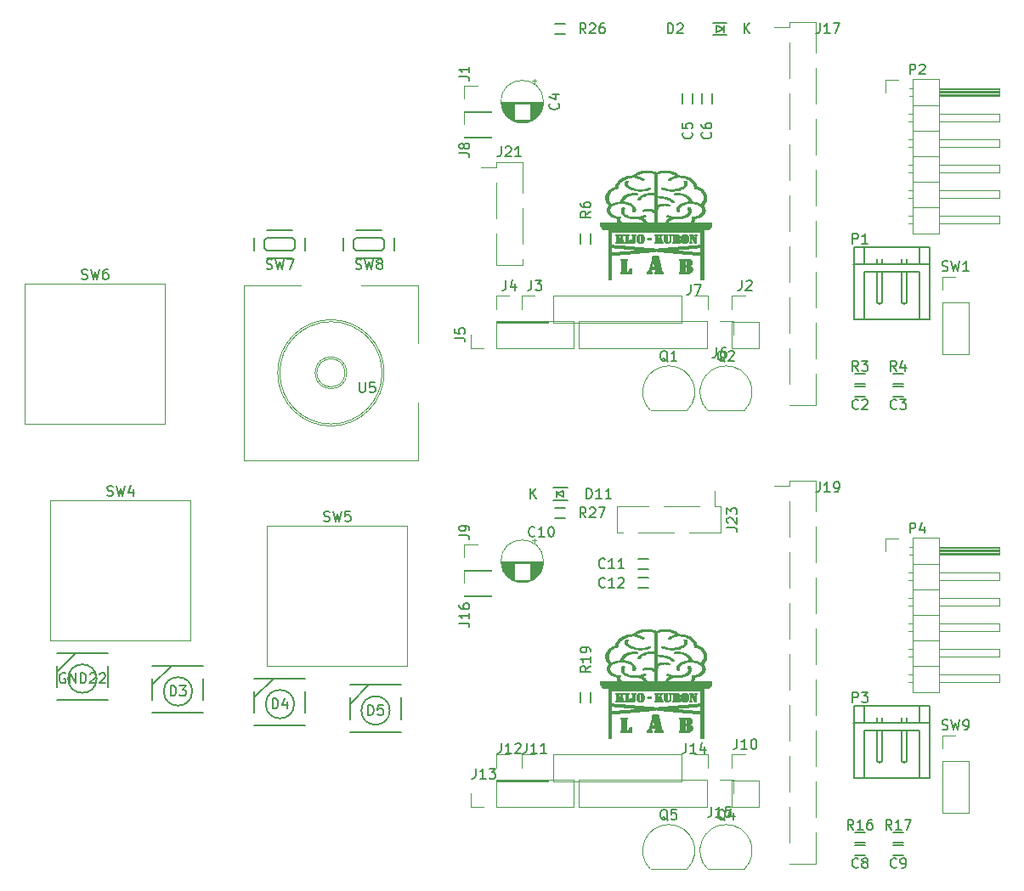
<source format=gto>
G04 #@! TF.GenerationSoftware,KiCad,Pcbnew,(5.1.5)-3*
G04 #@! TF.CreationDate,2020-09-04T17:35:13+09:00*
G04 #@! TF.ProjectId,futureKeyboardRight&Base,66757475-7265-44b6-9579-626f61726452,rev?*
G04 #@! TF.SameCoordinates,Original*
G04 #@! TF.FileFunction,Legend,Top*
G04 #@! TF.FilePolarity,Positive*
%FSLAX46Y46*%
G04 Gerber Fmt 4.6, Leading zero omitted, Abs format (unit mm)*
G04 Created by KiCad (PCBNEW (5.1.5)-3) date 2020-09-04 17:35:13*
%MOMM*%
%LPD*%
G04 APERTURE LIST*
%ADD10C,0.010000*%
%ADD11C,0.150000*%
%ADD12C,0.120000*%
G04 APERTURE END LIST*
D10*
G36*
X90572460Y-43079616D02*
G01*
X90601328Y-43085720D01*
X90624349Y-43100397D01*
X90647792Y-43123613D01*
X90688738Y-43183979D01*
X90715218Y-43258873D01*
X90726479Y-43341443D01*
X90721769Y-43424837D01*
X90700335Y-43502202D01*
X90691485Y-43521361D01*
X90635516Y-43605302D01*
X90556596Y-43685067D01*
X90456948Y-43759838D01*
X90338798Y-43828798D01*
X90204369Y-43891130D01*
X90055887Y-43946018D01*
X89895577Y-43992645D01*
X89725662Y-44030195D01*
X89548367Y-44057850D01*
X89365918Y-44074794D01*
X89180538Y-44080210D01*
X89169438Y-44080151D01*
X89091753Y-44078981D01*
X89016695Y-44076769D01*
X88950668Y-44073781D01*
X88900073Y-44070282D01*
X88880950Y-44068209D01*
X88714115Y-44042863D01*
X88569319Y-44015102D01*
X88443248Y-43984104D01*
X88332591Y-43949053D01*
X88234035Y-43909128D01*
X88230075Y-43907315D01*
X88191524Y-43887843D01*
X88171352Y-43871355D01*
X88164003Y-43852326D01*
X88163400Y-43841018D01*
X88170363Y-43810888D01*
X88195622Y-43792677D01*
X88198325Y-43791578D01*
X88238012Y-43777514D01*
X88272309Y-43770916D01*
X88307942Y-43772261D01*
X88351637Y-43782028D01*
X88410121Y-43800693D01*
X88431726Y-43808159D01*
X88544725Y-43845844D01*
X88643354Y-43874460D01*
X88736090Y-43896035D01*
X88831408Y-43912598D01*
X88912622Y-43923300D01*
X89154680Y-43939603D01*
X89392392Y-43930900D01*
X89626063Y-43897151D01*
X89856000Y-43838322D01*
X89985850Y-43793424D01*
X90126455Y-43733452D01*
X90242628Y-43669431D01*
X90334254Y-43601511D01*
X90401219Y-43529845D01*
X90443411Y-43454583D01*
X90460715Y-43375875D01*
X90453017Y-43293872D01*
X90422779Y-43213714D01*
X90383459Y-43136337D01*
X90417137Y-43107368D01*
X90443206Y-43089928D01*
X90475137Y-43081078D01*
X90522117Y-43078418D01*
X90527983Y-43078399D01*
X90572460Y-43079616D01*
G37*
X90572460Y-43079616D02*
X90601328Y-43085720D01*
X90624349Y-43100397D01*
X90647792Y-43123613D01*
X90688738Y-43183979D01*
X90715218Y-43258873D01*
X90726479Y-43341443D01*
X90721769Y-43424837D01*
X90700335Y-43502202D01*
X90691485Y-43521361D01*
X90635516Y-43605302D01*
X90556596Y-43685067D01*
X90456948Y-43759838D01*
X90338798Y-43828798D01*
X90204369Y-43891130D01*
X90055887Y-43946018D01*
X89895577Y-43992645D01*
X89725662Y-44030195D01*
X89548367Y-44057850D01*
X89365918Y-44074794D01*
X89180538Y-44080210D01*
X89169438Y-44080151D01*
X89091753Y-44078981D01*
X89016695Y-44076769D01*
X88950668Y-44073781D01*
X88900073Y-44070282D01*
X88880950Y-44068209D01*
X88714115Y-44042863D01*
X88569319Y-44015102D01*
X88443248Y-43984104D01*
X88332591Y-43949053D01*
X88234035Y-43909128D01*
X88230075Y-43907315D01*
X88191524Y-43887843D01*
X88171352Y-43871355D01*
X88164003Y-43852326D01*
X88163400Y-43841018D01*
X88170363Y-43810888D01*
X88195622Y-43792677D01*
X88198325Y-43791578D01*
X88238012Y-43777514D01*
X88272309Y-43770916D01*
X88307942Y-43772261D01*
X88351637Y-43782028D01*
X88410121Y-43800693D01*
X88431726Y-43808159D01*
X88544725Y-43845844D01*
X88643354Y-43874460D01*
X88736090Y-43896035D01*
X88831408Y-43912598D01*
X88912622Y-43923300D01*
X89154680Y-43939603D01*
X89392392Y-43930900D01*
X89626063Y-43897151D01*
X89856000Y-43838322D01*
X89985850Y-43793424D01*
X90126455Y-43733452D01*
X90242628Y-43669431D01*
X90334254Y-43601511D01*
X90401219Y-43529845D01*
X90443411Y-43454583D01*
X90460715Y-43375875D01*
X90453017Y-43293872D01*
X90422779Y-43213714D01*
X90383459Y-43136337D01*
X90417137Y-43107368D01*
X90443206Y-43089928D01*
X90475137Y-43081078D01*
X90522117Y-43078418D01*
X90527983Y-43078399D01*
X90572460Y-43079616D01*
G36*
X84755503Y-43080555D02*
G01*
X84788467Y-43088641D01*
X84814744Y-43105084D01*
X84817730Y-43107599D01*
X84851677Y-43136799D01*
X84812088Y-43210987D01*
X84779911Y-43290796D01*
X84770937Y-43367288D01*
X84785569Y-43441430D01*
X84824207Y-43514190D01*
X84887253Y-43586537D01*
X84975107Y-43659439D01*
X85007450Y-43682307D01*
X85041990Y-43703930D01*
X85083195Y-43725353D01*
X85136298Y-43749014D01*
X85206532Y-43777355D01*
X85234967Y-43788383D01*
X85464529Y-43863668D01*
X85696524Y-43913675D01*
X85930904Y-43938398D01*
X86167622Y-43937832D01*
X86323059Y-43923858D01*
X86443186Y-43906010D01*
X86556712Y-43882346D01*
X86673162Y-43850569D01*
X86802061Y-43808382D01*
X86802311Y-43808295D01*
X86874141Y-43785100D01*
X86928635Y-43772715D01*
X86971332Y-43770902D01*
X87007768Y-43779425D01*
X87043391Y-43797991D01*
X87066189Y-43822768D01*
X87068791Y-43850720D01*
X87064098Y-43868429D01*
X87051553Y-43883174D01*
X87026428Y-43898262D01*
X86983992Y-43916998D01*
X86960241Y-43926601D01*
X86870651Y-43959386D01*
X86774792Y-43988196D01*
X86666692Y-44014613D01*
X86540382Y-44040221D01*
X86512400Y-44045387D01*
X86425275Y-44057818D01*
X86319933Y-44067412D01*
X86202982Y-44074029D01*
X86081032Y-44077527D01*
X85960693Y-44077766D01*
X85848573Y-44074604D01*
X85751281Y-44067901D01*
X85705950Y-44062578D01*
X85502591Y-44028036D01*
X85314129Y-43984488D01*
X85141907Y-43932561D01*
X84987270Y-43872880D01*
X84851563Y-43806070D01*
X84736129Y-43732758D01*
X84642314Y-43653570D01*
X84571461Y-43569130D01*
X84543114Y-43521361D01*
X84516987Y-43446830D01*
X84507789Y-43364401D01*
X84514768Y-43280927D01*
X84537170Y-43203259D01*
X84574244Y-43138250D01*
X84586807Y-43123613D01*
X84612826Y-43098225D01*
X84636015Y-43084684D01*
X84666137Y-43079306D01*
X84706616Y-43078400D01*
X84755503Y-43080555D01*
G37*
X84755503Y-43080555D02*
X84788467Y-43088641D01*
X84814744Y-43105084D01*
X84817730Y-43107599D01*
X84851677Y-43136799D01*
X84812088Y-43210987D01*
X84779911Y-43290796D01*
X84770937Y-43367288D01*
X84785569Y-43441430D01*
X84824207Y-43514190D01*
X84887253Y-43586537D01*
X84975107Y-43659439D01*
X85007450Y-43682307D01*
X85041990Y-43703930D01*
X85083195Y-43725353D01*
X85136298Y-43749014D01*
X85206532Y-43777355D01*
X85234967Y-43788383D01*
X85464529Y-43863668D01*
X85696524Y-43913675D01*
X85930904Y-43938398D01*
X86167622Y-43937832D01*
X86323059Y-43923858D01*
X86443186Y-43906010D01*
X86556712Y-43882346D01*
X86673162Y-43850569D01*
X86802061Y-43808382D01*
X86802311Y-43808295D01*
X86874141Y-43785100D01*
X86928635Y-43772715D01*
X86971332Y-43770902D01*
X87007768Y-43779425D01*
X87043391Y-43797991D01*
X87066189Y-43822768D01*
X87068791Y-43850720D01*
X87064098Y-43868429D01*
X87051553Y-43883174D01*
X87026428Y-43898262D01*
X86983992Y-43916998D01*
X86960241Y-43926601D01*
X86870651Y-43959386D01*
X86774792Y-43988196D01*
X86666692Y-44014613D01*
X86540382Y-44040221D01*
X86512400Y-44045387D01*
X86425275Y-44057818D01*
X86319933Y-44067412D01*
X86202982Y-44074029D01*
X86081032Y-44077527D01*
X85960693Y-44077766D01*
X85848573Y-44074604D01*
X85751281Y-44067901D01*
X85705950Y-44062578D01*
X85502591Y-44028036D01*
X85314129Y-43984488D01*
X85141907Y-43932561D01*
X84987270Y-43872880D01*
X84851563Y-43806070D01*
X84736129Y-43732758D01*
X84642314Y-43653570D01*
X84571461Y-43569130D01*
X84543114Y-43521361D01*
X84516987Y-43446830D01*
X84507789Y-43364401D01*
X84514768Y-43280927D01*
X84537170Y-43203259D01*
X84574244Y-43138250D01*
X84586807Y-43123613D01*
X84612826Y-43098225D01*
X84636015Y-43084684D01*
X84666137Y-43079306D01*
X84706616Y-43078400D01*
X84755503Y-43080555D01*
G36*
X86857588Y-42056921D02*
G01*
X86960946Y-42060263D01*
X87052920Y-42066253D01*
X87127721Y-42074896D01*
X87151362Y-42079062D01*
X87338411Y-42129506D01*
X87517875Y-42203419D01*
X87531575Y-42210205D01*
X87617300Y-42253219D01*
X87703025Y-42210205D01*
X87803574Y-42162996D01*
X87898855Y-42125942D01*
X87993956Y-42098029D01*
X88093967Y-42078238D01*
X88203977Y-42065556D01*
X88329075Y-42058964D01*
X88468200Y-42057423D01*
X88606631Y-42059474D01*
X88727075Y-42065333D01*
X88836797Y-42076059D01*
X88943059Y-42092715D01*
X89053127Y-42116362D01*
X89174264Y-42148059D01*
X89261950Y-42173355D01*
X89398214Y-42219762D01*
X89521764Y-42273951D01*
X89629633Y-42334206D01*
X89718853Y-42398814D01*
X89786457Y-42466060D01*
X89800805Y-42484705D01*
X89841440Y-42541288D01*
X90007087Y-42550032D01*
X90184364Y-42563589D01*
X90343633Y-42585315D01*
X90491375Y-42616638D01*
X90634071Y-42658987D01*
X90778201Y-42713791D01*
X90808342Y-42726619D01*
X90954364Y-42798184D01*
X91093719Y-42882723D01*
X91224025Y-42977844D01*
X91342900Y-43081154D01*
X91447962Y-43190263D01*
X91536829Y-43302779D01*
X91607117Y-43416309D01*
X91656445Y-43528462D01*
X91675708Y-43597435D01*
X91684744Y-43640998D01*
X91691238Y-43674090D01*
X91693779Y-43689492D01*
X91705075Y-43696732D01*
X91735037Y-43709317D01*
X91778093Y-43724991D01*
X91797379Y-43731502D01*
X91974145Y-43800257D01*
X92132568Y-43883178D01*
X92271870Y-43979343D01*
X92391274Y-44087836D01*
X92490004Y-44207736D01*
X92567281Y-44338125D01*
X92622329Y-44478085D01*
X92654371Y-44626695D01*
X92662933Y-44754800D01*
X92651579Y-44902960D01*
X92616450Y-45043863D01*
X92557242Y-45178200D01*
X92473649Y-45306663D01*
X92365363Y-45429944D01*
X92363657Y-45431650D01*
X92277194Y-45517951D01*
X92339772Y-45588162D01*
X92407416Y-45678519D01*
X92463104Y-45781528D01*
X92500636Y-45885196D01*
X92517194Y-45988080D01*
X92510769Y-46088120D01*
X92480866Y-46186728D01*
X92426985Y-46285317D01*
X92348629Y-46385300D01*
X92309950Y-46426379D01*
X92180357Y-46540110D01*
X92034518Y-46635704D01*
X91875347Y-46711701D01*
X91705758Y-46766639D01*
X91580793Y-46792033D01*
X91484630Y-46806901D01*
X91488532Y-46852189D01*
X91486566Y-46897683D01*
X91476057Y-46956906D01*
X91459273Y-47020604D01*
X91438480Y-47079523D01*
X91426248Y-47106360D01*
X91401351Y-47147611D01*
X91370152Y-47190023D01*
X91362406Y-47199196D01*
X91323068Y-47243999D01*
X92251484Y-47244000D01*
X93179900Y-47244000D01*
X93179900Y-47599600D01*
X82054700Y-47599600D01*
X82054700Y-47244000D01*
X83872500Y-47244000D01*
X83828731Y-47190025D01*
X83780899Y-47125907D01*
X83749827Y-47069170D01*
X83732374Y-47011408D01*
X83725403Y-46944215D01*
X83724845Y-46911844D01*
X83724818Y-46801939D01*
X83661284Y-46793817D01*
X83543107Y-46770521D01*
X83415632Y-46730909D01*
X83286261Y-46677804D01*
X83162395Y-46614026D01*
X83115150Y-46585593D01*
X83049444Y-46538422D01*
X82979940Y-46478837D01*
X82912130Y-46412430D01*
X82851505Y-46344793D01*
X82803557Y-46281519D01*
X82782633Y-46246986D01*
X82739787Y-46140364D01*
X82721624Y-46030781D01*
X82727837Y-45919824D01*
X82758119Y-45809076D01*
X82812162Y-45700125D01*
X82889660Y-45594554D01*
X82914300Y-45567120D01*
X82956291Y-45522190D01*
X82870335Y-45433770D01*
X82761350Y-45306033D01*
X82676647Y-45172448D01*
X82616399Y-45033835D01*
X82580778Y-44891015D01*
X82573910Y-44798203D01*
X82856852Y-44798203D01*
X82876500Y-44933531D01*
X82921130Y-45065388D01*
X82990637Y-45193091D01*
X83084921Y-45315956D01*
X83089885Y-45321516D01*
X83156939Y-45396150D01*
X83237644Y-45365867D01*
X83362624Y-45319634D01*
X83468995Y-45282074D01*
X83561535Y-45251944D01*
X83645021Y-45228002D01*
X83724230Y-45209006D01*
X83803938Y-45193715D01*
X83888923Y-45180885D01*
X83983961Y-45169275D01*
X84000975Y-45167387D01*
X84074000Y-45159372D01*
X84074150Y-45112661D01*
X84085571Y-45026107D01*
X84117389Y-44935390D01*
X84166736Y-44846538D01*
X84230747Y-44765584D01*
X84247175Y-44748781D01*
X84376481Y-44638775D01*
X84525067Y-44542569D01*
X84690216Y-44461262D01*
X84869211Y-44395957D01*
X85059333Y-44347753D01*
X85257867Y-44317751D01*
X85325612Y-44311974D01*
X85423113Y-44307348D01*
X85516699Y-44306793D01*
X85602164Y-44310036D01*
X85675298Y-44316804D01*
X85731895Y-44326822D01*
X85767746Y-44339816D01*
X85769421Y-44340863D01*
X85795777Y-44368835D01*
X85797675Y-44399333D01*
X85775132Y-44428089D01*
X85769070Y-44432366D01*
X85753457Y-44440052D01*
X85730899Y-44445796D01*
X85697690Y-44449918D01*
X85650124Y-44452740D01*
X85584495Y-44454582D01*
X85499195Y-44455746D01*
X85370358Y-44459123D01*
X85259925Y-44467184D01*
X85161169Y-44480936D01*
X85067361Y-44501389D01*
X84971774Y-44529555D01*
X84943090Y-44539195D01*
X84838482Y-44581659D01*
X84734934Y-44635610D01*
X84636565Y-44697992D01*
X84547494Y-44765747D01*
X84471840Y-44835817D01*
X84413724Y-44905145D01*
X84384677Y-44953660D01*
X84370667Y-44994173D01*
X84359815Y-45046117D01*
X84355889Y-45080396D01*
X84350622Y-45158343D01*
X84444086Y-45167109D01*
X84589192Y-45187843D01*
X84744665Y-45222656D01*
X84901669Y-45269000D01*
X85051367Y-45324329D01*
X85159850Y-45373314D01*
X85277404Y-45441419D01*
X85377562Y-45519443D01*
X85458595Y-45605350D01*
X85518774Y-45697105D01*
X85556370Y-45792671D01*
X85567651Y-45853613D01*
X85569445Y-45917247D01*
X85563278Y-45982898D01*
X85550553Y-46042588D01*
X85532671Y-46088335D01*
X85524156Y-46101230D01*
X85487895Y-46127676D01*
X85437415Y-46141368D01*
X85380621Y-46142036D01*
X85325415Y-46129406D01*
X85287465Y-46109370D01*
X85274964Y-46098668D01*
X85269905Y-46085842D01*
X85272189Y-46064150D01*
X85281715Y-46026852D01*
X85286004Y-46011491D01*
X85301512Y-45916540D01*
X85293085Y-45826258D01*
X85260398Y-45739892D01*
X85203122Y-45656692D01*
X85120934Y-45575909D01*
X85083650Y-45546105D01*
X85000589Y-45493367D01*
X84892429Y-45442319D01*
X84759424Y-45393067D01*
X84601824Y-45345712D01*
X84588350Y-45342060D01*
X84541994Y-45330057D01*
X84501634Y-45321241D01*
X84461947Y-45315132D01*
X84417612Y-45311245D01*
X84363308Y-45309099D01*
X84293712Y-45308211D01*
X84213700Y-45308088D01*
X84122528Y-45308534D01*
X84051453Y-45309983D01*
X83995176Y-45312854D01*
X83948402Y-45317566D01*
X83905831Y-45324540D01*
X83862168Y-45334194D01*
X83851750Y-45336755D01*
X83729226Y-45369934D01*
X83608041Y-45407693D01*
X83494930Y-45447717D01*
X83396630Y-45487693D01*
X83352541Y-45508216D01*
X83257432Y-45566053D01*
X83174181Y-45638188D01*
X83104971Y-45721045D01*
X83051987Y-45811042D01*
X83017411Y-45904602D01*
X83003427Y-45998144D01*
X83008752Y-46071755D01*
X83037072Y-46159864D01*
X83088370Y-46248435D01*
X83160384Y-46335068D01*
X83250852Y-46417365D01*
X83357513Y-46492927D01*
X83459850Y-46550383D01*
X83544891Y-46587827D01*
X83632668Y-46615037D01*
X83730265Y-46633710D01*
X83844762Y-46645546D01*
X83861550Y-46646689D01*
X83940988Y-46652961D01*
X83997527Y-46661550D01*
X84033668Y-46674925D01*
X84051911Y-46695552D01*
X84054758Y-46725899D01*
X84044710Y-46768432D01*
X84029325Y-46812200D01*
X84014484Y-46882510D01*
X84016516Y-46960391D01*
X84034683Y-47035104D01*
X84046456Y-47061998D01*
X84069310Y-47096589D01*
X84104260Y-47138325D01*
X84143777Y-47178223D01*
X84144138Y-47178554D01*
X84215746Y-47244000D01*
X85325973Y-47244000D01*
X85491474Y-47243923D01*
X85649511Y-47243701D01*
X85798268Y-47243344D01*
X85935924Y-47242864D01*
X86060662Y-47242273D01*
X86170662Y-47241580D01*
X86264107Y-47240799D01*
X86339179Y-47239939D01*
X86394057Y-47239011D01*
X86426924Y-47238029D01*
X86436200Y-47237144D01*
X86430166Y-47219674D01*
X86414808Y-47188236D01*
X86394237Y-47150415D01*
X86372566Y-47113798D01*
X86355145Y-47087630D01*
X86306286Y-47036284D01*
X86237322Y-46984951D01*
X86153371Y-46936649D01*
X86059550Y-46894396D01*
X85981030Y-46867038D01*
X85945281Y-46856579D01*
X85913136Y-46848533D01*
X85880484Y-46842549D01*
X85843211Y-46838279D01*
X85797206Y-46835374D01*
X85738356Y-46833486D01*
X85662547Y-46832265D01*
X85565668Y-46831363D01*
X85559900Y-46831317D01*
X85413169Y-46828715D01*
X85285939Y-46822907D01*
X85172431Y-46813178D01*
X85066867Y-46798809D01*
X84963471Y-46779084D01*
X84856463Y-46753285D01*
X84794033Y-46736263D01*
X84642839Y-46685413D01*
X84509606Y-46623556D01*
X84395729Y-46551685D01*
X84302603Y-46470794D01*
X84231624Y-46381874D01*
X84193017Y-46308746D01*
X84180441Y-46271165D01*
X84167133Y-46219550D01*
X84155953Y-46165010D01*
X84155864Y-46164500D01*
X84147727Y-46108797D01*
X84145759Y-46061851D01*
X84150066Y-46011608D01*
X84157655Y-45963507D01*
X84173450Y-45884512D01*
X84190117Y-45827438D01*
X84209174Y-45788818D01*
X84232137Y-45765180D01*
X84248010Y-45756904D01*
X84292200Y-45747692D01*
X84344357Y-45747896D01*
X84394857Y-45756380D01*
X84434077Y-45772009D01*
X84444524Y-45780080D01*
X84459033Y-45796239D01*
X84464253Y-45811699D01*
X84460537Y-45834741D01*
X84448467Y-45872948D01*
X84434517Y-45920511D01*
X84423928Y-45966538D01*
X84420888Y-45985426D01*
X84415989Y-46020042D01*
X84411157Y-46044256D01*
X84410652Y-46045947D01*
X84408639Y-46075888D01*
X84414143Y-46121723D01*
X84425486Y-46175667D01*
X84440992Y-46229935D01*
X84458982Y-46276744D01*
X84461539Y-46282127D01*
X84518334Y-46369740D01*
X84597480Y-46447769D01*
X84697593Y-46515680D01*
X84817290Y-46572938D01*
X84955189Y-46619012D01*
X85109907Y-46653366D01*
X85280062Y-46675468D01*
X85464271Y-46684784D01*
X85505841Y-46685065D01*
X85620574Y-46681283D01*
X85744456Y-46670746D01*
X85871925Y-46654416D01*
X85997424Y-46633253D01*
X86115393Y-46608221D01*
X86220271Y-46580280D01*
X86306500Y-46550393D01*
X86321860Y-46543897D01*
X86390654Y-46520750D01*
X86456871Y-46511356D01*
X86515592Y-46515393D01*
X86561899Y-46532537D01*
X86590407Y-46561576D01*
X86597168Y-46582546D01*
X86588108Y-46601084D01*
X86570821Y-46617477D01*
X86547544Y-46630955D01*
X86505878Y-46649209D01*
X86451872Y-46670108D01*
X86391578Y-46691517D01*
X86331048Y-46711302D01*
X86276333Y-46727329D01*
X86233483Y-46737466D01*
X86227702Y-46738467D01*
X86207450Y-46747483D01*
X86197251Y-46761492D01*
X86201203Y-46772376D01*
X86209716Y-46774110D01*
X86241568Y-46781444D01*
X86288285Y-46801425D01*
X86344719Y-46831062D01*
X86405721Y-46867361D01*
X86466143Y-46907330D01*
X86520835Y-46947977D01*
X86547800Y-46970592D01*
X86575614Y-47000822D01*
X86609539Y-47045521D01*
X86644783Y-47097404D01*
X86676555Y-47149182D01*
X86700065Y-47193569D01*
X86708772Y-47215425D01*
X86717311Y-47244000D01*
X87477600Y-47244000D01*
X87477600Y-46818044D01*
X87477524Y-46702145D01*
X87477196Y-46608801D01*
X87476464Y-46535169D01*
X87475175Y-46478404D01*
X87473176Y-46435662D01*
X87470316Y-46404098D01*
X87466442Y-46380868D01*
X87461403Y-46363129D01*
X87455045Y-46348035D01*
X87452122Y-46342147D01*
X87400516Y-46264266D01*
X87330791Y-46198577D01*
X87241724Y-46144418D01*
X87132088Y-46101126D01*
X87000659Y-46068039D01*
X86919760Y-46054117D01*
X86777205Y-46042680D01*
X86639870Y-46052768D01*
X86499934Y-46085009D01*
X86487116Y-46088965D01*
X86408332Y-46106444D01*
X86344684Y-46104274D01*
X86295116Y-46082373D01*
X86284552Y-46073575D01*
X86263672Y-46045246D01*
X86266196Y-46019294D01*
X86292840Y-45993878D01*
X86321900Y-45977525D01*
X86388295Y-45950337D01*
X86464801Y-45930218D01*
X86555220Y-45916575D01*
X86663359Y-45908818D01*
X86779100Y-45906378D01*
X86955839Y-45912599D01*
X87114225Y-45932985D01*
X87257396Y-45968167D01*
X87388493Y-46018777D01*
X87423868Y-46036004D01*
X87477600Y-46063416D01*
X87477600Y-44585350D01*
X87757000Y-44585350D01*
X87950675Y-44600949D01*
X88213963Y-44630273D01*
X88460923Y-44674365D01*
X88690196Y-44732889D01*
X88900423Y-44805507D01*
X89058750Y-44875884D01*
X89153384Y-44927135D01*
X89236133Y-44980434D01*
X89304817Y-45033785D01*
X89357256Y-45085194D01*
X89391270Y-45132668D01*
X89404679Y-45174212D01*
X89403257Y-45191065D01*
X89384581Y-45217159D01*
X89347564Y-45235041D01*
X89298372Y-45243180D01*
X89243172Y-45240047D01*
X89222868Y-45235828D01*
X89178009Y-45219161D01*
X89146200Y-45191421D01*
X89133091Y-45173370D01*
X89096324Y-45131246D01*
X89039222Y-45083446D01*
X88965409Y-45032725D01*
X88887300Y-44986641D01*
X88799866Y-44944881D01*
X88692413Y-44903775D01*
X88570310Y-44864620D01*
X88438930Y-44828714D01*
X88303644Y-44797353D01*
X88169824Y-44771833D01*
X88042842Y-44753453D01*
X87928067Y-44743509D01*
X87874475Y-44742102D01*
X87757000Y-44742100D01*
X87757000Y-45129450D01*
X87757102Y-45225717D01*
X87757393Y-45313261D01*
X87757845Y-45389003D01*
X87758434Y-45449864D01*
X87759133Y-45492766D01*
X87759917Y-45514631D01*
X87760262Y-45516800D01*
X87772699Y-45512475D01*
X87803360Y-45500873D01*
X87846846Y-45484052D01*
X87873141Y-45473766D01*
X88053145Y-45414858D01*
X88235196Y-45379351D01*
X88423717Y-45366545D01*
X88533074Y-45368992D01*
X88647946Y-45377972D01*
X88748918Y-45391867D01*
X88833590Y-45410071D01*
X88899563Y-45431977D01*
X88944436Y-45456978D01*
X88962924Y-45477624D01*
X88970327Y-45511559D01*
X88953351Y-45539363D01*
X88912373Y-45560574D01*
X88889527Y-45567065D01*
X88850038Y-45574478D01*
X88816342Y-45573905D01*
X88776660Y-45564458D01*
X88752737Y-45556747D01*
X88702415Y-45542479D01*
X88639582Y-45528278D01*
X88576973Y-45516991D01*
X88570809Y-45516074D01*
X88451829Y-45508670D01*
X88321417Y-45518179D01*
X88186369Y-45543824D01*
X88093761Y-45570611D01*
X87988950Y-45612173D01*
X87905727Y-45660893D01*
X87840703Y-45719304D01*
X87790490Y-45789939D01*
X87783700Y-45802361D01*
X87777921Y-45813899D01*
X87773041Y-45826217D01*
X87768987Y-45841445D01*
X87765679Y-45861713D01*
X87763044Y-45889149D01*
X87761004Y-45925883D01*
X87759484Y-45974044D01*
X87758407Y-46035761D01*
X87757696Y-46113163D01*
X87757277Y-46208380D01*
X87757072Y-46323540D01*
X87757005Y-46460774D01*
X87757000Y-46548486D01*
X87757000Y-47244000D01*
X88512650Y-47243474D01*
X88556976Y-47153032D01*
X88614957Y-47058933D01*
X88691912Y-46970671D01*
X88781457Y-46895493D01*
X88787856Y-46891029D01*
X88828669Y-46865310D01*
X88877601Y-46837955D01*
X88928318Y-46812087D01*
X88974489Y-46790829D01*
X89009782Y-46777305D01*
X89024883Y-46774110D01*
X89037405Y-46767807D01*
X89033738Y-46754339D01*
X89017978Y-46741823D01*
X89006897Y-46738467D01*
X88966723Y-46729571D01*
X88913633Y-46714413D01*
X88853678Y-46695127D01*
X88792910Y-46673847D01*
X88737379Y-46652707D01*
X88693137Y-46633840D01*
X88666235Y-46619381D01*
X88663778Y-46617477D01*
X88641839Y-46595197D01*
X88637928Y-46577060D01*
X88644497Y-46561007D01*
X88665748Y-46539967D01*
X88700457Y-46521733D01*
X88710693Y-46518241D01*
X88751371Y-46510717D01*
X88797359Y-46512510D01*
X88853843Y-46524439D01*
X88926007Y-46547324D01*
X88950800Y-46556197D01*
X89064905Y-46592602D01*
X89196137Y-46624523D01*
X89348031Y-46652786D01*
X89398804Y-46660773D01*
X89556633Y-46678212D01*
X89718794Y-46684145D01*
X89881184Y-46679108D01*
X90039703Y-46663635D01*
X90190248Y-46638261D01*
X90328719Y-46603522D01*
X90451013Y-46559952D01*
X90548535Y-46510830D01*
X90649533Y-46437317D01*
X90727716Y-46353253D01*
X90782697Y-46259687D01*
X90814090Y-46157666D01*
X90821511Y-46048237D01*
X90804572Y-45932449D01*
X90785288Y-45868010D01*
X90773161Y-45831305D01*
X90770276Y-45809594D01*
X90777208Y-45793995D01*
X90791045Y-45779110D01*
X90810361Y-45764110D01*
X90835484Y-45755728D01*
X90873835Y-45752228D01*
X90908074Y-45751750D01*
X90960684Y-45754075D01*
X90997986Y-45763760D01*
X91024137Y-45784864D01*
X91043290Y-45821451D01*
X91059602Y-45877580D01*
X91066249Y-45906356D01*
X91079802Y-45999387D01*
X91081923Y-46097988D01*
X91073030Y-46193106D01*
X91053536Y-46275686D01*
X91048690Y-46289153D01*
X90996597Y-46390201D01*
X90921831Y-46481349D01*
X90824243Y-46562681D01*
X90703684Y-46634282D01*
X90560005Y-46696237D01*
X90393057Y-46748630D01*
X90202691Y-46791545D01*
X90144600Y-46801972D01*
X90083727Y-46811465D01*
X90023957Y-46818654D01*
X89960082Y-46823864D01*
X89886898Y-46827420D01*
X89799198Y-46829648D01*
X89691777Y-46830872D01*
X89681050Y-46830944D01*
X89577734Y-46831933D01*
X89495986Y-46833592D01*
X89431973Y-46836163D01*
X89381867Y-46839890D01*
X89341836Y-46845013D01*
X89308052Y-46851775D01*
X89293729Y-46855455D01*
X89154856Y-46902153D01*
X89036918Y-46960376D01*
X88940588Y-47029667D01*
X88866537Y-47109570D01*
X88828834Y-47170552D01*
X88811734Y-47205389D01*
X88800692Y-47230143D01*
X88798400Y-47237227D01*
X88810794Y-47238246D01*
X88846753Y-47239218D01*
X88904441Y-47240132D01*
X88982024Y-47240977D01*
X89077666Y-47241742D01*
X89189532Y-47242414D01*
X89315788Y-47242983D01*
X89454596Y-47243437D01*
X89604124Y-47243764D01*
X89762534Y-47243954D01*
X89888554Y-47244000D01*
X90978709Y-47244000D01*
X91023911Y-47209075D01*
X91066919Y-47168750D01*
X91110872Y-47115989D01*
X91149523Y-47059332D01*
X91176629Y-47007320D01*
X91181848Y-46993039D01*
X91195583Y-46918183D01*
X91195027Y-46835079D01*
X91183326Y-46767783D01*
X91174968Y-46731326D01*
X91175870Y-46709094D01*
X91187379Y-46691178D01*
X91194810Y-46683445D01*
X91209669Y-46671692D01*
X91230171Y-46663096D01*
X91261187Y-46656663D01*
X91307587Y-46651401D01*
X91374241Y-46646319D01*
X91378458Y-46646034D01*
X91485773Y-46636386D01*
X91574520Y-46622414D01*
X91651377Y-46602578D01*
X91723022Y-46575341D01*
X91759224Y-46558344D01*
X91884191Y-46487803D01*
X91993081Y-46408876D01*
X92083972Y-46323590D01*
X92154940Y-46233970D01*
X92204064Y-46142043D01*
X92226850Y-46065544D01*
X92230468Y-45980603D01*
X92212130Y-45889497D01*
X92173298Y-45795901D01*
X92115435Y-45703486D01*
X92053302Y-45629575D01*
X91988519Y-45573049D01*
X91904437Y-45519872D01*
X91799764Y-45469475D01*
X91673208Y-45421286D01*
X91523474Y-45374735D01*
X91401900Y-45342244D01*
X91352527Y-45330312D01*
X91309181Y-45321553D01*
X91266353Y-45315476D01*
X91218535Y-45311588D01*
X91160219Y-45309396D01*
X91085897Y-45308407D01*
X91020900Y-45308166D01*
X90933123Y-45308252D01*
X90865431Y-45309170D01*
X90812513Y-45311402D01*
X90769057Y-45315425D01*
X90729750Y-45321721D01*
X90689280Y-45330767D01*
X90646250Y-45341988D01*
X90497270Y-45385693D01*
X90370847Y-45430736D01*
X90264136Y-45478422D01*
X90174293Y-45530056D01*
X90098475Y-45586943D01*
X90083534Y-45600165D01*
X90012394Y-45677112D01*
X89965203Y-45757575D01*
X89940517Y-45844528D01*
X89935868Y-45904150D01*
X89937998Y-45956359D01*
X89944375Y-46004278D01*
X89952600Y-46034649D01*
X89962976Y-46064687D01*
X89960382Y-46084248D01*
X89947408Y-46101377D01*
X89908526Y-46127984D01*
X89857349Y-46141597D01*
X89802199Y-46142220D01*
X89751399Y-46129859D01*
X89713271Y-46104518D01*
X89710443Y-46101230D01*
X89690848Y-46063522D01*
X89675834Y-46008594D01*
X89666804Y-45944426D01*
X89665158Y-45878998D01*
X89666948Y-45853613D01*
X89689683Y-45755602D01*
X89736298Y-45660625D01*
X89805306Y-45570428D01*
X89895221Y-45486755D01*
X90004554Y-45411351D01*
X90078153Y-45371155D01*
X90208847Y-45313367D01*
X90355395Y-45261393D01*
X90508746Y-45217827D01*
X90659849Y-45185260D01*
X90790513Y-45167109D01*
X90883977Y-45158343D01*
X90878710Y-45080396D01*
X90870073Y-45016448D01*
X90851468Y-44960495D01*
X90819675Y-44906474D01*
X90771474Y-44848324D01*
X90735831Y-44811414D01*
X90614417Y-44708003D01*
X90473526Y-44620777D01*
X90313101Y-44549705D01*
X90133087Y-44494760D01*
X90120873Y-44491786D01*
X90068109Y-44479861D01*
X90019907Y-44471078D01*
X89970445Y-44464889D01*
X89913900Y-44460751D01*
X89844451Y-44458116D01*
X89756274Y-44456440D01*
X89741516Y-44456243D01*
X89643627Y-44454292D01*
X89568339Y-44450846D01*
X89512867Y-44445274D01*
X89474425Y-44436947D01*
X89450229Y-44425233D01*
X89437495Y-44409503D01*
X89433436Y-44389126D01*
X89433400Y-44386499D01*
X89441862Y-44360299D01*
X89468578Y-44340004D01*
X89515542Y-44324826D01*
X89584748Y-44313979D01*
X89626900Y-44310043D01*
X89788033Y-44304758D01*
X89949213Y-44313477D01*
X90108442Y-44335162D01*
X90263721Y-44368774D01*
X90413051Y-44413277D01*
X90554435Y-44467633D01*
X90685873Y-44530804D01*
X90805366Y-44601752D01*
X90910917Y-44679439D01*
X91000525Y-44762828D01*
X91072194Y-44850881D01*
X91123923Y-44942560D01*
X91153716Y-45036827D01*
X91160462Y-45106311D01*
X91160600Y-45159372D01*
X91233625Y-45167159D01*
X91326620Y-45178016D01*
X91410706Y-45190265D01*
X91490314Y-45205071D01*
X91569876Y-45223602D01*
X91653821Y-45247023D01*
X91746582Y-45276501D01*
X91852589Y-45313202D01*
X91976274Y-45358293D01*
X92016076Y-45373103D01*
X92077803Y-45396150D01*
X92144786Y-45321516D01*
X92240250Y-45198777D01*
X92310925Y-45071295D01*
X92356711Y-44939750D01*
X92377510Y-44804825D01*
X92373223Y-44667199D01*
X92343749Y-44527553D01*
X92288991Y-44386569D01*
X92282801Y-44373800D01*
X92207958Y-44250163D01*
X92112236Y-44138689D01*
X91997896Y-44041068D01*
X91867202Y-43958991D01*
X91722413Y-43894150D01*
X91586050Y-43852907D01*
X91519201Y-43836645D01*
X91472912Y-43823269D01*
X91443105Y-43809485D01*
X91425703Y-43791998D01*
X91416628Y-43767513D01*
X91411804Y-43732736D01*
X91409707Y-43710416D01*
X91386815Y-43595340D01*
X91340478Y-43479190D01*
X91272461Y-43364004D01*
X91184528Y-43251818D01*
X91078443Y-43144671D01*
X90955971Y-43044600D01*
X90818876Y-42953643D01*
X90697151Y-42887469D01*
X90587135Y-42836097D01*
X90487939Y-42797145D01*
X90390132Y-42767699D01*
X90284286Y-42744846D01*
X90183664Y-42728811D01*
X89987169Y-42711168D01*
X89801135Y-42715856D01*
X89622994Y-42743404D01*
X89450175Y-42794341D01*
X89280109Y-42869195D01*
X89154000Y-42940619D01*
X89093109Y-42977630D01*
X89047924Y-43002653D01*
X89012968Y-43017719D01*
X88982765Y-43024858D01*
X88951837Y-43026098D01*
X88927423Y-43024594D01*
X88879433Y-43017459D01*
X88848892Y-43003990D01*
X88834574Y-42990275D01*
X88821113Y-42966799D01*
X88822528Y-42944150D01*
X88840926Y-42919178D01*
X88878417Y-42888731D01*
X88922404Y-42859069D01*
X89038623Y-42789174D01*
X89154230Y-42731050D01*
X89277472Y-42681023D01*
X89416594Y-42635422D01*
X89440021Y-42628539D01*
X89489671Y-42613728D01*
X89529298Y-42601122D01*
X89553108Y-42592602D01*
X89557241Y-42590492D01*
X89555295Y-42576095D01*
X89537609Y-42550677D01*
X89508486Y-42518813D01*
X89472233Y-42485081D01*
X89433152Y-42454060D01*
X89421003Y-42445619D01*
X89309817Y-42383101D01*
X89177885Y-42329212D01*
X89028632Y-42284777D01*
X88865484Y-42250623D01*
X88691866Y-42227575D01*
X88511204Y-42216459D01*
X88467055Y-42215657D01*
X88308982Y-42219678D01*
X88170747Y-42235510D01*
X88049322Y-42263902D01*
X87941683Y-42305600D01*
X87844802Y-42361351D01*
X87827423Y-42373550D01*
X87757136Y-42424350D01*
X87757000Y-44585350D01*
X87477600Y-44585350D01*
X87477600Y-44411900D01*
X87283925Y-44411951D01*
X87137899Y-44415596D01*
X87008334Y-44427181D01*
X86887231Y-44447800D01*
X86766590Y-44478549D01*
X86740749Y-44486339D01*
X86584739Y-44539538D01*
X86444533Y-44597579D01*
X86321822Y-44659445D01*
X86218296Y-44724117D01*
X86135648Y-44790578D01*
X86075568Y-44857813D01*
X86048964Y-44902402D01*
X86018119Y-44948397D01*
X85976355Y-44974399D01*
X85918730Y-44983332D01*
X85912043Y-44983400D01*
X85856280Y-44977773D01*
X85811734Y-44962488D01*
X85783412Y-44939935D01*
X85775800Y-44918318D01*
X85787545Y-44865649D01*
X85821238Y-44807391D01*
X85874566Y-44745475D01*
X85945217Y-44681833D01*
X86030876Y-44618395D01*
X86129232Y-44557094D01*
X86237972Y-44499861D01*
X86322537Y-44461776D01*
X86505781Y-44391066D01*
X86679301Y-44337739D01*
X86850376Y-44300308D01*
X87026280Y-44277285D01*
X87214290Y-44267180D01*
X87277571Y-44266434D01*
X87477592Y-44265850D01*
X87476194Y-42424350D01*
X87441402Y-42396966D01*
X87383268Y-42357643D01*
X87310153Y-42317486D01*
X87231835Y-42281333D01*
X87158094Y-42254020D01*
X87143879Y-42249796D01*
X87078388Y-42236419D01*
X86993373Y-42226616D01*
X86894470Y-42220455D01*
X86787313Y-42218003D01*
X86677534Y-42219326D01*
X86570769Y-42224493D01*
X86472651Y-42233570D01*
X86418827Y-42241158D01*
X86263665Y-42271693D01*
X86121345Y-42309619D01*
X85994142Y-42353976D01*
X85884331Y-42403798D01*
X85794188Y-42458124D01*
X85725987Y-42515989D01*
X85701656Y-42544814D01*
X85683979Y-42571327D01*
X85676381Y-42587945D01*
X85676715Y-42589848D01*
X85690004Y-42595125D01*
X85722832Y-42606084D01*
X85770393Y-42621173D01*
X85827878Y-42638836D01*
X85833408Y-42640509D01*
X85920702Y-42669669D01*
X86011038Y-42704781D01*
X86100662Y-42743910D01*
X86185821Y-42785121D01*
X86262761Y-42826479D01*
X86327730Y-42866048D01*
X86376974Y-42901894D01*
X86406740Y-42932081D01*
X86410435Y-42938019D01*
X86415394Y-42968597D01*
X86397767Y-42994728D01*
X86360273Y-43014180D01*
X86305631Y-43024720D01*
X86304754Y-43024794D01*
X86269823Y-43026804D01*
X86242021Y-43024528D01*
X86214281Y-43015669D01*
X86179533Y-42997933D01*
X86130708Y-42969023D01*
X86128019Y-42967394D01*
X85978063Y-42882248D01*
X85838732Y-42815958D01*
X85705379Y-42767086D01*
X85573358Y-42734189D01*
X85438024Y-42715828D01*
X85299550Y-42710543D01*
X85086538Y-42722511D01*
X84884523Y-42757293D01*
X84692956Y-42815078D01*
X84511291Y-42896054D01*
X84338980Y-43000410D01*
X84236950Y-43076657D01*
X84110230Y-43189427D01*
X84005565Y-43305743D01*
X83923703Y-43424449D01*
X83865389Y-43544394D01*
X83831369Y-43664423D01*
X83824518Y-43714437D01*
X83820165Y-43757079D01*
X83813577Y-43786454D01*
X83800378Y-43806232D01*
X83776193Y-43820085D01*
X83736647Y-43831682D01*
X83677364Y-43844696D01*
X83666520Y-43846992D01*
X83522744Y-43888512D01*
X83385491Y-43949524D01*
X83258162Y-44027510D01*
X83144153Y-44119955D01*
X83046867Y-44224344D01*
X82969700Y-44338159D01*
X82948810Y-44378226D01*
X82892904Y-44519867D01*
X82862286Y-44660087D01*
X82856852Y-44798203D01*
X82573910Y-44798203D01*
X82569958Y-44744805D01*
X82584111Y-44596027D01*
X82623410Y-44445499D01*
X82648203Y-44380150D01*
X82704096Y-44271804D01*
X82780332Y-44163284D01*
X82872430Y-44059787D01*
X82975907Y-43966509D01*
X83054701Y-43908755D01*
X83109171Y-43876364D01*
X83180125Y-43839537D01*
X83259916Y-43801768D01*
X83340899Y-43766551D01*
X83415426Y-43737382D01*
X83467575Y-43720072D01*
X83506292Y-43707537D01*
X83532854Y-43696436D01*
X83540820Y-43690273D01*
X83543390Y-43674349D01*
X83549924Y-43640793D01*
X83559021Y-43596802D01*
X83559226Y-43595832D01*
X83594056Y-43485948D01*
X83651333Y-43373170D01*
X83728664Y-43259904D01*
X83823653Y-43148555D01*
X83933909Y-43041530D01*
X84057036Y-42941234D01*
X84190641Y-42850075D01*
X84332330Y-42770458D01*
X84422283Y-42728338D01*
X84573249Y-42668742D01*
X84721539Y-42622692D01*
X84873829Y-42588709D01*
X85036794Y-42565313D01*
X85217110Y-42551022D01*
X85223350Y-42550693D01*
X85300268Y-42545507D01*
X85356969Y-42539107D01*
X85391501Y-42531758D01*
X85401150Y-42526579D01*
X85416368Y-42507696D01*
X85440171Y-42477894D01*
X85451950Y-42463088D01*
X85523966Y-42390366D01*
X85620230Y-42322583D01*
X85740015Y-42260042D01*
X85882597Y-42203045D01*
X86047249Y-42151893D01*
X86233245Y-42106889D01*
X86372700Y-42079747D01*
X86446125Y-42069927D01*
X86537116Y-42062730D01*
X86639884Y-42058159D01*
X86748638Y-42056222D01*
X86857588Y-42056921D01*
G37*
X86857588Y-42056921D02*
X86960946Y-42060263D01*
X87052920Y-42066253D01*
X87127721Y-42074896D01*
X87151362Y-42079062D01*
X87338411Y-42129506D01*
X87517875Y-42203419D01*
X87531575Y-42210205D01*
X87617300Y-42253219D01*
X87703025Y-42210205D01*
X87803574Y-42162996D01*
X87898855Y-42125942D01*
X87993956Y-42098029D01*
X88093967Y-42078238D01*
X88203977Y-42065556D01*
X88329075Y-42058964D01*
X88468200Y-42057423D01*
X88606631Y-42059474D01*
X88727075Y-42065333D01*
X88836797Y-42076059D01*
X88943059Y-42092715D01*
X89053127Y-42116362D01*
X89174264Y-42148059D01*
X89261950Y-42173355D01*
X89398214Y-42219762D01*
X89521764Y-42273951D01*
X89629633Y-42334206D01*
X89718853Y-42398814D01*
X89786457Y-42466060D01*
X89800805Y-42484705D01*
X89841440Y-42541288D01*
X90007087Y-42550032D01*
X90184364Y-42563589D01*
X90343633Y-42585315D01*
X90491375Y-42616638D01*
X90634071Y-42658987D01*
X90778201Y-42713791D01*
X90808342Y-42726619D01*
X90954364Y-42798184D01*
X91093719Y-42882723D01*
X91224025Y-42977844D01*
X91342900Y-43081154D01*
X91447962Y-43190263D01*
X91536829Y-43302779D01*
X91607117Y-43416309D01*
X91656445Y-43528462D01*
X91675708Y-43597435D01*
X91684744Y-43640998D01*
X91691238Y-43674090D01*
X91693779Y-43689492D01*
X91705075Y-43696732D01*
X91735037Y-43709317D01*
X91778093Y-43724991D01*
X91797379Y-43731502D01*
X91974145Y-43800257D01*
X92132568Y-43883178D01*
X92271870Y-43979343D01*
X92391274Y-44087836D01*
X92490004Y-44207736D01*
X92567281Y-44338125D01*
X92622329Y-44478085D01*
X92654371Y-44626695D01*
X92662933Y-44754800D01*
X92651579Y-44902960D01*
X92616450Y-45043863D01*
X92557242Y-45178200D01*
X92473649Y-45306663D01*
X92365363Y-45429944D01*
X92363657Y-45431650D01*
X92277194Y-45517951D01*
X92339772Y-45588162D01*
X92407416Y-45678519D01*
X92463104Y-45781528D01*
X92500636Y-45885196D01*
X92517194Y-45988080D01*
X92510769Y-46088120D01*
X92480866Y-46186728D01*
X92426985Y-46285317D01*
X92348629Y-46385300D01*
X92309950Y-46426379D01*
X92180357Y-46540110D01*
X92034518Y-46635704D01*
X91875347Y-46711701D01*
X91705758Y-46766639D01*
X91580793Y-46792033D01*
X91484630Y-46806901D01*
X91488532Y-46852189D01*
X91486566Y-46897683D01*
X91476057Y-46956906D01*
X91459273Y-47020604D01*
X91438480Y-47079523D01*
X91426248Y-47106360D01*
X91401351Y-47147611D01*
X91370152Y-47190023D01*
X91362406Y-47199196D01*
X91323068Y-47243999D01*
X92251484Y-47244000D01*
X93179900Y-47244000D01*
X93179900Y-47599600D01*
X82054700Y-47599600D01*
X82054700Y-47244000D01*
X83872500Y-47244000D01*
X83828731Y-47190025D01*
X83780899Y-47125907D01*
X83749827Y-47069170D01*
X83732374Y-47011408D01*
X83725403Y-46944215D01*
X83724845Y-46911844D01*
X83724818Y-46801939D01*
X83661284Y-46793817D01*
X83543107Y-46770521D01*
X83415632Y-46730909D01*
X83286261Y-46677804D01*
X83162395Y-46614026D01*
X83115150Y-46585593D01*
X83049444Y-46538422D01*
X82979940Y-46478837D01*
X82912130Y-46412430D01*
X82851505Y-46344793D01*
X82803557Y-46281519D01*
X82782633Y-46246986D01*
X82739787Y-46140364D01*
X82721624Y-46030781D01*
X82727837Y-45919824D01*
X82758119Y-45809076D01*
X82812162Y-45700125D01*
X82889660Y-45594554D01*
X82914300Y-45567120D01*
X82956291Y-45522190D01*
X82870335Y-45433770D01*
X82761350Y-45306033D01*
X82676647Y-45172448D01*
X82616399Y-45033835D01*
X82580778Y-44891015D01*
X82573910Y-44798203D01*
X82856852Y-44798203D01*
X82876500Y-44933531D01*
X82921130Y-45065388D01*
X82990637Y-45193091D01*
X83084921Y-45315956D01*
X83089885Y-45321516D01*
X83156939Y-45396150D01*
X83237644Y-45365867D01*
X83362624Y-45319634D01*
X83468995Y-45282074D01*
X83561535Y-45251944D01*
X83645021Y-45228002D01*
X83724230Y-45209006D01*
X83803938Y-45193715D01*
X83888923Y-45180885D01*
X83983961Y-45169275D01*
X84000975Y-45167387D01*
X84074000Y-45159372D01*
X84074150Y-45112661D01*
X84085571Y-45026107D01*
X84117389Y-44935390D01*
X84166736Y-44846538D01*
X84230747Y-44765584D01*
X84247175Y-44748781D01*
X84376481Y-44638775D01*
X84525067Y-44542569D01*
X84690216Y-44461262D01*
X84869211Y-44395957D01*
X85059333Y-44347753D01*
X85257867Y-44317751D01*
X85325612Y-44311974D01*
X85423113Y-44307348D01*
X85516699Y-44306793D01*
X85602164Y-44310036D01*
X85675298Y-44316804D01*
X85731895Y-44326822D01*
X85767746Y-44339816D01*
X85769421Y-44340863D01*
X85795777Y-44368835D01*
X85797675Y-44399333D01*
X85775132Y-44428089D01*
X85769070Y-44432366D01*
X85753457Y-44440052D01*
X85730899Y-44445796D01*
X85697690Y-44449918D01*
X85650124Y-44452740D01*
X85584495Y-44454582D01*
X85499195Y-44455746D01*
X85370358Y-44459123D01*
X85259925Y-44467184D01*
X85161169Y-44480936D01*
X85067361Y-44501389D01*
X84971774Y-44529555D01*
X84943090Y-44539195D01*
X84838482Y-44581659D01*
X84734934Y-44635610D01*
X84636565Y-44697992D01*
X84547494Y-44765747D01*
X84471840Y-44835817D01*
X84413724Y-44905145D01*
X84384677Y-44953660D01*
X84370667Y-44994173D01*
X84359815Y-45046117D01*
X84355889Y-45080396D01*
X84350622Y-45158343D01*
X84444086Y-45167109D01*
X84589192Y-45187843D01*
X84744665Y-45222656D01*
X84901669Y-45269000D01*
X85051367Y-45324329D01*
X85159850Y-45373314D01*
X85277404Y-45441419D01*
X85377562Y-45519443D01*
X85458595Y-45605350D01*
X85518774Y-45697105D01*
X85556370Y-45792671D01*
X85567651Y-45853613D01*
X85569445Y-45917247D01*
X85563278Y-45982898D01*
X85550553Y-46042588D01*
X85532671Y-46088335D01*
X85524156Y-46101230D01*
X85487895Y-46127676D01*
X85437415Y-46141368D01*
X85380621Y-46142036D01*
X85325415Y-46129406D01*
X85287465Y-46109370D01*
X85274964Y-46098668D01*
X85269905Y-46085842D01*
X85272189Y-46064150D01*
X85281715Y-46026852D01*
X85286004Y-46011491D01*
X85301512Y-45916540D01*
X85293085Y-45826258D01*
X85260398Y-45739892D01*
X85203122Y-45656692D01*
X85120934Y-45575909D01*
X85083650Y-45546105D01*
X85000589Y-45493367D01*
X84892429Y-45442319D01*
X84759424Y-45393067D01*
X84601824Y-45345712D01*
X84588350Y-45342060D01*
X84541994Y-45330057D01*
X84501634Y-45321241D01*
X84461947Y-45315132D01*
X84417612Y-45311245D01*
X84363308Y-45309099D01*
X84293712Y-45308211D01*
X84213700Y-45308088D01*
X84122528Y-45308534D01*
X84051453Y-45309983D01*
X83995176Y-45312854D01*
X83948402Y-45317566D01*
X83905831Y-45324540D01*
X83862168Y-45334194D01*
X83851750Y-45336755D01*
X83729226Y-45369934D01*
X83608041Y-45407693D01*
X83494930Y-45447717D01*
X83396630Y-45487693D01*
X83352541Y-45508216D01*
X83257432Y-45566053D01*
X83174181Y-45638188D01*
X83104971Y-45721045D01*
X83051987Y-45811042D01*
X83017411Y-45904602D01*
X83003427Y-45998144D01*
X83008752Y-46071755D01*
X83037072Y-46159864D01*
X83088370Y-46248435D01*
X83160384Y-46335068D01*
X83250852Y-46417365D01*
X83357513Y-46492927D01*
X83459850Y-46550383D01*
X83544891Y-46587827D01*
X83632668Y-46615037D01*
X83730265Y-46633710D01*
X83844762Y-46645546D01*
X83861550Y-46646689D01*
X83940988Y-46652961D01*
X83997527Y-46661550D01*
X84033668Y-46674925D01*
X84051911Y-46695552D01*
X84054758Y-46725899D01*
X84044710Y-46768432D01*
X84029325Y-46812200D01*
X84014484Y-46882510D01*
X84016516Y-46960391D01*
X84034683Y-47035104D01*
X84046456Y-47061998D01*
X84069310Y-47096589D01*
X84104260Y-47138325D01*
X84143777Y-47178223D01*
X84144138Y-47178554D01*
X84215746Y-47244000D01*
X85325973Y-47244000D01*
X85491474Y-47243923D01*
X85649511Y-47243701D01*
X85798268Y-47243344D01*
X85935924Y-47242864D01*
X86060662Y-47242273D01*
X86170662Y-47241580D01*
X86264107Y-47240799D01*
X86339179Y-47239939D01*
X86394057Y-47239011D01*
X86426924Y-47238029D01*
X86436200Y-47237144D01*
X86430166Y-47219674D01*
X86414808Y-47188236D01*
X86394237Y-47150415D01*
X86372566Y-47113798D01*
X86355145Y-47087630D01*
X86306286Y-47036284D01*
X86237322Y-46984951D01*
X86153371Y-46936649D01*
X86059550Y-46894396D01*
X85981030Y-46867038D01*
X85945281Y-46856579D01*
X85913136Y-46848533D01*
X85880484Y-46842549D01*
X85843211Y-46838279D01*
X85797206Y-46835374D01*
X85738356Y-46833486D01*
X85662547Y-46832265D01*
X85565668Y-46831363D01*
X85559900Y-46831317D01*
X85413169Y-46828715D01*
X85285939Y-46822907D01*
X85172431Y-46813178D01*
X85066867Y-46798809D01*
X84963471Y-46779084D01*
X84856463Y-46753285D01*
X84794033Y-46736263D01*
X84642839Y-46685413D01*
X84509606Y-46623556D01*
X84395729Y-46551685D01*
X84302603Y-46470794D01*
X84231624Y-46381874D01*
X84193017Y-46308746D01*
X84180441Y-46271165D01*
X84167133Y-46219550D01*
X84155953Y-46165010D01*
X84155864Y-46164500D01*
X84147727Y-46108797D01*
X84145759Y-46061851D01*
X84150066Y-46011608D01*
X84157655Y-45963507D01*
X84173450Y-45884512D01*
X84190117Y-45827438D01*
X84209174Y-45788818D01*
X84232137Y-45765180D01*
X84248010Y-45756904D01*
X84292200Y-45747692D01*
X84344357Y-45747896D01*
X84394857Y-45756380D01*
X84434077Y-45772009D01*
X84444524Y-45780080D01*
X84459033Y-45796239D01*
X84464253Y-45811699D01*
X84460537Y-45834741D01*
X84448467Y-45872948D01*
X84434517Y-45920511D01*
X84423928Y-45966538D01*
X84420888Y-45985426D01*
X84415989Y-46020042D01*
X84411157Y-46044256D01*
X84410652Y-46045947D01*
X84408639Y-46075888D01*
X84414143Y-46121723D01*
X84425486Y-46175667D01*
X84440992Y-46229935D01*
X84458982Y-46276744D01*
X84461539Y-46282127D01*
X84518334Y-46369740D01*
X84597480Y-46447769D01*
X84697593Y-46515680D01*
X84817290Y-46572938D01*
X84955189Y-46619012D01*
X85109907Y-46653366D01*
X85280062Y-46675468D01*
X85464271Y-46684784D01*
X85505841Y-46685065D01*
X85620574Y-46681283D01*
X85744456Y-46670746D01*
X85871925Y-46654416D01*
X85997424Y-46633253D01*
X86115393Y-46608221D01*
X86220271Y-46580280D01*
X86306500Y-46550393D01*
X86321860Y-46543897D01*
X86390654Y-46520750D01*
X86456871Y-46511356D01*
X86515592Y-46515393D01*
X86561899Y-46532537D01*
X86590407Y-46561576D01*
X86597168Y-46582546D01*
X86588108Y-46601084D01*
X86570821Y-46617477D01*
X86547544Y-46630955D01*
X86505878Y-46649209D01*
X86451872Y-46670108D01*
X86391578Y-46691517D01*
X86331048Y-46711302D01*
X86276333Y-46727329D01*
X86233483Y-46737466D01*
X86227702Y-46738467D01*
X86207450Y-46747483D01*
X86197251Y-46761492D01*
X86201203Y-46772376D01*
X86209716Y-46774110D01*
X86241568Y-46781444D01*
X86288285Y-46801425D01*
X86344719Y-46831062D01*
X86405721Y-46867361D01*
X86466143Y-46907330D01*
X86520835Y-46947977D01*
X86547800Y-46970592D01*
X86575614Y-47000822D01*
X86609539Y-47045521D01*
X86644783Y-47097404D01*
X86676555Y-47149182D01*
X86700065Y-47193569D01*
X86708772Y-47215425D01*
X86717311Y-47244000D01*
X87477600Y-47244000D01*
X87477600Y-46818044D01*
X87477524Y-46702145D01*
X87477196Y-46608801D01*
X87476464Y-46535169D01*
X87475175Y-46478404D01*
X87473176Y-46435662D01*
X87470316Y-46404098D01*
X87466442Y-46380868D01*
X87461403Y-46363129D01*
X87455045Y-46348035D01*
X87452122Y-46342147D01*
X87400516Y-46264266D01*
X87330791Y-46198577D01*
X87241724Y-46144418D01*
X87132088Y-46101126D01*
X87000659Y-46068039D01*
X86919760Y-46054117D01*
X86777205Y-46042680D01*
X86639870Y-46052768D01*
X86499934Y-46085009D01*
X86487116Y-46088965D01*
X86408332Y-46106444D01*
X86344684Y-46104274D01*
X86295116Y-46082373D01*
X86284552Y-46073575D01*
X86263672Y-46045246D01*
X86266196Y-46019294D01*
X86292840Y-45993878D01*
X86321900Y-45977525D01*
X86388295Y-45950337D01*
X86464801Y-45930218D01*
X86555220Y-45916575D01*
X86663359Y-45908818D01*
X86779100Y-45906378D01*
X86955839Y-45912599D01*
X87114225Y-45932985D01*
X87257396Y-45968167D01*
X87388493Y-46018777D01*
X87423868Y-46036004D01*
X87477600Y-46063416D01*
X87477600Y-44585350D01*
X87757000Y-44585350D01*
X87950675Y-44600949D01*
X88213963Y-44630273D01*
X88460923Y-44674365D01*
X88690196Y-44732889D01*
X88900423Y-44805507D01*
X89058750Y-44875884D01*
X89153384Y-44927135D01*
X89236133Y-44980434D01*
X89304817Y-45033785D01*
X89357256Y-45085194D01*
X89391270Y-45132668D01*
X89404679Y-45174212D01*
X89403257Y-45191065D01*
X89384581Y-45217159D01*
X89347564Y-45235041D01*
X89298372Y-45243180D01*
X89243172Y-45240047D01*
X89222868Y-45235828D01*
X89178009Y-45219161D01*
X89146200Y-45191421D01*
X89133091Y-45173370D01*
X89096324Y-45131246D01*
X89039222Y-45083446D01*
X88965409Y-45032725D01*
X88887300Y-44986641D01*
X88799866Y-44944881D01*
X88692413Y-44903775D01*
X88570310Y-44864620D01*
X88438930Y-44828714D01*
X88303644Y-44797353D01*
X88169824Y-44771833D01*
X88042842Y-44753453D01*
X87928067Y-44743509D01*
X87874475Y-44742102D01*
X87757000Y-44742100D01*
X87757000Y-45129450D01*
X87757102Y-45225717D01*
X87757393Y-45313261D01*
X87757845Y-45389003D01*
X87758434Y-45449864D01*
X87759133Y-45492766D01*
X87759917Y-45514631D01*
X87760262Y-45516800D01*
X87772699Y-45512475D01*
X87803360Y-45500873D01*
X87846846Y-45484052D01*
X87873141Y-45473766D01*
X88053145Y-45414858D01*
X88235196Y-45379351D01*
X88423717Y-45366545D01*
X88533074Y-45368992D01*
X88647946Y-45377972D01*
X88748918Y-45391867D01*
X88833590Y-45410071D01*
X88899563Y-45431977D01*
X88944436Y-45456978D01*
X88962924Y-45477624D01*
X88970327Y-45511559D01*
X88953351Y-45539363D01*
X88912373Y-45560574D01*
X88889527Y-45567065D01*
X88850038Y-45574478D01*
X88816342Y-45573905D01*
X88776660Y-45564458D01*
X88752737Y-45556747D01*
X88702415Y-45542479D01*
X88639582Y-45528278D01*
X88576973Y-45516991D01*
X88570809Y-45516074D01*
X88451829Y-45508670D01*
X88321417Y-45518179D01*
X88186369Y-45543824D01*
X88093761Y-45570611D01*
X87988950Y-45612173D01*
X87905727Y-45660893D01*
X87840703Y-45719304D01*
X87790490Y-45789939D01*
X87783700Y-45802361D01*
X87777921Y-45813899D01*
X87773041Y-45826217D01*
X87768987Y-45841445D01*
X87765679Y-45861713D01*
X87763044Y-45889149D01*
X87761004Y-45925883D01*
X87759484Y-45974044D01*
X87758407Y-46035761D01*
X87757696Y-46113163D01*
X87757277Y-46208380D01*
X87757072Y-46323540D01*
X87757005Y-46460774D01*
X87757000Y-46548486D01*
X87757000Y-47244000D01*
X88512650Y-47243474D01*
X88556976Y-47153032D01*
X88614957Y-47058933D01*
X88691912Y-46970671D01*
X88781457Y-46895493D01*
X88787856Y-46891029D01*
X88828669Y-46865310D01*
X88877601Y-46837955D01*
X88928318Y-46812087D01*
X88974489Y-46790829D01*
X89009782Y-46777305D01*
X89024883Y-46774110D01*
X89037405Y-46767807D01*
X89033738Y-46754339D01*
X89017978Y-46741823D01*
X89006897Y-46738467D01*
X88966723Y-46729571D01*
X88913633Y-46714413D01*
X88853678Y-46695127D01*
X88792910Y-46673847D01*
X88737379Y-46652707D01*
X88693137Y-46633840D01*
X88666235Y-46619381D01*
X88663778Y-46617477D01*
X88641839Y-46595197D01*
X88637928Y-46577060D01*
X88644497Y-46561007D01*
X88665748Y-46539967D01*
X88700457Y-46521733D01*
X88710693Y-46518241D01*
X88751371Y-46510717D01*
X88797359Y-46512510D01*
X88853843Y-46524439D01*
X88926007Y-46547324D01*
X88950800Y-46556197D01*
X89064905Y-46592602D01*
X89196137Y-46624523D01*
X89348031Y-46652786D01*
X89398804Y-46660773D01*
X89556633Y-46678212D01*
X89718794Y-46684145D01*
X89881184Y-46679108D01*
X90039703Y-46663635D01*
X90190248Y-46638261D01*
X90328719Y-46603522D01*
X90451013Y-46559952D01*
X90548535Y-46510830D01*
X90649533Y-46437317D01*
X90727716Y-46353253D01*
X90782697Y-46259687D01*
X90814090Y-46157666D01*
X90821511Y-46048237D01*
X90804572Y-45932449D01*
X90785288Y-45868010D01*
X90773161Y-45831305D01*
X90770276Y-45809594D01*
X90777208Y-45793995D01*
X90791045Y-45779110D01*
X90810361Y-45764110D01*
X90835484Y-45755728D01*
X90873835Y-45752228D01*
X90908074Y-45751750D01*
X90960684Y-45754075D01*
X90997986Y-45763760D01*
X91024137Y-45784864D01*
X91043290Y-45821451D01*
X91059602Y-45877580D01*
X91066249Y-45906356D01*
X91079802Y-45999387D01*
X91081923Y-46097988D01*
X91073030Y-46193106D01*
X91053536Y-46275686D01*
X91048690Y-46289153D01*
X90996597Y-46390201D01*
X90921831Y-46481349D01*
X90824243Y-46562681D01*
X90703684Y-46634282D01*
X90560005Y-46696237D01*
X90393057Y-46748630D01*
X90202691Y-46791545D01*
X90144600Y-46801972D01*
X90083727Y-46811465D01*
X90023957Y-46818654D01*
X89960082Y-46823864D01*
X89886898Y-46827420D01*
X89799198Y-46829648D01*
X89691777Y-46830872D01*
X89681050Y-46830944D01*
X89577734Y-46831933D01*
X89495986Y-46833592D01*
X89431973Y-46836163D01*
X89381867Y-46839890D01*
X89341836Y-46845013D01*
X89308052Y-46851775D01*
X89293729Y-46855455D01*
X89154856Y-46902153D01*
X89036918Y-46960376D01*
X88940588Y-47029667D01*
X88866537Y-47109570D01*
X88828834Y-47170552D01*
X88811734Y-47205389D01*
X88800692Y-47230143D01*
X88798400Y-47237227D01*
X88810794Y-47238246D01*
X88846753Y-47239218D01*
X88904441Y-47240132D01*
X88982024Y-47240977D01*
X89077666Y-47241742D01*
X89189532Y-47242414D01*
X89315788Y-47242983D01*
X89454596Y-47243437D01*
X89604124Y-47243764D01*
X89762534Y-47243954D01*
X89888554Y-47244000D01*
X90978709Y-47244000D01*
X91023911Y-47209075D01*
X91066919Y-47168750D01*
X91110872Y-47115989D01*
X91149523Y-47059332D01*
X91176629Y-47007320D01*
X91181848Y-46993039D01*
X91195583Y-46918183D01*
X91195027Y-46835079D01*
X91183326Y-46767783D01*
X91174968Y-46731326D01*
X91175870Y-46709094D01*
X91187379Y-46691178D01*
X91194810Y-46683445D01*
X91209669Y-46671692D01*
X91230171Y-46663096D01*
X91261187Y-46656663D01*
X91307587Y-46651401D01*
X91374241Y-46646319D01*
X91378458Y-46646034D01*
X91485773Y-46636386D01*
X91574520Y-46622414D01*
X91651377Y-46602578D01*
X91723022Y-46575341D01*
X91759224Y-46558344D01*
X91884191Y-46487803D01*
X91993081Y-46408876D01*
X92083972Y-46323590D01*
X92154940Y-46233970D01*
X92204064Y-46142043D01*
X92226850Y-46065544D01*
X92230468Y-45980603D01*
X92212130Y-45889497D01*
X92173298Y-45795901D01*
X92115435Y-45703486D01*
X92053302Y-45629575D01*
X91988519Y-45573049D01*
X91904437Y-45519872D01*
X91799764Y-45469475D01*
X91673208Y-45421286D01*
X91523474Y-45374735D01*
X91401900Y-45342244D01*
X91352527Y-45330312D01*
X91309181Y-45321553D01*
X91266353Y-45315476D01*
X91218535Y-45311588D01*
X91160219Y-45309396D01*
X91085897Y-45308407D01*
X91020900Y-45308166D01*
X90933123Y-45308252D01*
X90865431Y-45309170D01*
X90812513Y-45311402D01*
X90769057Y-45315425D01*
X90729750Y-45321721D01*
X90689280Y-45330767D01*
X90646250Y-45341988D01*
X90497270Y-45385693D01*
X90370847Y-45430736D01*
X90264136Y-45478422D01*
X90174293Y-45530056D01*
X90098475Y-45586943D01*
X90083534Y-45600165D01*
X90012394Y-45677112D01*
X89965203Y-45757575D01*
X89940517Y-45844528D01*
X89935868Y-45904150D01*
X89937998Y-45956359D01*
X89944375Y-46004278D01*
X89952600Y-46034649D01*
X89962976Y-46064687D01*
X89960382Y-46084248D01*
X89947408Y-46101377D01*
X89908526Y-46127984D01*
X89857349Y-46141597D01*
X89802199Y-46142220D01*
X89751399Y-46129859D01*
X89713271Y-46104518D01*
X89710443Y-46101230D01*
X89690848Y-46063522D01*
X89675834Y-46008594D01*
X89666804Y-45944426D01*
X89665158Y-45878998D01*
X89666948Y-45853613D01*
X89689683Y-45755602D01*
X89736298Y-45660625D01*
X89805306Y-45570428D01*
X89895221Y-45486755D01*
X90004554Y-45411351D01*
X90078153Y-45371155D01*
X90208847Y-45313367D01*
X90355395Y-45261393D01*
X90508746Y-45217827D01*
X90659849Y-45185260D01*
X90790513Y-45167109D01*
X90883977Y-45158343D01*
X90878710Y-45080396D01*
X90870073Y-45016448D01*
X90851468Y-44960495D01*
X90819675Y-44906474D01*
X90771474Y-44848324D01*
X90735831Y-44811414D01*
X90614417Y-44708003D01*
X90473526Y-44620777D01*
X90313101Y-44549705D01*
X90133087Y-44494760D01*
X90120873Y-44491786D01*
X90068109Y-44479861D01*
X90019907Y-44471078D01*
X89970445Y-44464889D01*
X89913900Y-44460751D01*
X89844451Y-44458116D01*
X89756274Y-44456440D01*
X89741516Y-44456243D01*
X89643627Y-44454292D01*
X89568339Y-44450846D01*
X89512867Y-44445274D01*
X89474425Y-44436947D01*
X89450229Y-44425233D01*
X89437495Y-44409503D01*
X89433436Y-44389126D01*
X89433400Y-44386499D01*
X89441862Y-44360299D01*
X89468578Y-44340004D01*
X89515542Y-44324826D01*
X89584748Y-44313979D01*
X89626900Y-44310043D01*
X89788033Y-44304758D01*
X89949213Y-44313477D01*
X90108442Y-44335162D01*
X90263721Y-44368774D01*
X90413051Y-44413277D01*
X90554435Y-44467633D01*
X90685873Y-44530804D01*
X90805366Y-44601752D01*
X90910917Y-44679439D01*
X91000525Y-44762828D01*
X91072194Y-44850881D01*
X91123923Y-44942560D01*
X91153716Y-45036827D01*
X91160462Y-45106311D01*
X91160600Y-45159372D01*
X91233625Y-45167159D01*
X91326620Y-45178016D01*
X91410706Y-45190265D01*
X91490314Y-45205071D01*
X91569876Y-45223602D01*
X91653821Y-45247023D01*
X91746582Y-45276501D01*
X91852589Y-45313202D01*
X91976274Y-45358293D01*
X92016076Y-45373103D01*
X92077803Y-45396150D01*
X92144786Y-45321516D01*
X92240250Y-45198777D01*
X92310925Y-45071295D01*
X92356711Y-44939750D01*
X92377510Y-44804825D01*
X92373223Y-44667199D01*
X92343749Y-44527553D01*
X92288991Y-44386569D01*
X92282801Y-44373800D01*
X92207958Y-44250163D01*
X92112236Y-44138689D01*
X91997896Y-44041068D01*
X91867202Y-43958991D01*
X91722413Y-43894150D01*
X91586050Y-43852907D01*
X91519201Y-43836645D01*
X91472912Y-43823269D01*
X91443105Y-43809485D01*
X91425703Y-43791998D01*
X91416628Y-43767513D01*
X91411804Y-43732736D01*
X91409707Y-43710416D01*
X91386815Y-43595340D01*
X91340478Y-43479190D01*
X91272461Y-43364004D01*
X91184528Y-43251818D01*
X91078443Y-43144671D01*
X90955971Y-43044600D01*
X90818876Y-42953643D01*
X90697151Y-42887469D01*
X90587135Y-42836097D01*
X90487939Y-42797145D01*
X90390132Y-42767699D01*
X90284286Y-42744846D01*
X90183664Y-42728811D01*
X89987169Y-42711168D01*
X89801135Y-42715856D01*
X89622994Y-42743404D01*
X89450175Y-42794341D01*
X89280109Y-42869195D01*
X89154000Y-42940619D01*
X89093109Y-42977630D01*
X89047924Y-43002653D01*
X89012968Y-43017719D01*
X88982765Y-43024858D01*
X88951837Y-43026098D01*
X88927423Y-43024594D01*
X88879433Y-43017459D01*
X88848892Y-43003990D01*
X88834574Y-42990275D01*
X88821113Y-42966799D01*
X88822528Y-42944150D01*
X88840926Y-42919178D01*
X88878417Y-42888731D01*
X88922404Y-42859069D01*
X89038623Y-42789174D01*
X89154230Y-42731050D01*
X89277472Y-42681023D01*
X89416594Y-42635422D01*
X89440021Y-42628539D01*
X89489671Y-42613728D01*
X89529298Y-42601122D01*
X89553108Y-42592602D01*
X89557241Y-42590492D01*
X89555295Y-42576095D01*
X89537609Y-42550677D01*
X89508486Y-42518813D01*
X89472233Y-42485081D01*
X89433152Y-42454060D01*
X89421003Y-42445619D01*
X89309817Y-42383101D01*
X89177885Y-42329212D01*
X89028632Y-42284777D01*
X88865484Y-42250623D01*
X88691866Y-42227575D01*
X88511204Y-42216459D01*
X88467055Y-42215657D01*
X88308982Y-42219678D01*
X88170747Y-42235510D01*
X88049322Y-42263902D01*
X87941683Y-42305600D01*
X87844802Y-42361351D01*
X87827423Y-42373550D01*
X87757136Y-42424350D01*
X87757000Y-44585350D01*
X87477600Y-44585350D01*
X87477600Y-44411900D01*
X87283925Y-44411951D01*
X87137899Y-44415596D01*
X87008334Y-44427181D01*
X86887231Y-44447800D01*
X86766590Y-44478549D01*
X86740749Y-44486339D01*
X86584739Y-44539538D01*
X86444533Y-44597579D01*
X86321822Y-44659445D01*
X86218296Y-44724117D01*
X86135648Y-44790578D01*
X86075568Y-44857813D01*
X86048964Y-44902402D01*
X86018119Y-44948397D01*
X85976355Y-44974399D01*
X85918730Y-44983332D01*
X85912043Y-44983400D01*
X85856280Y-44977773D01*
X85811734Y-44962488D01*
X85783412Y-44939935D01*
X85775800Y-44918318D01*
X85787545Y-44865649D01*
X85821238Y-44807391D01*
X85874566Y-44745475D01*
X85945217Y-44681833D01*
X86030876Y-44618395D01*
X86129232Y-44557094D01*
X86237972Y-44499861D01*
X86322537Y-44461776D01*
X86505781Y-44391066D01*
X86679301Y-44337739D01*
X86850376Y-44300308D01*
X87026280Y-44277285D01*
X87214290Y-44267180D01*
X87277571Y-44266434D01*
X87477592Y-44265850D01*
X87476194Y-42424350D01*
X87441402Y-42396966D01*
X87383268Y-42357643D01*
X87310153Y-42317486D01*
X87231835Y-42281333D01*
X87158094Y-42254020D01*
X87143879Y-42249796D01*
X87078388Y-42236419D01*
X86993373Y-42226616D01*
X86894470Y-42220455D01*
X86787313Y-42218003D01*
X86677534Y-42219326D01*
X86570769Y-42224493D01*
X86472651Y-42233570D01*
X86418827Y-42241158D01*
X86263665Y-42271693D01*
X86121345Y-42309619D01*
X85994142Y-42353976D01*
X85884331Y-42403798D01*
X85794188Y-42458124D01*
X85725987Y-42515989D01*
X85701656Y-42544814D01*
X85683979Y-42571327D01*
X85676381Y-42587945D01*
X85676715Y-42589848D01*
X85690004Y-42595125D01*
X85722832Y-42606084D01*
X85770393Y-42621173D01*
X85827878Y-42638836D01*
X85833408Y-42640509D01*
X85920702Y-42669669D01*
X86011038Y-42704781D01*
X86100662Y-42743910D01*
X86185821Y-42785121D01*
X86262761Y-42826479D01*
X86327730Y-42866048D01*
X86376974Y-42901894D01*
X86406740Y-42932081D01*
X86410435Y-42938019D01*
X86415394Y-42968597D01*
X86397767Y-42994728D01*
X86360273Y-43014180D01*
X86305631Y-43024720D01*
X86304754Y-43024794D01*
X86269823Y-43026804D01*
X86242021Y-43024528D01*
X86214281Y-43015669D01*
X86179533Y-42997933D01*
X86130708Y-42969023D01*
X86128019Y-42967394D01*
X85978063Y-42882248D01*
X85838732Y-42815958D01*
X85705379Y-42767086D01*
X85573358Y-42734189D01*
X85438024Y-42715828D01*
X85299550Y-42710543D01*
X85086538Y-42722511D01*
X84884523Y-42757293D01*
X84692956Y-42815078D01*
X84511291Y-42896054D01*
X84338980Y-43000410D01*
X84236950Y-43076657D01*
X84110230Y-43189427D01*
X84005565Y-43305743D01*
X83923703Y-43424449D01*
X83865389Y-43544394D01*
X83831369Y-43664423D01*
X83824518Y-43714437D01*
X83820165Y-43757079D01*
X83813577Y-43786454D01*
X83800378Y-43806232D01*
X83776193Y-43820085D01*
X83736647Y-43831682D01*
X83677364Y-43844696D01*
X83666520Y-43846992D01*
X83522744Y-43888512D01*
X83385491Y-43949524D01*
X83258162Y-44027510D01*
X83144153Y-44119955D01*
X83046867Y-44224344D01*
X82969700Y-44338159D01*
X82948810Y-44378226D01*
X82892904Y-44519867D01*
X82862286Y-44660087D01*
X82856852Y-44798203D01*
X82573910Y-44798203D01*
X82569958Y-44744805D01*
X82584111Y-44596027D01*
X82623410Y-44445499D01*
X82648203Y-44380150D01*
X82704096Y-44271804D01*
X82780332Y-44163284D01*
X82872430Y-44059787D01*
X82975907Y-43966509D01*
X83054701Y-43908755D01*
X83109171Y-43876364D01*
X83180125Y-43839537D01*
X83259916Y-43801768D01*
X83340899Y-43766551D01*
X83415426Y-43737382D01*
X83467575Y-43720072D01*
X83506292Y-43707537D01*
X83532854Y-43696436D01*
X83540820Y-43690273D01*
X83543390Y-43674349D01*
X83549924Y-43640793D01*
X83559021Y-43596802D01*
X83559226Y-43595832D01*
X83594056Y-43485948D01*
X83651333Y-43373170D01*
X83728664Y-43259904D01*
X83823653Y-43148555D01*
X83933909Y-43041530D01*
X84057036Y-42941234D01*
X84190641Y-42850075D01*
X84332330Y-42770458D01*
X84422283Y-42728338D01*
X84573249Y-42668742D01*
X84721539Y-42622692D01*
X84873829Y-42588709D01*
X85036794Y-42565313D01*
X85217110Y-42551022D01*
X85223350Y-42550693D01*
X85300268Y-42545507D01*
X85356969Y-42539107D01*
X85391501Y-42531758D01*
X85401150Y-42526579D01*
X85416368Y-42507696D01*
X85440171Y-42477894D01*
X85451950Y-42463088D01*
X85523966Y-42390366D01*
X85620230Y-42322583D01*
X85740015Y-42260042D01*
X85882597Y-42203045D01*
X86047249Y-42151893D01*
X86233245Y-42106889D01*
X86372700Y-42079747D01*
X86446125Y-42069927D01*
X86537116Y-42062730D01*
X86639884Y-42058159D01*
X86748638Y-42056222D01*
X86857588Y-42056921D01*
G36*
X93021150Y-47777400D02*
G01*
X92907379Y-47891700D01*
X82327220Y-47891700D01*
X82213450Y-47777400D01*
X82099679Y-47663100D01*
X93134920Y-47663100D01*
X93021150Y-47777400D01*
G37*
X93021150Y-47777400D02*
X92907379Y-47891700D01*
X82327220Y-47891700D01*
X82213450Y-47777400D01*
X82099679Y-47663100D01*
X93134920Y-47663100D01*
X93021150Y-47777400D01*
G36*
X91998800Y-48183800D02*
G01*
X83235800Y-48183800D01*
X83235800Y-47955200D01*
X91998800Y-47955200D01*
X91998800Y-48183800D01*
G37*
X91998800Y-48183800D02*
X83235800Y-48183800D01*
X83235800Y-47955200D01*
X91998800Y-47955200D01*
X91998800Y-48183800D01*
G36*
X91594401Y-48412794D02*
G01*
X91644361Y-48415177D01*
X91685124Y-48419648D01*
X91707534Y-48425546D01*
X91728922Y-48447302D01*
X91726974Y-48475389D01*
X91702198Y-48507379D01*
X91687987Y-48519231D01*
X91643874Y-48552878D01*
X91636850Y-48926750D01*
X91589225Y-48864598D01*
X91564945Y-48831365D01*
X91550727Y-48804491D01*
X91543888Y-48774964D01*
X91541747Y-48733771D01*
X91541600Y-48704568D01*
X91538448Y-48628229D01*
X91528303Y-48573163D01*
X91510130Y-48535951D01*
X91483842Y-48513674D01*
X91461692Y-48491708D01*
X91452306Y-48462276D01*
X91456804Y-48434874D01*
X91472788Y-48420108D01*
X91500270Y-48415067D01*
X91543590Y-48412693D01*
X91594401Y-48412794D01*
G37*
X91594401Y-48412794D02*
X91644361Y-48415177D01*
X91685124Y-48419648D01*
X91707534Y-48425546D01*
X91728922Y-48447302D01*
X91726974Y-48475389D01*
X91702198Y-48507379D01*
X91687987Y-48519231D01*
X91643874Y-48552878D01*
X91636850Y-48926750D01*
X91589225Y-48864598D01*
X91564945Y-48831365D01*
X91550727Y-48804491D01*
X91543888Y-48774964D01*
X91541747Y-48733771D01*
X91541600Y-48704568D01*
X91538448Y-48628229D01*
X91528303Y-48573163D01*
X91510130Y-48535951D01*
X91483842Y-48513674D01*
X91461692Y-48491708D01*
X91452306Y-48462276D01*
X91456804Y-48434874D01*
X91472788Y-48420108D01*
X91500270Y-48415067D01*
X91543590Y-48412693D01*
X91594401Y-48412794D01*
G36*
X87090250Y-48926750D02*
G01*
X86922618Y-48930289D01*
X86754987Y-48933828D01*
X86746219Y-48887088D01*
X86743378Y-48846214D01*
X86748277Y-48809732D01*
X86749056Y-48807349D01*
X86760661Y-48774350D01*
X87090250Y-48774350D01*
X87090250Y-48926750D01*
G37*
X87090250Y-48926750D02*
X86922618Y-48930289D01*
X86754987Y-48933828D01*
X86746219Y-48887088D01*
X86743378Y-48846214D01*
X86748277Y-48809732D01*
X86749056Y-48807349D01*
X86760661Y-48774350D01*
X87090250Y-48774350D01*
X87090250Y-48926750D01*
G36*
X91146489Y-48415079D02*
G01*
X91303829Y-48418750D01*
X91472945Y-48710850D01*
X91642060Y-49002950D01*
X91643200Y-49288700D01*
X91439143Y-49288700D01*
X91410996Y-49241140D01*
X91397529Y-49218169D01*
X91373198Y-49176446D01*
X91339876Y-49119194D01*
X91299439Y-49049636D01*
X91253760Y-48970995D01*
X91204714Y-48886493D01*
X91191267Y-48863315D01*
X91130557Y-48759885D01*
X91078167Y-48673166D01*
X91034886Y-48604393D01*
X91001504Y-48554798D01*
X90978809Y-48525614D01*
X90970476Y-48518323D01*
X90936834Y-48493861D01*
X90926439Y-48464490D01*
X90928724Y-48448955D01*
X90935441Y-48434453D01*
X90949232Y-48424259D01*
X90973770Y-48417801D01*
X91012729Y-48414507D01*
X91069784Y-48413807D01*
X91146489Y-48415079D01*
G37*
X91146489Y-48415079D02*
X91303829Y-48418750D01*
X91472945Y-48710850D01*
X91642060Y-49002950D01*
X91643200Y-49288700D01*
X91439143Y-49288700D01*
X91410996Y-49241140D01*
X91397529Y-49218169D01*
X91373198Y-49176446D01*
X91339876Y-49119194D01*
X91299439Y-49049636D01*
X91253760Y-48970995D01*
X91204714Y-48886493D01*
X91191267Y-48863315D01*
X91130557Y-48759885D01*
X91078167Y-48673166D01*
X91034886Y-48604393D01*
X91001504Y-48554798D01*
X90978809Y-48525614D01*
X90970476Y-48518323D01*
X90936834Y-48493861D01*
X90926439Y-48464490D01*
X90928724Y-48448955D01*
X90935441Y-48434453D01*
X90949232Y-48424259D01*
X90973770Y-48417801D01*
X91012729Y-48414507D01*
X91069784Y-48413807D01*
X91146489Y-48415079D01*
G36*
X91033307Y-48650432D02*
G01*
X91055277Y-48674589D01*
X91070601Y-48694301D01*
X91109800Y-48747603D01*
X91109800Y-48922075D01*
X91110676Y-49005323D01*
X91114029Y-49067717D01*
X91120947Y-49113766D01*
X91132517Y-49147976D01*
X91149828Y-49174857D01*
X91173965Y-49198916D01*
X91177267Y-49201739D01*
X91202397Y-49225846D01*
X91209538Y-49243444D01*
X91203702Y-49259152D01*
X91192936Y-49270443D01*
X91173638Y-49277883D01*
X91140670Y-49282502D01*
X91088896Y-49285331D01*
X91070141Y-49285949D01*
X91002541Y-49286357D01*
X90958356Y-49282672D01*
X90935908Y-49274743D01*
X90934964Y-49273884D01*
X90921823Y-49255261D01*
X90924293Y-49236219D01*
X90944360Y-49211149D01*
X90963750Y-49192638D01*
X91008200Y-49151924D01*
X91008200Y-48896462D01*
X91008751Y-48815333D01*
X91010303Y-48745880D01*
X91012704Y-48691455D01*
X91015802Y-48655413D01*
X91019444Y-48641106D01*
X91019801Y-48641000D01*
X91033307Y-48650432D01*
G37*
X91033307Y-48650432D02*
X91055277Y-48674589D01*
X91070601Y-48694301D01*
X91109800Y-48747603D01*
X91109800Y-48922075D01*
X91110676Y-49005323D01*
X91114029Y-49067717D01*
X91120947Y-49113766D01*
X91132517Y-49147976D01*
X91149828Y-49174857D01*
X91173965Y-49198916D01*
X91177267Y-49201739D01*
X91202397Y-49225846D01*
X91209538Y-49243444D01*
X91203702Y-49259152D01*
X91192936Y-49270443D01*
X91173638Y-49277883D01*
X91140670Y-49282502D01*
X91088896Y-49285331D01*
X91070141Y-49285949D01*
X91002541Y-49286357D01*
X90958356Y-49282672D01*
X90935908Y-49274743D01*
X90934964Y-49273884D01*
X90921823Y-49255261D01*
X90924293Y-49236219D01*
X90944360Y-49211149D01*
X90963750Y-49192638D01*
X91008200Y-49151924D01*
X91008200Y-48896462D01*
X91008751Y-48815333D01*
X91010303Y-48745880D01*
X91012704Y-48691455D01*
X91015802Y-48655413D01*
X91019444Y-48641106D01*
X91019801Y-48641000D01*
X91033307Y-48650432D01*
G36*
X89598500Y-49181531D02*
G01*
X89636600Y-49195912D01*
X89666388Y-49216490D01*
X89674737Y-49244152D01*
X89659909Y-49273006D01*
X89659459Y-49273459D01*
X89642453Y-49278345D01*
X89605524Y-49282452D01*
X89554068Y-49285693D01*
X89493484Y-49287982D01*
X89429167Y-49289231D01*
X89366515Y-49289355D01*
X89310925Y-49288265D01*
X89267793Y-49285875D01*
X89242517Y-49282099D01*
X89238666Y-49280233D01*
X89229474Y-49255343D01*
X89236754Y-49224357D01*
X89257674Y-49197691D01*
X89261950Y-49194617D01*
X89293700Y-49173814D01*
X89293700Y-48526155D01*
X89261950Y-48511689D01*
X89236659Y-48488744D01*
X89230537Y-48457517D01*
X89245440Y-48427639D01*
X89265410Y-48420300D01*
X89308686Y-48415383D01*
X89376031Y-48412827D01*
X89429590Y-48412400D01*
X89598500Y-48412400D01*
X89598500Y-49181531D01*
G37*
X89598500Y-49181531D02*
X89636600Y-49195912D01*
X89666388Y-49216490D01*
X89674737Y-49244152D01*
X89659909Y-49273006D01*
X89659459Y-49273459D01*
X89642453Y-49278345D01*
X89605524Y-49282452D01*
X89554068Y-49285693D01*
X89493484Y-49287982D01*
X89429167Y-49289231D01*
X89366515Y-49289355D01*
X89310925Y-49288265D01*
X89267793Y-49285875D01*
X89242517Y-49282099D01*
X89238666Y-49280233D01*
X89229474Y-49255343D01*
X89236754Y-49224357D01*
X89257674Y-49197691D01*
X89261950Y-49194617D01*
X89293700Y-49173814D01*
X89293700Y-48526155D01*
X89261950Y-48511689D01*
X89236659Y-48488744D01*
X89230537Y-48457517D01*
X89245440Y-48427639D01*
X89265410Y-48420300D01*
X89308686Y-48415383D01*
X89376031Y-48412827D01*
X89429590Y-48412400D01*
X89598500Y-48412400D01*
X89598500Y-49181531D01*
G36*
X87660105Y-48411841D02*
G01*
X87723121Y-48413672D01*
X87780906Y-48416795D01*
X87827631Y-48421075D01*
X87857468Y-48426378D01*
X87863903Y-48429114D01*
X87880954Y-48454062D01*
X87877071Y-48482223D01*
X87853870Y-48505110D01*
X87849000Y-48507486D01*
X87840395Y-48511755D01*
X87833724Y-48518052D01*
X87828741Y-48529354D01*
X87825199Y-48548637D01*
X87822853Y-48578877D01*
X87821456Y-48623050D01*
X87820762Y-48684133D01*
X87820525Y-48765102D01*
X87820500Y-48852100D01*
X87820546Y-48952404D01*
X87820851Y-49030338D01*
X87821660Y-49088929D01*
X87823221Y-49131209D01*
X87825781Y-49160205D01*
X87829586Y-49178947D01*
X87834883Y-49190465D01*
X87841920Y-49197787D01*
X87849075Y-49202729D01*
X87872409Y-49214377D01*
X87889756Y-49208877D01*
X87899776Y-49200042D01*
X87909025Y-49189321D01*
X87913032Y-49176224D01*
X87911084Y-49155857D01*
X87902471Y-49123326D01*
X87886481Y-49073735D01*
X87877551Y-49047107D01*
X87852088Y-48965957D01*
X87837655Y-48905874D01*
X87833995Y-48865173D01*
X87840846Y-48842171D01*
X87845378Y-48838172D01*
X87861842Y-48820942D01*
X87886419Y-48787052D01*
X87915548Y-48742401D01*
X87945667Y-48692887D01*
X87973215Y-48644408D01*
X87994630Y-48602863D01*
X88006349Y-48574151D01*
X88007291Y-48570030D01*
X88008834Y-48540289D01*
X87996839Y-48521914D01*
X87974384Y-48508417D01*
X87944483Y-48489000D01*
X87936169Y-48468644D01*
X87946566Y-48439576D01*
X87947946Y-48436965D01*
X87956075Y-48426212D01*
X87969886Y-48419126D01*
X87994124Y-48414961D01*
X88033530Y-48412969D01*
X88092851Y-48412407D01*
X88104156Y-48412400D01*
X88174202Y-48413344D01*
X88222698Y-48417050D01*
X88253450Y-48424826D01*
X88270267Y-48437979D01*
X88276957Y-48457819D01*
X88277700Y-48472024D01*
X88271145Y-48493919D01*
X88248200Y-48513503D01*
X88220068Y-48528259D01*
X88182655Y-48551382D01*
X88143711Y-48584117D01*
X88108917Y-48620527D01*
X88083954Y-48654674D01*
X88074500Y-48680437D01*
X88079367Y-48703794D01*
X88092731Y-48745535D01*
X88112734Y-48801099D01*
X88137517Y-48865930D01*
X88165223Y-48935467D01*
X88193993Y-49005153D01*
X88221969Y-49070427D01*
X88247294Y-49126733D01*
X88268110Y-49169510D01*
X88282558Y-49194200D01*
X88285089Y-49197138D01*
X88308428Y-49222510D01*
X88314805Y-49243231D01*
X88308091Y-49268611D01*
X88301877Y-49276332D01*
X88287660Y-49281828D01*
X88261775Y-49285455D01*
X88220554Y-49287570D01*
X88160330Y-49288527D01*
X88101081Y-49288700D01*
X88016360Y-49287793D01*
X87951425Y-49285154D01*
X87908111Y-49280900D01*
X87888252Y-49275151D01*
X87887973Y-49274893D01*
X87872643Y-49267955D01*
X87865633Y-49274893D01*
X87850837Y-49279386D01*
X87816030Y-49283116D01*
X87766593Y-49286012D01*
X87707908Y-49288002D01*
X87645355Y-49289016D01*
X87584314Y-49288983D01*
X87530165Y-49287832D01*
X87488290Y-49285491D01*
X87464069Y-49281891D01*
X87460666Y-49280233D01*
X87451930Y-49255419D01*
X87460677Y-49223078D01*
X87483950Y-49192337D01*
X87515700Y-49162912D01*
X87515700Y-48852063D01*
X87515500Y-48753090D01*
X87514778Y-48676477D01*
X87513351Y-48619188D01*
X87511035Y-48578184D01*
X87507648Y-48550430D01*
X87503006Y-48532887D01*
X87496926Y-48522519D01*
X87495742Y-48521257D01*
X87474923Y-48505226D01*
X87463992Y-48501300D01*
X87453991Y-48491181D01*
X87452042Y-48467767D01*
X87457081Y-48441469D01*
X87468045Y-48422699D01*
X87472288Y-48420108D01*
X87497949Y-48415434D01*
X87541691Y-48412588D01*
X87597685Y-48411435D01*
X87660105Y-48411841D01*
G37*
X87660105Y-48411841D02*
X87723121Y-48413672D01*
X87780906Y-48416795D01*
X87827631Y-48421075D01*
X87857468Y-48426378D01*
X87863903Y-48429114D01*
X87880954Y-48454062D01*
X87877071Y-48482223D01*
X87853870Y-48505110D01*
X87849000Y-48507486D01*
X87840395Y-48511755D01*
X87833724Y-48518052D01*
X87828741Y-48529354D01*
X87825199Y-48548637D01*
X87822853Y-48578877D01*
X87821456Y-48623050D01*
X87820762Y-48684133D01*
X87820525Y-48765102D01*
X87820500Y-48852100D01*
X87820546Y-48952404D01*
X87820851Y-49030338D01*
X87821660Y-49088929D01*
X87823221Y-49131209D01*
X87825781Y-49160205D01*
X87829586Y-49178947D01*
X87834883Y-49190465D01*
X87841920Y-49197787D01*
X87849075Y-49202729D01*
X87872409Y-49214377D01*
X87889756Y-49208877D01*
X87899776Y-49200042D01*
X87909025Y-49189321D01*
X87913032Y-49176224D01*
X87911084Y-49155857D01*
X87902471Y-49123326D01*
X87886481Y-49073735D01*
X87877551Y-49047107D01*
X87852088Y-48965957D01*
X87837655Y-48905874D01*
X87833995Y-48865173D01*
X87840846Y-48842171D01*
X87845378Y-48838172D01*
X87861842Y-48820942D01*
X87886419Y-48787052D01*
X87915548Y-48742401D01*
X87945667Y-48692887D01*
X87973215Y-48644408D01*
X87994630Y-48602863D01*
X88006349Y-48574151D01*
X88007291Y-48570030D01*
X88008834Y-48540289D01*
X87996839Y-48521914D01*
X87974384Y-48508417D01*
X87944483Y-48489000D01*
X87936169Y-48468644D01*
X87946566Y-48439576D01*
X87947946Y-48436965D01*
X87956075Y-48426212D01*
X87969886Y-48419126D01*
X87994124Y-48414961D01*
X88033530Y-48412969D01*
X88092851Y-48412407D01*
X88104156Y-48412400D01*
X88174202Y-48413344D01*
X88222698Y-48417050D01*
X88253450Y-48424826D01*
X88270267Y-48437979D01*
X88276957Y-48457819D01*
X88277700Y-48472024D01*
X88271145Y-48493919D01*
X88248200Y-48513503D01*
X88220068Y-48528259D01*
X88182655Y-48551382D01*
X88143711Y-48584117D01*
X88108917Y-48620527D01*
X88083954Y-48654674D01*
X88074500Y-48680437D01*
X88079367Y-48703794D01*
X88092731Y-48745535D01*
X88112734Y-48801099D01*
X88137517Y-48865930D01*
X88165223Y-48935467D01*
X88193993Y-49005153D01*
X88221969Y-49070427D01*
X88247294Y-49126733D01*
X88268110Y-49169510D01*
X88282558Y-49194200D01*
X88285089Y-49197138D01*
X88308428Y-49222510D01*
X88314805Y-49243231D01*
X88308091Y-49268611D01*
X88301877Y-49276332D01*
X88287660Y-49281828D01*
X88261775Y-49285455D01*
X88220554Y-49287570D01*
X88160330Y-49288527D01*
X88101081Y-49288700D01*
X88016360Y-49287793D01*
X87951425Y-49285154D01*
X87908111Y-49280900D01*
X87888252Y-49275151D01*
X87887973Y-49274893D01*
X87872643Y-49267955D01*
X87865633Y-49274893D01*
X87850837Y-49279386D01*
X87816030Y-49283116D01*
X87766593Y-49286012D01*
X87707908Y-49288002D01*
X87645355Y-49289016D01*
X87584314Y-49288983D01*
X87530165Y-49287832D01*
X87488290Y-49285491D01*
X87464069Y-49281891D01*
X87460666Y-49280233D01*
X87451930Y-49255419D01*
X87460677Y-49223078D01*
X87483950Y-49192337D01*
X87515700Y-49162912D01*
X87515700Y-48852063D01*
X87515500Y-48753090D01*
X87514778Y-48676477D01*
X87513351Y-48619188D01*
X87511035Y-48578184D01*
X87507648Y-48550430D01*
X87503006Y-48532887D01*
X87496926Y-48522519D01*
X87495742Y-48521257D01*
X87474923Y-48505226D01*
X87463992Y-48501300D01*
X87453991Y-48491181D01*
X87452042Y-48467767D01*
X87457081Y-48441469D01*
X87468045Y-48422699D01*
X87472288Y-48420108D01*
X87497949Y-48415434D01*
X87541691Y-48412588D01*
X87597685Y-48411435D01*
X87660105Y-48411841D01*
G36*
X84788311Y-48413002D02*
G01*
X84845686Y-48415374D01*
X84884571Y-48420363D01*
X84908411Y-48428815D01*
X84920654Y-48441577D01*
X84924745Y-48459496D01*
X84924900Y-48465447D01*
X84915046Y-48488207D01*
X84893150Y-48508817D01*
X84861400Y-48529621D01*
X84861400Y-49183022D01*
X84893150Y-49197489D01*
X84918841Y-49219817D01*
X84923509Y-49249062D01*
X84909660Y-49273459D01*
X84892583Y-49278420D01*
X84855682Y-49282573D01*
X84804445Y-49285827D01*
X84744363Y-49288092D01*
X84680925Y-49289275D01*
X84619621Y-49289286D01*
X84565940Y-49288034D01*
X84525372Y-49285428D01*
X84503407Y-49281376D01*
X84501566Y-49280233D01*
X84491648Y-49254832D01*
X84498452Y-49224655D01*
X84518859Y-49200786D01*
X84524850Y-49197489D01*
X84556600Y-49183022D01*
X84556600Y-48526155D01*
X84524850Y-48511689D01*
X84499559Y-48488744D01*
X84493437Y-48457517D01*
X84508340Y-48427639D01*
X84526899Y-48420705D01*
X84567301Y-48415915D01*
X84630747Y-48413180D01*
X84708999Y-48412400D01*
X84788311Y-48413002D01*
G37*
X84788311Y-48413002D02*
X84845686Y-48415374D01*
X84884571Y-48420363D01*
X84908411Y-48428815D01*
X84920654Y-48441577D01*
X84924745Y-48459496D01*
X84924900Y-48465447D01*
X84915046Y-48488207D01*
X84893150Y-48508817D01*
X84861400Y-48529621D01*
X84861400Y-49183022D01*
X84893150Y-49197489D01*
X84918841Y-49219817D01*
X84923509Y-49249062D01*
X84909660Y-49273459D01*
X84892583Y-49278420D01*
X84855682Y-49282573D01*
X84804445Y-49285827D01*
X84744363Y-49288092D01*
X84680925Y-49289275D01*
X84619621Y-49289286D01*
X84565940Y-49288034D01*
X84525372Y-49285428D01*
X84503407Y-49281376D01*
X84501566Y-49280233D01*
X84491648Y-49254832D01*
X84498452Y-49224655D01*
X84518859Y-49200786D01*
X84524850Y-49197489D01*
X84556600Y-49183022D01*
X84556600Y-48526155D01*
X84524850Y-48511689D01*
X84499559Y-48488744D01*
X84493437Y-48457517D01*
X84508340Y-48427639D01*
X84526899Y-48420705D01*
X84567301Y-48415915D01*
X84630747Y-48413180D01*
X84708999Y-48412400D01*
X84788311Y-48413002D01*
G36*
X83831342Y-48410842D02*
G01*
X83892074Y-48413585D01*
X83943069Y-48418676D01*
X83978489Y-48426116D01*
X83990542Y-48432357D01*
X84006986Y-48451304D01*
X84007859Y-48467508D01*
X83997353Y-48489434D01*
X83979130Y-48509235D01*
X83965603Y-48514000D01*
X83957999Y-48517887D01*
X83952726Y-48531960D01*
X83949395Y-48559836D01*
X83947621Y-48605132D01*
X83947015Y-48671466D01*
X83947000Y-48687844D01*
X83947000Y-48861689D01*
X83972915Y-48833871D01*
X83994723Y-48806661D01*
X84022673Y-48766529D01*
X84053416Y-48718982D01*
X84083605Y-48669528D01*
X84109890Y-48623675D01*
X84128923Y-48586930D01*
X84137355Y-48564802D01*
X84137500Y-48563162D01*
X84127844Y-48541667D01*
X84104130Y-48517538D01*
X84099400Y-48514000D01*
X84069167Y-48483284D01*
X84062569Y-48452449D01*
X84076540Y-48427639D01*
X84095884Y-48420822D01*
X84133928Y-48415972D01*
X84184042Y-48413134D01*
X84239598Y-48412355D01*
X84293968Y-48413680D01*
X84340524Y-48417156D01*
X84372637Y-48422827D01*
X84379634Y-48425546D01*
X84400554Y-48447283D01*
X84400977Y-48474728D01*
X84383280Y-48502546D01*
X84349841Y-48525401D01*
X84332162Y-48532090D01*
X84307252Y-48546982D01*
X84274585Y-48575587D01*
X84241082Y-48610891D01*
X84213665Y-48645878D01*
X84203864Y-48662101D01*
X84204217Y-48682008D01*
X84213430Y-48720736D01*
X84229835Y-48773991D01*
X84251763Y-48837478D01*
X84277546Y-48906904D01*
X84305517Y-48977974D01*
X84334007Y-49046394D01*
X84361348Y-49107869D01*
X84385872Y-49158106D01*
X84405911Y-49192809D01*
X84414143Y-49203436D01*
X84435601Y-49230006D01*
X84439258Y-49249419D01*
X84434228Y-49260586D01*
X84425798Y-49269111D01*
X84410315Y-49275309D01*
X84383882Y-49279655D01*
X84342599Y-49282623D01*
X84282568Y-49284689D01*
X84226743Y-49285863D01*
X84141032Y-49286455D01*
X84076326Y-49284809D01*
X84034110Y-49280994D01*
X84016515Y-49275721D01*
X83998680Y-49269080D01*
X83991831Y-49275383D01*
X83975708Y-49280879D01*
X83936312Y-49285020D01*
X83875741Y-49287671D01*
X83796093Y-49288692D01*
X83787947Y-49288700D01*
X83713055Y-49288472D01*
X83659588Y-49287478D01*
X83623572Y-49285253D01*
X83601033Y-49281330D01*
X83587997Y-49275243D01*
X83580491Y-49266526D01*
X83579192Y-49264220D01*
X83571992Y-49230088D01*
X83586704Y-49203109D01*
X83605273Y-49193077D01*
X83612567Y-49189591D01*
X83618232Y-49182384D01*
X83622471Y-49168546D01*
X83625492Y-49145166D01*
X83627498Y-49109333D01*
X83627664Y-49102217D01*
X83948473Y-49102217D01*
X83949021Y-49143525D01*
X83952146Y-49169714D01*
X83958621Y-49185917D01*
X83969216Y-49197264D01*
X83973818Y-49200869D01*
X83996419Y-49214403D01*
X84013445Y-49210764D01*
X84023237Y-49203171D01*
X84032013Y-49193650D01*
X84035793Y-49180924D01*
X84033883Y-49160381D01*
X84025590Y-49127408D01*
X84010220Y-49077392D01*
X83999152Y-49042963D01*
X83953350Y-48901350D01*
X83949732Y-49040661D01*
X83948473Y-49102217D01*
X83627664Y-49102217D01*
X83628696Y-49058138D01*
X83629290Y-48988669D01*
X83629486Y-48898017D01*
X83629500Y-48849694D01*
X83629328Y-48747138D01*
X83628715Y-48667293D01*
X83627510Y-48607472D01*
X83625566Y-48564986D01*
X83622733Y-48537148D01*
X83618862Y-48521270D01*
X83613805Y-48514665D01*
X83610896Y-48514000D01*
X83590512Y-48503930D01*
X83579146Y-48489434D01*
X83567888Y-48464922D01*
X83570833Y-48449134D01*
X83585957Y-48432357D01*
X83607804Y-48423357D01*
X83649104Y-48416705D01*
X83704019Y-48412402D01*
X83766711Y-48410448D01*
X83831342Y-48410842D01*
G37*
X83831342Y-48410842D02*
X83892074Y-48413585D01*
X83943069Y-48418676D01*
X83978489Y-48426116D01*
X83990542Y-48432357D01*
X84006986Y-48451304D01*
X84007859Y-48467508D01*
X83997353Y-48489434D01*
X83979130Y-48509235D01*
X83965603Y-48514000D01*
X83957999Y-48517887D01*
X83952726Y-48531960D01*
X83949395Y-48559836D01*
X83947621Y-48605132D01*
X83947015Y-48671466D01*
X83947000Y-48687844D01*
X83947000Y-48861689D01*
X83972915Y-48833871D01*
X83994723Y-48806661D01*
X84022673Y-48766529D01*
X84053416Y-48718982D01*
X84083605Y-48669528D01*
X84109890Y-48623675D01*
X84128923Y-48586930D01*
X84137355Y-48564802D01*
X84137500Y-48563162D01*
X84127844Y-48541667D01*
X84104130Y-48517538D01*
X84099400Y-48514000D01*
X84069167Y-48483284D01*
X84062569Y-48452449D01*
X84076540Y-48427639D01*
X84095884Y-48420822D01*
X84133928Y-48415972D01*
X84184042Y-48413134D01*
X84239598Y-48412355D01*
X84293968Y-48413680D01*
X84340524Y-48417156D01*
X84372637Y-48422827D01*
X84379634Y-48425546D01*
X84400554Y-48447283D01*
X84400977Y-48474728D01*
X84383280Y-48502546D01*
X84349841Y-48525401D01*
X84332162Y-48532090D01*
X84307252Y-48546982D01*
X84274585Y-48575587D01*
X84241082Y-48610891D01*
X84213665Y-48645878D01*
X84203864Y-48662101D01*
X84204217Y-48682008D01*
X84213430Y-48720736D01*
X84229835Y-48773991D01*
X84251763Y-48837478D01*
X84277546Y-48906904D01*
X84305517Y-48977974D01*
X84334007Y-49046394D01*
X84361348Y-49107869D01*
X84385872Y-49158106D01*
X84405911Y-49192809D01*
X84414143Y-49203436D01*
X84435601Y-49230006D01*
X84439258Y-49249419D01*
X84434228Y-49260586D01*
X84425798Y-49269111D01*
X84410315Y-49275309D01*
X84383882Y-49279655D01*
X84342599Y-49282623D01*
X84282568Y-49284689D01*
X84226743Y-49285863D01*
X84141032Y-49286455D01*
X84076326Y-49284809D01*
X84034110Y-49280994D01*
X84016515Y-49275721D01*
X83998680Y-49269080D01*
X83991831Y-49275383D01*
X83975708Y-49280879D01*
X83936312Y-49285020D01*
X83875741Y-49287671D01*
X83796093Y-49288692D01*
X83787947Y-49288700D01*
X83713055Y-49288472D01*
X83659588Y-49287478D01*
X83623572Y-49285253D01*
X83601033Y-49281330D01*
X83587997Y-49275243D01*
X83580491Y-49266526D01*
X83579192Y-49264220D01*
X83571992Y-49230088D01*
X83586704Y-49203109D01*
X83605273Y-49193077D01*
X83612567Y-49189591D01*
X83618232Y-49182384D01*
X83622471Y-49168546D01*
X83625492Y-49145166D01*
X83627498Y-49109333D01*
X83627664Y-49102217D01*
X83948473Y-49102217D01*
X83949021Y-49143525D01*
X83952146Y-49169714D01*
X83958621Y-49185917D01*
X83969216Y-49197264D01*
X83973818Y-49200869D01*
X83996419Y-49214403D01*
X84013445Y-49210764D01*
X84023237Y-49203171D01*
X84032013Y-49193650D01*
X84035793Y-49180924D01*
X84033883Y-49160381D01*
X84025590Y-49127408D01*
X84010220Y-49077392D01*
X83999152Y-49042963D01*
X83953350Y-48901350D01*
X83949732Y-49040661D01*
X83948473Y-49102217D01*
X83627664Y-49102217D01*
X83628696Y-49058138D01*
X83629290Y-48988669D01*
X83629486Y-48898017D01*
X83629500Y-48849694D01*
X83629328Y-48747138D01*
X83628715Y-48667293D01*
X83627510Y-48607472D01*
X83625566Y-48564986D01*
X83622733Y-48537148D01*
X83618862Y-48521270D01*
X83613805Y-48514665D01*
X83610896Y-48514000D01*
X83590512Y-48503930D01*
X83579146Y-48489434D01*
X83567888Y-48464922D01*
X83570833Y-48449134D01*
X83585957Y-48432357D01*
X83607804Y-48423357D01*
X83649104Y-48416705D01*
X83704019Y-48412402D01*
X83766711Y-48410448D01*
X83831342Y-48410842D01*
G36*
X85123811Y-48940532D02*
G01*
X85150071Y-48950376D01*
X85196335Y-48986439D01*
X85223058Y-49033367D01*
X85228994Y-49085558D01*
X85212899Y-49137410D01*
X85196821Y-49160725D01*
X85179538Y-49184766D01*
X85175349Y-49198534D01*
X85177771Y-49199800D01*
X85186489Y-49211093D01*
X85191269Y-49239456D01*
X85191600Y-49250600D01*
X85189800Y-49283330D01*
X85181783Y-49297570D01*
X85163619Y-49300129D01*
X85163025Y-49300103D01*
X85130977Y-49295307D01*
X85092743Y-49285487D01*
X85091192Y-49284997D01*
X85035345Y-49255920D01*
X84989933Y-49210923D01*
X84958388Y-49155972D01*
X84944141Y-49097032D01*
X84950507Y-49040421D01*
X84978130Y-48991532D01*
X85020478Y-48956667D01*
X85071167Y-48938706D01*
X85123811Y-48940532D01*
G37*
X85123811Y-48940532D02*
X85150071Y-48950376D01*
X85196335Y-48986439D01*
X85223058Y-49033367D01*
X85228994Y-49085558D01*
X85212899Y-49137410D01*
X85196821Y-49160725D01*
X85179538Y-49184766D01*
X85175349Y-49198534D01*
X85177771Y-49199800D01*
X85186489Y-49211093D01*
X85191269Y-49239456D01*
X85191600Y-49250600D01*
X85189800Y-49283330D01*
X85181783Y-49297570D01*
X85163619Y-49300129D01*
X85163025Y-49300103D01*
X85130977Y-49295307D01*
X85092743Y-49285487D01*
X85091192Y-49284997D01*
X85035345Y-49255920D01*
X84989933Y-49210923D01*
X84958388Y-49155972D01*
X84944141Y-49097032D01*
X84950507Y-49040421D01*
X84978130Y-48991532D01*
X85020478Y-48956667D01*
X85071167Y-48938706D01*
X85123811Y-48940532D01*
G36*
X90595580Y-48411484D02*
G01*
X90667907Y-48444229D01*
X90735248Y-48494025D01*
X90792536Y-48556961D01*
X90834703Y-48629125D01*
X90841087Y-48644887D01*
X90868106Y-48745983D01*
X90877717Y-48853107D01*
X90870102Y-48958926D01*
X90845444Y-49056103D01*
X90830019Y-49092636D01*
X90786546Y-49160153D01*
X90727931Y-49220471D01*
X90664197Y-49263862D01*
X90626434Y-49279822D01*
X90582902Y-49293503D01*
X90541189Y-49303117D01*
X90508880Y-49306875D01*
X90494251Y-49303918D01*
X90486273Y-49280242D01*
X90491000Y-49246075D01*
X90506143Y-49211430D01*
X90519250Y-49194604D01*
X90551000Y-49162854D01*
X90551000Y-48527285D01*
X90519250Y-48506482D01*
X90494748Y-48481130D01*
X90487504Y-48443898D01*
X90487500Y-48442689D01*
X90489888Y-48413419D01*
X90501354Y-48401677D01*
X90523337Y-48399700D01*
X90595580Y-48411484D01*
G37*
X90595580Y-48411484D02*
X90667907Y-48444229D01*
X90735248Y-48494025D01*
X90792536Y-48556961D01*
X90834703Y-48629125D01*
X90841087Y-48644887D01*
X90868106Y-48745983D01*
X90877717Y-48853107D01*
X90870102Y-48958926D01*
X90845444Y-49056103D01*
X90830019Y-49092636D01*
X90786546Y-49160153D01*
X90727931Y-49220471D01*
X90664197Y-49263862D01*
X90626434Y-49279822D01*
X90582902Y-49293503D01*
X90541189Y-49303117D01*
X90508880Y-49306875D01*
X90494251Y-49303918D01*
X90486273Y-49280242D01*
X90491000Y-49246075D01*
X90506143Y-49211430D01*
X90519250Y-49194604D01*
X90551000Y-49162854D01*
X90551000Y-48527285D01*
X90519250Y-48506482D01*
X90494748Y-48481130D01*
X90487504Y-48443898D01*
X90487500Y-48442689D01*
X90489888Y-48413419D01*
X90501354Y-48401677D01*
X90523337Y-48399700D01*
X90595580Y-48411484D01*
G36*
X90460237Y-48401574D02*
G01*
X90471911Y-48411970D01*
X90474745Y-48438401D01*
X90474800Y-48449018D01*
X90471670Y-48483622D01*
X90460083Y-48500624D01*
X90449400Y-48504979D01*
X90441777Y-48507876D01*
X90435854Y-48514032D01*
X90431417Y-48526345D01*
X90428251Y-48547716D01*
X90426143Y-48581044D01*
X90424878Y-48629230D01*
X90424242Y-48695172D01*
X90424022Y-48781770D01*
X90424000Y-48848914D01*
X90424075Y-48950255D01*
X90424445Y-49029157D01*
X90425324Y-49088579D01*
X90426925Y-49131482D01*
X90429464Y-49160826D01*
X90433154Y-49179570D01*
X90438209Y-49190676D01*
X90444845Y-49197104D01*
X90449400Y-49199800D01*
X90467628Y-49218076D01*
X90474507Y-49251196D01*
X90474800Y-49263746D01*
X90472675Y-49295167D01*
X90467373Y-49312209D01*
X90465275Y-49313264D01*
X90448546Y-49309723D01*
X90415748Y-49301520D01*
X90388993Y-49294453D01*
X90294329Y-49257643D01*
X90217883Y-49203211D01*
X90159783Y-49131359D01*
X90120151Y-49042293D01*
X90099115Y-48936215D01*
X90096515Y-48818893D01*
X90108162Y-48714873D01*
X90133207Y-48628926D01*
X90173350Y-48556580D01*
X90214674Y-48508272D01*
X90264063Y-48467826D01*
X90322393Y-48433457D01*
X90381145Y-48409389D01*
X90431799Y-48399844D01*
X90433525Y-48399824D01*
X90460237Y-48401574D01*
G37*
X90460237Y-48401574D02*
X90471911Y-48411970D01*
X90474745Y-48438401D01*
X90474800Y-48449018D01*
X90471670Y-48483622D01*
X90460083Y-48500624D01*
X90449400Y-48504979D01*
X90441777Y-48507876D01*
X90435854Y-48514032D01*
X90431417Y-48526345D01*
X90428251Y-48547716D01*
X90426143Y-48581044D01*
X90424878Y-48629230D01*
X90424242Y-48695172D01*
X90424022Y-48781770D01*
X90424000Y-48848914D01*
X90424075Y-48950255D01*
X90424445Y-49029157D01*
X90425324Y-49088579D01*
X90426925Y-49131482D01*
X90429464Y-49160826D01*
X90433154Y-49179570D01*
X90438209Y-49190676D01*
X90444845Y-49197104D01*
X90449400Y-49199800D01*
X90467628Y-49218076D01*
X90474507Y-49251196D01*
X90474800Y-49263746D01*
X90472675Y-49295167D01*
X90467373Y-49312209D01*
X90465275Y-49313264D01*
X90448546Y-49309723D01*
X90415748Y-49301520D01*
X90388993Y-49294453D01*
X90294329Y-49257643D01*
X90217883Y-49203211D01*
X90159783Y-49131359D01*
X90120151Y-49042293D01*
X90099115Y-48936215D01*
X90096515Y-48818893D01*
X90108162Y-48714873D01*
X90133207Y-48628926D01*
X90173350Y-48556580D01*
X90214674Y-48508272D01*
X90264063Y-48467826D01*
X90322393Y-48433457D01*
X90381145Y-48409389D01*
X90431799Y-48399844D01*
X90433525Y-48399824D01*
X90460237Y-48401574D01*
G36*
X89775194Y-48420022D02*
G01*
X89851734Y-48443652D01*
X89914969Y-48484314D01*
X89961118Y-48538829D01*
X89986096Y-48601640D01*
X89990309Y-48667681D01*
X89974166Y-48731887D01*
X89938074Y-48789193D01*
X89887025Y-48831817D01*
X89849447Y-48854669D01*
X89885898Y-48873628D01*
X89936175Y-48907037D01*
X89967739Y-48948149D01*
X89984632Y-49003437D01*
X89988851Y-49038565D01*
X89993237Y-49082704D01*
X89998769Y-49106531D01*
X90007489Y-49115121D01*
X90019277Y-49114141D01*
X90050464Y-49117239D01*
X90074014Y-49138291D01*
X90081100Y-49163218D01*
X90071102Y-49191720D01*
X90045375Y-49226289D01*
X90010317Y-49260520D01*
X89972330Y-49288011D01*
X89943324Y-49301077D01*
X89889557Y-49311704D01*
X89842156Y-49309108D01*
X89809860Y-49301041D01*
X89755756Y-49274680D01*
X89717933Y-49231956D01*
X89695430Y-49171161D01*
X89687287Y-49090588D01*
X89687226Y-49082955D01*
X89685727Y-49017534D01*
X89680692Y-48973135D01*
X89670881Y-48945485D01*
X89655053Y-48930311D01*
X89641432Y-48925234D01*
X89621275Y-48915886D01*
X89612686Y-48896094D01*
X89611200Y-48868223D01*
X89614845Y-48832689D01*
X89626387Y-48819104D01*
X89629342Y-48818800D01*
X89655746Y-48811872D01*
X89673453Y-48789172D01*
X89683601Y-48747828D01*
X89687324Y-48684965D01*
X89687400Y-48671842D01*
X89686461Y-48616644D01*
X89682840Y-48580495D01*
X89675326Y-48557088D01*
X89662711Y-48540117D01*
X89662000Y-48539400D01*
X89639255Y-48520753D01*
X89623900Y-48514000D01*
X89615947Y-48502733D01*
X89611523Y-48474587D01*
X89611200Y-48463200D01*
X89611200Y-48412400D01*
X89681776Y-48412400D01*
X89775194Y-48420022D01*
G37*
X89775194Y-48420022D02*
X89851734Y-48443652D01*
X89914969Y-48484314D01*
X89961118Y-48538829D01*
X89986096Y-48601640D01*
X89990309Y-48667681D01*
X89974166Y-48731887D01*
X89938074Y-48789193D01*
X89887025Y-48831817D01*
X89849447Y-48854669D01*
X89885898Y-48873628D01*
X89936175Y-48907037D01*
X89967739Y-48948149D01*
X89984632Y-49003437D01*
X89988851Y-49038565D01*
X89993237Y-49082704D01*
X89998769Y-49106531D01*
X90007489Y-49115121D01*
X90019277Y-49114141D01*
X90050464Y-49117239D01*
X90074014Y-49138291D01*
X90081100Y-49163218D01*
X90071102Y-49191720D01*
X90045375Y-49226289D01*
X90010317Y-49260520D01*
X89972330Y-49288011D01*
X89943324Y-49301077D01*
X89889557Y-49311704D01*
X89842156Y-49309108D01*
X89809860Y-49301041D01*
X89755756Y-49274680D01*
X89717933Y-49231956D01*
X89695430Y-49171161D01*
X89687287Y-49090588D01*
X89687226Y-49082955D01*
X89685727Y-49017534D01*
X89680692Y-48973135D01*
X89670881Y-48945485D01*
X89655053Y-48930311D01*
X89641432Y-48925234D01*
X89621275Y-48915886D01*
X89612686Y-48896094D01*
X89611200Y-48868223D01*
X89614845Y-48832689D01*
X89626387Y-48819104D01*
X89629342Y-48818800D01*
X89655746Y-48811872D01*
X89673453Y-48789172D01*
X89683601Y-48747828D01*
X89687324Y-48684965D01*
X89687400Y-48671842D01*
X89686461Y-48616644D01*
X89682840Y-48580495D01*
X89675326Y-48557088D01*
X89662711Y-48540117D01*
X89662000Y-48539400D01*
X89639255Y-48520753D01*
X89623900Y-48514000D01*
X89615947Y-48502733D01*
X89611523Y-48474587D01*
X89611200Y-48463200D01*
X89611200Y-48412400D01*
X89681776Y-48412400D01*
X89775194Y-48420022D01*
G36*
X89085561Y-48414071D02*
G01*
X89128887Y-48419907D01*
X89154275Y-48431134D01*
X89165369Y-48448983D01*
X89166700Y-48461640D01*
X89157595Y-48480952D01*
X89134837Y-48506479D01*
X89125425Y-48514825D01*
X89084150Y-48549250D01*
X89077784Y-48827269D01*
X89075569Y-48918731D01*
X89073368Y-48988688D01*
X89070740Y-49041030D01*
X89067242Y-49079647D01*
X89062430Y-49108431D01*
X89055863Y-49131272D01*
X89047097Y-49152059D01*
X89038988Y-49168305D01*
X88995868Y-49227053D01*
X88936110Y-49274536D01*
X88867996Y-49304395D01*
X88858725Y-49306704D01*
X88837368Y-49310084D01*
X88827179Y-49303512D01*
X88824029Y-49281085D01*
X88823800Y-49256793D01*
X88825146Y-49221435D01*
X88833338Y-49201638D01*
X88854600Y-49190358D01*
X88890244Y-49181626D01*
X88924779Y-49162291D01*
X88947394Y-49132941D01*
X88955075Y-49115956D01*
X88960812Y-49094537D01*
X88964877Y-49064988D01*
X88967539Y-49023613D01*
X88969071Y-48966714D01*
X88969744Y-48890596D01*
X88969850Y-48826881D01*
X88969850Y-48561913D01*
X88922225Y-48520735D01*
X88886052Y-48483964D01*
X88872627Y-48455322D01*
X88882368Y-48434348D01*
X88915695Y-48420582D01*
X88973025Y-48413564D01*
X89020650Y-48412400D01*
X89085561Y-48414071D01*
G37*
X89085561Y-48414071D02*
X89128887Y-48419907D01*
X89154275Y-48431134D01*
X89165369Y-48448983D01*
X89166700Y-48461640D01*
X89157595Y-48480952D01*
X89134837Y-48506479D01*
X89125425Y-48514825D01*
X89084150Y-48549250D01*
X89077784Y-48827269D01*
X89075569Y-48918731D01*
X89073368Y-48988688D01*
X89070740Y-49041030D01*
X89067242Y-49079647D01*
X89062430Y-49108431D01*
X89055863Y-49131272D01*
X89047097Y-49152059D01*
X89038988Y-49168305D01*
X88995868Y-49227053D01*
X88936110Y-49274536D01*
X88867996Y-49304395D01*
X88858725Y-49306704D01*
X88837368Y-49310084D01*
X88827179Y-49303512D01*
X88824029Y-49281085D01*
X88823800Y-49256793D01*
X88825146Y-49221435D01*
X88833338Y-49201638D01*
X88854600Y-49190358D01*
X88890244Y-49181626D01*
X88924779Y-49162291D01*
X88947394Y-49132941D01*
X88955075Y-49115956D01*
X88960812Y-49094537D01*
X88964877Y-49064988D01*
X88967539Y-49023613D01*
X88969071Y-48966714D01*
X88969744Y-48890596D01*
X88969850Y-48826881D01*
X88969850Y-48561913D01*
X88922225Y-48520735D01*
X88886052Y-48483964D01*
X88872627Y-48455322D01*
X88882368Y-48434348D01*
X88915695Y-48420582D01*
X88973025Y-48413564D01*
X89020650Y-48412400D01*
X89085561Y-48414071D01*
G36*
X88671718Y-48411857D02*
G01*
X88721798Y-48413911D01*
X88756468Y-48417731D01*
X88765611Y-48420108D01*
X88782222Y-48437917D01*
X88785987Y-48466025D01*
X88777584Y-48493230D01*
X88760300Y-48507650D01*
X88752494Y-48511086D01*
X88746479Y-48517821D01*
X88742023Y-48530849D01*
X88738896Y-48553163D01*
X88736868Y-48587757D01*
X88735709Y-48637626D01*
X88735189Y-48705764D01*
X88735077Y-48795164D01*
X88735094Y-48835530D01*
X88735505Y-48923566D01*
X88736557Y-49003412D01*
X88738150Y-49071486D01*
X88740180Y-49124204D01*
X88742546Y-49157984D01*
X88744619Y-49168976D01*
X88763915Y-49184929D01*
X88776175Y-49190802D01*
X88791025Y-49203805D01*
X88797584Y-49232330D01*
X88798400Y-49256551D01*
X88797446Y-49291792D01*
X88791295Y-49308350D01*
X88775009Y-49312942D01*
X88757125Y-49312708D01*
X88717421Y-49309233D01*
X88670865Y-49302369D01*
X88660373Y-49300414D01*
X88603004Y-49284356D01*
X88546082Y-49260471D01*
X88498625Y-49233012D01*
X88475020Y-49213020D01*
X88457738Y-49190852D01*
X88444287Y-49164902D01*
X88434200Y-49131847D01*
X88427012Y-49088364D01*
X88422257Y-49031128D01*
X88419469Y-48956817D01*
X88418183Y-48862107D01*
X88417957Y-48805936D01*
X88417716Y-48713708D01*
X88417193Y-48643652D01*
X88416071Y-48592540D01*
X88414038Y-48557147D01*
X88410779Y-48534243D01*
X88405980Y-48520602D01*
X88399326Y-48512995D01*
X88390503Y-48508196D01*
X88388899Y-48507486D01*
X88363031Y-48486067D01*
X88356249Y-48458145D01*
X88370166Y-48432205D01*
X88373996Y-48429114D01*
X88394147Y-48423386D01*
X88433857Y-48418621D01*
X88487297Y-48414951D01*
X88548639Y-48412511D01*
X88612055Y-48411435D01*
X88671718Y-48411857D01*
G37*
X88671718Y-48411857D02*
X88721798Y-48413911D01*
X88756468Y-48417731D01*
X88765611Y-48420108D01*
X88782222Y-48437917D01*
X88785987Y-48466025D01*
X88777584Y-48493230D01*
X88760300Y-48507650D01*
X88752494Y-48511086D01*
X88746479Y-48517821D01*
X88742023Y-48530849D01*
X88738896Y-48553163D01*
X88736868Y-48587757D01*
X88735709Y-48637626D01*
X88735189Y-48705764D01*
X88735077Y-48795164D01*
X88735094Y-48835530D01*
X88735505Y-48923566D01*
X88736557Y-49003412D01*
X88738150Y-49071486D01*
X88740180Y-49124204D01*
X88742546Y-49157984D01*
X88744619Y-49168976D01*
X88763915Y-49184929D01*
X88776175Y-49190802D01*
X88791025Y-49203805D01*
X88797584Y-49232330D01*
X88798400Y-49256551D01*
X88797446Y-49291792D01*
X88791295Y-49308350D01*
X88775009Y-49312942D01*
X88757125Y-49312708D01*
X88717421Y-49309233D01*
X88670865Y-49302369D01*
X88660373Y-49300414D01*
X88603004Y-49284356D01*
X88546082Y-49260471D01*
X88498625Y-49233012D01*
X88475020Y-49213020D01*
X88457738Y-49190852D01*
X88444287Y-49164902D01*
X88434200Y-49131847D01*
X88427012Y-49088364D01*
X88422257Y-49031128D01*
X88419469Y-48956817D01*
X88418183Y-48862107D01*
X88417957Y-48805936D01*
X88417716Y-48713708D01*
X88417193Y-48643652D01*
X88416071Y-48592540D01*
X88414038Y-48557147D01*
X88410779Y-48534243D01*
X88405980Y-48520602D01*
X88399326Y-48512995D01*
X88390503Y-48508196D01*
X88388899Y-48507486D01*
X88363031Y-48486067D01*
X88356249Y-48458145D01*
X88370166Y-48432205D01*
X88373996Y-48429114D01*
X88394147Y-48423386D01*
X88433857Y-48418621D01*
X88487297Y-48414951D01*
X88548639Y-48412511D01*
X88612055Y-48411435D01*
X88671718Y-48411857D01*
G36*
X86112390Y-48404086D02*
G01*
X86190642Y-48424924D01*
X86261480Y-48466247D01*
X86325609Y-48526445D01*
X86368424Y-48580687D01*
X86398413Y-48636500D01*
X86417410Y-48699812D01*
X86427249Y-48776552D01*
X86429790Y-48863250D01*
X86429096Y-48928204D01*
X86426323Y-48974991D01*
X86420339Y-49010822D01*
X86410012Y-49042911D01*
X86396895Y-49072800D01*
X86372415Y-49119186D01*
X86345062Y-49162782D01*
X86329495Y-49183515D01*
X86295204Y-49213689D01*
X86244962Y-49245751D01*
X86187393Y-49275158D01*
X86131118Y-49297364D01*
X86096475Y-49306304D01*
X86069498Y-49309484D01*
X86057930Y-49301969D01*
X86055247Y-49277361D01*
X86055200Y-49265804D01*
X86063877Y-49218839D01*
X86080600Y-49196396D01*
X86088377Y-49188567D01*
X86094383Y-49177978D01*
X86098846Y-49161524D01*
X86101994Y-49136105D01*
X86104054Y-49098616D01*
X86105256Y-49045955D01*
X86105826Y-48975020D01*
X86105994Y-48882707D01*
X86106000Y-48850781D01*
X86105915Y-48751655D01*
X86105510Y-48674882D01*
X86104557Y-48617415D01*
X86102828Y-48576206D01*
X86100095Y-48548209D01*
X86096130Y-48530378D01*
X86090706Y-48519663D01*
X86083594Y-48513020D01*
X86080600Y-48511052D01*
X86061700Y-48489148D01*
X86055262Y-48451348D01*
X86055200Y-48445718D01*
X86055200Y-48396247D01*
X86112390Y-48404086D01*
G37*
X86112390Y-48404086D02*
X86190642Y-48424924D01*
X86261480Y-48466247D01*
X86325609Y-48526445D01*
X86368424Y-48580687D01*
X86398413Y-48636500D01*
X86417410Y-48699812D01*
X86427249Y-48776552D01*
X86429790Y-48863250D01*
X86429096Y-48928204D01*
X86426323Y-48974991D01*
X86420339Y-49010822D01*
X86410012Y-49042911D01*
X86396895Y-49072800D01*
X86372415Y-49119186D01*
X86345062Y-49162782D01*
X86329495Y-49183515D01*
X86295204Y-49213689D01*
X86244962Y-49245751D01*
X86187393Y-49275158D01*
X86131118Y-49297364D01*
X86096475Y-49306304D01*
X86069498Y-49309484D01*
X86057930Y-49301969D01*
X86055247Y-49277361D01*
X86055200Y-49265804D01*
X86063877Y-49218839D01*
X86080600Y-49196396D01*
X86088377Y-49188567D01*
X86094383Y-49177978D01*
X86098846Y-49161524D01*
X86101994Y-49136105D01*
X86104054Y-49098616D01*
X86105256Y-49045955D01*
X86105826Y-48975020D01*
X86105994Y-48882707D01*
X86106000Y-48850781D01*
X86105915Y-48751655D01*
X86105510Y-48674882D01*
X86104557Y-48617415D01*
X86102828Y-48576206D01*
X86100095Y-48548209D01*
X86096130Y-48530378D01*
X86090706Y-48519663D01*
X86083594Y-48513020D01*
X86080600Y-48511052D01*
X86061700Y-48489148D01*
X86055262Y-48451348D01*
X86055200Y-48445718D01*
X86055200Y-48396247D01*
X86112390Y-48404086D01*
G36*
X86015539Y-48401678D02*
G01*
X86027121Y-48412462D01*
X86029770Y-48439674D01*
X86029800Y-48447445D01*
X86024008Y-48487439D01*
X86004961Y-48510697D01*
X86004400Y-48511052D01*
X85996679Y-48516936D01*
X85990703Y-48525777D01*
X85986250Y-48540599D01*
X85983096Y-48564424D01*
X85981017Y-48600276D01*
X85979792Y-48651178D01*
X85979198Y-48720153D01*
X85979010Y-48810225D01*
X85979000Y-48855458D01*
X85979072Y-48955301D01*
X85979442Y-49032784D01*
X85980343Y-49090947D01*
X85982005Y-49132830D01*
X85984661Y-49161472D01*
X85988541Y-49179914D01*
X85993877Y-49191196D01*
X86000901Y-49198357D01*
X86005351Y-49201498D01*
X86024005Y-49221917D01*
X86028277Y-49253751D01*
X86027576Y-49263813D01*
X86023450Y-49308630D01*
X85970445Y-49299493D01*
X85885519Y-49273174D01*
X85807866Y-49226981D01*
X85743719Y-49165328D01*
X85710014Y-49115009D01*
X85671314Y-49019077D01*
X85651729Y-48915883D01*
X85650735Y-48810462D01*
X85667804Y-48707847D01*
X85702411Y-48613073D01*
X85754031Y-48531172D01*
X85773288Y-48509306D01*
X85822151Y-48467748D01*
X85880115Y-48432761D01*
X85938666Y-48408676D01*
X85988525Y-48399824D01*
X86015539Y-48401678D01*
G37*
X86015539Y-48401678D02*
X86027121Y-48412462D01*
X86029770Y-48439674D01*
X86029800Y-48447445D01*
X86024008Y-48487439D01*
X86004961Y-48510697D01*
X86004400Y-48511052D01*
X85996679Y-48516936D01*
X85990703Y-48525777D01*
X85986250Y-48540599D01*
X85983096Y-48564424D01*
X85981017Y-48600276D01*
X85979792Y-48651178D01*
X85979198Y-48720153D01*
X85979010Y-48810225D01*
X85979000Y-48855458D01*
X85979072Y-48955301D01*
X85979442Y-49032784D01*
X85980343Y-49090947D01*
X85982005Y-49132830D01*
X85984661Y-49161472D01*
X85988541Y-49179914D01*
X85993877Y-49191196D01*
X86000901Y-49198357D01*
X86005351Y-49201498D01*
X86024005Y-49221917D01*
X86028277Y-49253751D01*
X86027576Y-49263813D01*
X86023450Y-49308630D01*
X85970445Y-49299493D01*
X85885519Y-49273174D01*
X85807866Y-49226981D01*
X85743719Y-49165328D01*
X85710014Y-49115009D01*
X85671314Y-49019077D01*
X85651729Y-48915883D01*
X85650735Y-48810462D01*
X85667804Y-48707847D01*
X85702411Y-48613073D01*
X85754031Y-48531172D01*
X85773288Y-48509306D01*
X85822151Y-48467748D01*
X85880115Y-48432761D01*
X85938666Y-48408676D01*
X85988525Y-48399824D01*
X86015539Y-48401678D01*
G36*
X85444814Y-48411462D02*
G01*
X85505595Y-48413726D01*
X85557233Y-48417865D01*
X85594148Y-48423858D01*
X85610193Y-48430839D01*
X85621674Y-48461114D01*
X85611195Y-48490354D01*
X85588400Y-48507486D01*
X85579330Y-48512049D01*
X85572422Y-48518838D01*
X85567383Y-48531027D01*
X85563917Y-48551792D01*
X85561731Y-48584308D01*
X85560529Y-48631750D01*
X85560018Y-48697294D01*
X85559901Y-48784115D01*
X85559900Y-48814634D01*
X85559401Y-48900348D01*
X85558003Y-48978988D01*
X85555854Y-49046509D01*
X85553100Y-49098867D01*
X85549888Y-49132014D01*
X85548050Y-49140412D01*
X85525206Y-49180642D01*
X85489416Y-49223791D01*
X85448885Y-49261146D01*
X85413502Y-49283313D01*
X85379595Y-49293776D01*
X85335659Y-49302558D01*
X85289388Y-49308753D01*
X85248472Y-49311455D01*
X85220603Y-49309758D01*
X85213825Y-49306839D01*
X85204642Y-49282056D01*
X85206748Y-49245801D01*
X85218708Y-49208585D01*
X85229700Y-49190565D01*
X85237591Y-49179151D01*
X85243658Y-49165323D01*
X85248140Y-49145821D01*
X85251274Y-49117389D01*
X85253299Y-49076769D01*
X85254452Y-49020702D01*
X85254973Y-48945930D01*
X85255099Y-48849196D01*
X85255100Y-48843180D01*
X85255100Y-48528085D01*
X85220330Y-48511421D01*
X85190680Y-48488293D01*
X85180932Y-48460545D01*
X85192719Y-48434470D01*
X85198996Y-48429114D01*
X85221820Y-48421643D01*
X85263392Y-48416166D01*
X85318134Y-48412659D01*
X85380468Y-48411099D01*
X85444814Y-48411462D01*
G37*
X85444814Y-48411462D02*
X85505595Y-48413726D01*
X85557233Y-48417865D01*
X85594148Y-48423858D01*
X85610193Y-48430839D01*
X85621674Y-48461114D01*
X85611195Y-48490354D01*
X85588400Y-48507486D01*
X85579330Y-48512049D01*
X85572422Y-48518838D01*
X85567383Y-48531027D01*
X85563917Y-48551792D01*
X85561731Y-48584308D01*
X85560529Y-48631750D01*
X85560018Y-48697294D01*
X85559901Y-48784115D01*
X85559900Y-48814634D01*
X85559401Y-48900348D01*
X85558003Y-48978988D01*
X85555854Y-49046509D01*
X85553100Y-49098867D01*
X85549888Y-49132014D01*
X85548050Y-49140412D01*
X85525206Y-49180642D01*
X85489416Y-49223791D01*
X85448885Y-49261146D01*
X85413502Y-49283313D01*
X85379595Y-49293776D01*
X85335659Y-49302558D01*
X85289388Y-49308753D01*
X85248472Y-49311455D01*
X85220603Y-49309758D01*
X85213825Y-49306839D01*
X85204642Y-49282056D01*
X85206748Y-49245801D01*
X85218708Y-49208585D01*
X85229700Y-49190565D01*
X85237591Y-49179151D01*
X85243658Y-49165323D01*
X85248140Y-49145821D01*
X85251274Y-49117389D01*
X85253299Y-49076769D01*
X85254452Y-49020702D01*
X85254973Y-48945930D01*
X85255099Y-48849196D01*
X85255100Y-48843180D01*
X85255100Y-48528085D01*
X85220330Y-48511421D01*
X85190680Y-48488293D01*
X85180932Y-48460545D01*
X85192719Y-48434470D01*
X85198996Y-48429114D01*
X85221820Y-48421643D01*
X85263392Y-48416166D01*
X85318134Y-48412659D01*
X85380468Y-48411099D01*
X85444814Y-48411462D01*
G36*
X87658508Y-49939840D02*
G01*
X87682687Y-49962265D01*
X87685337Y-49968007D01*
X87686921Y-50000655D01*
X87669325Y-50026514D01*
X87638689Y-50040812D01*
X87601152Y-50038776D01*
X87596367Y-50037167D01*
X87567824Y-50015673D01*
X87559544Y-49984123D01*
X87566143Y-49962466D01*
X87590635Y-49939494D01*
X87624623Y-49932100D01*
X87658508Y-49939840D01*
G37*
X87658508Y-49939840D02*
X87682687Y-49962265D01*
X87685337Y-49968007D01*
X87686921Y-50000655D01*
X87669325Y-50026514D01*
X87638689Y-50040812D01*
X87601152Y-50038776D01*
X87596367Y-50037167D01*
X87567824Y-50015673D01*
X87559544Y-49984123D01*
X87566143Y-49962466D01*
X87590635Y-49939494D01*
X87624623Y-49932100D01*
X87658508Y-49939840D01*
G36*
X90731975Y-50854232D02*
G01*
X90832206Y-50861206D01*
X90912992Y-50873232D01*
X90980033Y-50891763D01*
X91039028Y-50918256D01*
X91079596Y-50942993D01*
X91144512Y-51000980D01*
X91190639Y-51072367D01*
X91217237Y-51152680D01*
X91223567Y-51237447D01*
X91208888Y-51322195D01*
X91172459Y-51402451D01*
X91158960Y-51422547D01*
X91127554Y-51456418D01*
X91084597Y-51490900D01*
X91037563Y-51521135D01*
X90993923Y-51542266D01*
X90963750Y-51549482D01*
X90961160Y-51553841D01*
X90978556Y-51564886D01*
X91012188Y-51580257D01*
X91013409Y-51580760D01*
X91100944Y-51628391D01*
X91167734Y-51690550D01*
X91213444Y-51766754D01*
X91237739Y-51856518D01*
X91241848Y-51911250D01*
X91237558Y-51994525D01*
X91219759Y-52061671D01*
X91185173Y-52119807D01*
X91130520Y-52176051D01*
X91113084Y-52190860D01*
X91061776Y-52232051D01*
X91019139Y-52261857D01*
X90979174Y-52282271D01*
X90935883Y-52295286D01*
X90883264Y-52302894D01*
X90815320Y-52307088D01*
X90757375Y-52309004D01*
X90576400Y-52314124D01*
X90576400Y-52162146D01*
X90626507Y-52154133D01*
X90657885Y-52147226D01*
X90680987Y-52135635D01*
X90697049Y-52115817D01*
X90707308Y-52084232D01*
X90713004Y-52037338D01*
X90715372Y-51971593D01*
X90715696Y-51898899D01*
X90715032Y-51817765D01*
X90712561Y-51758079D01*
X90706972Y-51715895D01*
X90696957Y-51687265D01*
X90681203Y-51668242D01*
X90658402Y-51654881D01*
X90631284Y-51644608D01*
X90602896Y-51633445D01*
X90587995Y-51619803D01*
X90581506Y-51595615D01*
X90578842Y-51561269D01*
X90579294Y-51514389D01*
X90589533Y-51487292D01*
X90612635Y-51475265D01*
X90636230Y-51473294D01*
X90665190Y-51464187D01*
X90690205Y-51445305D01*
X90700969Y-51431423D01*
X90708280Y-51413843D01*
X90712791Y-51387740D01*
X90715154Y-51348287D01*
X90716022Y-51290659D01*
X90716100Y-51253828D01*
X90716100Y-51090146D01*
X90678976Y-51053023D01*
X90644232Y-51026896D01*
X90610946Y-51015944D01*
X90609126Y-51015900D01*
X90591677Y-51014606D01*
X90581884Y-51006933D01*
X90577538Y-50987195D01*
X90576431Y-50949705D01*
X90576400Y-50931635D01*
X90576400Y-50847370D01*
X90731975Y-50854232D01*
G37*
X90731975Y-50854232D02*
X90832206Y-50861206D01*
X90912992Y-50873232D01*
X90980033Y-50891763D01*
X91039028Y-50918256D01*
X91079596Y-50942993D01*
X91144512Y-51000980D01*
X91190639Y-51072367D01*
X91217237Y-51152680D01*
X91223567Y-51237447D01*
X91208888Y-51322195D01*
X91172459Y-51402451D01*
X91158960Y-51422547D01*
X91127554Y-51456418D01*
X91084597Y-51490900D01*
X91037563Y-51521135D01*
X90993923Y-51542266D01*
X90963750Y-51549482D01*
X90961160Y-51553841D01*
X90978556Y-51564886D01*
X91012188Y-51580257D01*
X91013409Y-51580760D01*
X91100944Y-51628391D01*
X91167734Y-51690550D01*
X91213444Y-51766754D01*
X91237739Y-51856518D01*
X91241848Y-51911250D01*
X91237558Y-51994525D01*
X91219759Y-52061671D01*
X91185173Y-52119807D01*
X91130520Y-52176051D01*
X91113084Y-52190860D01*
X91061776Y-52232051D01*
X91019139Y-52261857D01*
X90979174Y-52282271D01*
X90935883Y-52295286D01*
X90883264Y-52302894D01*
X90815320Y-52307088D01*
X90757375Y-52309004D01*
X90576400Y-52314124D01*
X90576400Y-52162146D01*
X90626507Y-52154133D01*
X90657885Y-52147226D01*
X90680987Y-52135635D01*
X90697049Y-52115817D01*
X90707308Y-52084232D01*
X90713004Y-52037338D01*
X90715372Y-51971593D01*
X90715696Y-51898899D01*
X90715032Y-51817765D01*
X90712561Y-51758079D01*
X90706972Y-51715895D01*
X90696957Y-51687265D01*
X90681203Y-51668242D01*
X90658402Y-51654881D01*
X90631284Y-51644608D01*
X90602896Y-51633445D01*
X90587995Y-51619803D01*
X90581506Y-51595615D01*
X90578842Y-51561269D01*
X90579294Y-51514389D01*
X90589533Y-51487292D01*
X90612635Y-51475265D01*
X90636230Y-51473294D01*
X90665190Y-51464187D01*
X90690205Y-51445305D01*
X90700969Y-51431423D01*
X90708280Y-51413843D01*
X90712791Y-51387740D01*
X90715154Y-51348287D01*
X90716022Y-51290659D01*
X90716100Y-51253828D01*
X90716100Y-51090146D01*
X90678976Y-51053023D01*
X90644232Y-51026896D01*
X90610946Y-51015944D01*
X90609126Y-51015900D01*
X90591677Y-51014606D01*
X90581884Y-51006933D01*
X90577538Y-50987195D01*
X90576431Y-50949705D01*
X90576400Y-50931635D01*
X90576400Y-50847370D01*
X90731975Y-50854232D01*
G36*
X90551000Y-52311300D02*
G01*
X90265250Y-52311300D01*
X90172525Y-52311177D01*
X90101826Y-52310627D01*
X90049777Y-52309373D01*
X90013003Y-52307139D01*
X89988131Y-52303652D01*
X89971784Y-52298634D01*
X89960590Y-52291810D01*
X89954100Y-52285900D01*
X89931781Y-52249461D01*
X89932428Y-52212236D01*
X89954262Y-52179176D01*
X89995506Y-52155236D01*
X90001725Y-52153196D01*
X90030300Y-52144488D01*
X90030300Y-51028940D01*
X89986302Y-51010557D01*
X89949848Y-50984928D01*
X89931378Y-50950330D01*
X89931460Y-50913475D01*
X89950663Y-50881072D01*
X89973991Y-50865427D01*
X90000714Y-50859667D01*
X90052091Y-50855313D01*
X90127414Y-50852399D01*
X90225976Y-50850958D01*
X90278547Y-50850800D01*
X90551000Y-50850800D01*
X90551000Y-52311300D01*
G37*
X90551000Y-52311300D02*
X90265250Y-52311300D01*
X90172525Y-52311177D01*
X90101826Y-52310627D01*
X90049777Y-52309373D01*
X90013003Y-52307139D01*
X89988131Y-52303652D01*
X89971784Y-52298634D01*
X89960590Y-52291810D01*
X89954100Y-52285900D01*
X89931781Y-52249461D01*
X89932428Y-52212236D01*
X89954262Y-52179176D01*
X89995506Y-52155236D01*
X90001725Y-52153196D01*
X90030300Y-52144488D01*
X90030300Y-51028940D01*
X89986302Y-51010557D01*
X89949848Y-50984928D01*
X89931378Y-50950330D01*
X89931460Y-50913475D01*
X89950663Y-50881072D01*
X89973991Y-50865427D01*
X90000714Y-50859667D01*
X90052091Y-50855313D01*
X90127414Y-50852399D01*
X90225976Y-50850958D01*
X90278547Y-50850800D01*
X90551000Y-50850800D01*
X90551000Y-52311300D01*
G36*
X87844659Y-50606325D02*
G01*
X87849811Y-50627277D01*
X87860195Y-50670578D01*
X87875249Y-50733845D01*
X87894410Y-50814695D01*
X87917114Y-50910747D01*
X87942799Y-51019619D01*
X87970901Y-51138928D01*
X88000856Y-51266294D01*
X88024067Y-51365099D01*
X88054863Y-51495843D01*
X88084169Y-51619434D01*
X88111435Y-51733613D01*
X88136112Y-51836123D01*
X88157652Y-51924704D01*
X88175507Y-51997097D01*
X88189127Y-52051043D01*
X88197964Y-52084284D01*
X88201194Y-52094402D01*
X88217434Y-52112227D01*
X88246466Y-52135890D01*
X88260401Y-52145764D01*
X88298998Y-52182062D01*
X88315045Y-52221364D01*
X88307812Y-52260090D01*
X88288723Y-52284736D01*
X88279611Y-52292387D01*
X88268636Y-52298409D01*
X88252869Y-52302995D01*
X88229382Y-52306343D01*
X88195244Y-52308645D01*
X88147527Y-52310097D01*
X88083303Y-52310893D01*
X87999641Y-52311229D01*
X87893613Y-52311299D01*
X87889362Y-52311300D01*
X87781827Y-52311195D01*
X87696770Y-52310767D01*
X87631272Y-52309845D01*
X87582411Y-52308258D01*
X87547266Y-52305834D01*
X87522916Y-52302402D01*
X87506441Y-52297792D01*
X87494920Y-52291832D01*
X87489590Y-52287879D01*
X87463386Y-52253112D01*
X87460319Y-52212681D01*
X87479891Y-52170230D01*
X87509924Y-52138588D01*
X87559182Y-52097234D01*
X87522050Y-51911250D01*
X87347425Y-51907716D01*
X87274984Y-51906425D01*
X87224596Y-51904083D01*
X87192978Y-51897854D01*
X87176844Y-51884902D01*
X87172911Y-51862393D01*
X87177895Y-51827490D01*
X87188512Y-51777357D01*
X87189725Y-51771550D01*
X87205543Y-51695350D01*
X87342288Y-51691738D01*
X87402718Y-51689757D01*
X87441854Y-51687108D01*
X87463803Y-51682987D01*
X87472671Y-51676594D01*
X87472565Y-51667126D01*
X87472331Y-51666338D01*
X87468036Y-51649365D01*
X87458721Y-51610514D01*
X87445059Y-51552659D01*
X87427725Y-51478674D01*
X87407391Y-51391435D01*
X87384732Y-51293815D01*
X87360419Y-51188691D01*
X87358303Y-51179526D01*
X87250979Y-50714502D01*
X87290225Y-50558700D01*
X87832220Y-50558700D01*
X87844659Y-50606325D01*
G37*
X87844659Y-50606325D02*
X87849811Y-50627277D01*
X87860195Y-50670578D01*
X87875249Y-50733845D01*
X87894410Y-50814695D01*
X87917114Y-50910747D01*
X87942799Y-51019619D01*
X87970901Y-51138928D01*
X88000856Y-51266294D01*
X88024067Y-51365099D01*
X88054863Y-51495843D01*
X88084169Y-51619434D01*
X88111435Y-51733613D01*
X88136112Y-51836123D01*
X88157652Y-51924704D01*
X88175507Y-51997097D01*
X88189127Y-52051043D01*
X88197964Y-52084284D01*
X88201194Y-52094402D01*
X88217434Y-52112227D01*
X88246466Y-52135890D01*
X88260401Y-52145764D01*
X88298998Y-52182062D01*
X88315045Y-52221364D01*
X88307812Y-52260090D01*
X88288723Y-52284736D01*
X88279611Y-52292387D01*
X88268636Y-52298409D01*
X88252869Y-52302995D01*
X88229382Y-52306343D01*
X88195244Y-52308645D01*
X88147527Y-52310097D01*
X88083303Y-52310893D01*
X87999641Y-52311229D01*
X87893613Y-52311299D01*
X87889362Y-52311300D01*
X87781827Y-52311195D01*
X87696770Y-52310767D01*
X87631272Y-52309845D01*
X87582411Y-52308258D01*
X87547266Y-52305834D01*
X87522916Y-52302402D01*
X87506441Y-52297792D01*
X87494920Y-52291832D01*
X87489590Y-52287879D01*
X87463386Y-52253112D01*
X87460319Y-52212681D01*
X87479891Y-52170230D01*
X87509924Y-52138588D01*
X87559182Y-52097234D01*
X87522050Y-51911250D01*
X87347425Y-51907716D01*
X87274984Y-51906425D01*
X87224596Y-51904083D01*
X87192978Y-51897854D01*
X87176844Y-51884902D01*
X87172911Y-51862393D01*
X87177895Y-51827490D01*
X87188512Y-51777357D01*
X87189725Y-51771550D01*
X87205543Y-51695350D01*
X87342288Y-51691738D01*
X87402718Y-51689757D01*
X87441854Y-51687108D01*
X87463803Y-51682987D01*
X87472671Y-51676594D01*
X87472565Y-51667126D01*
X87472331Y-51666338D01*
X87468036Y-51649365D01*
X87458721Y-51610514D01*
X87445059Y-51552659D01*
X87427725Y-51478674D01*
X87407391Y-51391435D01*
X87384732Y-51293815D01*
X87360419Y-51188691D01*
X87358303Y-51179526D01*
X87250979Y-50714502D01*
X87290225Y-50558700D01*
X87832220Y-50558700D01*
X87844659Y-50606325D01*
G36*
X87230582Y-50904427D02*
G01*
X87242628Y-50930450D01*
X87257846Y-50969714D01*
X87274344Y-51016625D01*
X87290228Y-51065589D01*
X87303606Y-51111012D01*
X87312585Y-51147300D01*
X87315313Y-51168300D01*
X87311803Y-51184804D01*
X87302338Y-51222729D01*
X87287728Y-51279011D01*
X87268780Y-51350586D01*
X87246302Y-51434393D01*
X87221104Y-51527366D01*
X87205429Y-51584763D01*
X87178833Y-51683430D01*
X87154589Y-51776344D01*
X87133518Y-51860125D01*
X87116440Y-51931393D01*
X87104176Y-51986767D01*
X87097547Y-52022865D01*
X87096600Y-52033029D01*
X87099532Y-52068315D01*
X87112473Y-52089543D01*
X87137342Y-52105515D01*
X87194883Y-52143501D01*
X87231890Y-52184247D01*
X87247211Y-52225337D01*
X87239688Y-52264356D01*
X87223600Y-52285900D01*
X87212626Y-52295155D01*
X87198428Y-52301823D01*
X87177048Y-52306303D01*
X87144531Y-52308990D01*
X87096919Y-52310283D01*
X87030255Y-52310578D01*
X86979125Y-52310440D01*
X86899758Y-52309353D01*
X86831013Y-52306905D01*
X86777039Y-52303337D01*
X86741982Y-52298890D01*
X86732145Y-52296098D01*
X86702586Y-52269183D01*
X86688059Y-52230128D01*
X86692022Y-52189405D01*
X86694792Y-52183053D01*
X86713624Y-52161025D01*
X86747216Y-52134456D01*
X86779303Y-52114337D01*
X86836374Y-52074811D01*
X86873074Y-52030133D01*
X86875876Y-52025094D01*
X86885071Y-52002418D01*
X86900381Y-51958115D01*
X86920932Y-51894981D01*
X86945853Y-51815809D01*
X86974270Y-51723394D01*
X87005311Y-51620529D01*
X87038102Y-51510009D01*
X87058207Y-51441350D01*
X87090968Y-51329425D01*
X87121830Y-51224993D01*
X87150022Y-51130591D01*
X87174771Y-51048758D01*
X87195307Y-50982030D01*
X87210858Y-50932945D01*
X87220653Y-50904040D01*
X87223601Y-50897239D01*
X87230582Y-50904427D01*
G37*
X87230582Y-50904427D02*
X87242628Y-50930450D01*
X87257846Y-50969714D01*
X87274344Y-51016625D01*
X87290228Y-51065589D01*
X87303606Y-51111012D01*
X87312585Y-51147300D01*
X87315313Y-51168300D01*
X87311803Y-51184804D01*
X87302338Y-51222729D01*
X87287728Y-51279011D01*
X87268780Y-51350586D01*
X87246302Y-51434393D01*
X87221104Y-51527366D01*
X87205429Y-51584763D01*
X87178833Y-51683430D01*
X87154589Y-51776344D01*
X87133518Y-51860125D01*
X87116440Y-51931393D01*
X87104176Y-51986767D01*
X87097547Y-52022865D01*
X87096600Y-52033029D01*
X87099532Y-52068315D01*
X87112473Y-52089543D01*
X87137342Y-52105515D01*
X87194883Y-52143501D01*
X87231890Y-52184247D01*
X87247211Y-52225337D01*
X87239688Y-52264356D01*
X87223600Y-52285900D01*
X87212626Y-52295155D01*
X87198428Y-52301823D01*
X87177048Y-52306303D01*
X87144531Y-52308990D01*
X87096919Y-52310283D01*
X87030255Y-52310578D01*
X86979125Y-52310440D01*
X86899758Y-52309353D01*
X86831013Y-52306905D01*
X86777039Y-52303337D01*
X86741982Y-52298890D01*
X86732145Y-52296098D01*
X86702586Y-52269183D01*
X86688059Y-52230128D01*
X86692022Y-52189405D01*
X86694792Y-52183053D01*
X86713624Y-52161025D01*
X86747216Y-52134456D01*
X86779303Y-52114337D01*
X86836374Y-52074811D01*
X86873074Y-52030133D01*
X86875876Y-52025094D01*
X86885071Y-52002418D01*
X86900381Y-51958115D01*
X86920932Y-51894981D01*
X86945853Y-51815809D01*
X86974270Y-51723394D01*
X87005311Y-51620529D01*
X87038102Y-51510009D01*
X87058207Y-51441350D01*
X87090968Y-51329425D01*
X87121830Y-51224993D01*
X87150022Y-51130591D01*
X87174771Y-51048758D01*
X87195307Y-50982030D01*
X87210858Y-50932945D01*
X87220653Y-50904040D01*
X87223601Y-50897239D01*
X87230582Y-50904427D01*
G36*
X85101821Y-51779949D02*
G01*
X85120379Y-51788081D01*
X85133929Y-51805274D01*
X85143237Y-51834505D01*
X85149072Y-51878751D01*
X85152201Y-51940991D01*
X85153392Y-52024201D01*
X85153500Y-52072825D01*
X85153500Y-52311300D01*
X84696300Y-52311300D01*
X84696300Y-52234701D01*
X84697735Y-52190098D01*
X84703090Y-52164880D01*
X84713941Y-52153143D01*
X84718525Y-52151361D01*
X84793925Y-52123712D01*
X84852014Y-52089564D01*
X84897656Y-52044144D01*
X84935716Y-51982679D01*
X84969116Y-51905509D01*
X84993275Y-51847022D01*
X85014444Y-51809098D01*
X85036035Y-51787723D01*
X85061459Y-51778879D01*
X85077487Y-51777900D01*
X85101821Y-51779949D01*
G37*
X85101821Y-51779949D02*
X85120379Y-51788081D01*
X85133929Y-51805274D01*
X85143237Y-51834505D01*
X85149072Y-51878751D01*
X85152201Y-51940991D01*
X85153392Y-52024201D01*
X85153500Y-52072825D01*
X85153500Y-52311300D01*
X84696300Y-52311300D01*
X84696300Y-52234701D01*
X84697735Y-52190098D01*
X84703090Y-52164880D01*
X84713941Y-52153143D01*
X84718525Y-52151361D01*
X84793925Y-52123712D01*
X84852014Y-52089564D01*
X84897656Y-52044144D01*
X84935716Y-51982679D01*
X84969116Y-51905509D01*
X84993275Y-51847022D01*
X85014444Y-51809098D01*
X85036035Y-51787723D01*
X85061459Y-51778879D01*
X85077487Y-51777900D01*
X85101821Y-51779949D01*
G36*
X84413147Y-50850987D02*
G01*
X84516676Y-50851356D01*
X84597890Y-50852610D01*
X84659872Y-50855184D01*
X84705703Y-50859513D01*
X84738466Y-50866030D01*
X84761241Y-50875170D01*
X84777111Y-50887368D01*
X84789157Y-50903060D01*
X84789815Y-50904104D01*
X84797176Y-50937147D01*
X84785540Y-50972135D01*
X84758973Y-51000374D01*
X84740477Y-51009550D01*
X84708383Y-51021844D01*
X84686775Y-51032524D01*
X84683015Y-51040342D01*
X84679852Y-51059667D01*
X84677246Y-51092216D01*
X84675152Y-51139703D01*
X84673529Y-51203844D01*
X84672335Y-51286354D01*
X84671527Y-51388948D01*
X84671063Y-51513343D01*
X84670901Y-51661253D01*
X84670900Y-51677049D01*
X84670900Y-52311300D01*
X84385150Y-52311300D01*
X84292425Y-52311177D01*
X84221726Y-52310627D01*
X84169677Y-52309373D01*
X84132903Y-52307139D01*
X84108031Y-52303652D01*
X84091684Y-52298634D01*
X84080490Y-52291810D01*
X84074000Y-52285900D01*
X84055056Y-52259380D01*
X84048600Y-52237925D01*
X84056249Y-52208715D01*
X84074496Y-52179923D01*
X84096289Y-52161332D01*
X84105562Y-52158900D01*
X84128039Y-52150565D01*
X84142942Y-52138942D01*
X84147909Y-52131521D01*
X84151992Y-52118598D01*
X84155274Y-52097876D01*
X84157840Y-52067055D01*
X84159774Y-52023838D01*
X84161159Y-51965927D01*
X84162079Y-51891022D01*
X84162619Y-51796826D01*
X84162861Y-51681041D01*
X84162900Y-51592007D01*
X84162602Y-51461486D01*
X84161737Y-51345118D01*
X84160347Y-51244793D01*
X84158474Y-51162397D01*
X84156162Y-51099821D01*
X84153453Y-51058952D01*
X84150534Y-51041925D01*
X84129231Y-51021198D01*
X84105635Y-51010656D01*
X84076657Y-50992031D01*
X84055400Y-50958395D01*
X84048600Y-50925595D01*
X84056837Y-50908947D01*
X84076953Y-50884843D01*
X84079772Y-50881972D01*
X84110945Y-50850800D01*
X84413147Y-50850987D01*
G37*
X84413147Y-50850987D02*
X84516676Y-50851356D01*
X84597890Y-50852610D01*
X84659872Y-50855184D01*
X84705703Y-50859513D01*
X84738466Y-50866030D01*
X84761241Y-50875170D01*
X84777111Y-50887368D01*
X84789157Y-50903060D01*
X84789815Y-50904104D01*
X84797176Y-50937147D01*
X84785540Y-50972135D01*
X84758973Y-51000374D01*
X84740477Y-51009550D01*
X84708383Y-51021844D01*
X84686775Y-51032524D01*
X84683015Y-51040342D01*
X84679852Y-51059667D01*
X84677246Y-51092216D01*
X84675152Y-51139703D01*
X84673529Y-51203844D01*
X84672335Y-51286354D01*
X84671527Y-51388948D01*
X84671063Y-51513343D01*
X84670901Y-51661253D01*
X84670900Y-51677049D01*
X84670900Y-52311300D01*
X84385150Y-52311300D01*
X84292425Y-52311177D01*
X84221726Y-52310627D01*
X84169677Y-52309373D01*
X84132903Y-52307139D01*
X84108031Y-52303652D01*
X84091684Y-52298634D01*
X84080490Y-52291810D01*
X84074000Y-52285900D01*
X84055056Y-52259380D01*
X84048600Y-52237925D01*
X84056249Y-52208715D01*
X84074496Y-52179923D01*
X84096289Y-52161332D01*
X84105562Y-52158900D01*
X84128039Y-52150565D01*
X84142942Y-52138942D01*
X84147909Y-52131521D01*
X84151992Y-52118598D01*
X84155274Y-52097876D01*
X84157840Y-52067055D01*
X84159774Y-52023838D01*
X84161159Y-51965927D01*
X84162079Y-51891022D01*
X84162619Y-51796826D01*
X84162861Y-51681041D01*
X84162900Y-51592007D01*
X84162602Y-51461486D01*
X84161737Y-51345118D01*
X84160347Y-51244793D01*
X84158474Y-51162397D01*
X84156162Y-51099821D01*
X84153453Y-51058952D01*
X84150534Y-51041925D01*
X84129231Y-51021198D01*
X84105635Y-51010656D01*
X84076657Y-50992031D01*
X84055400Y-50958395D01*
X84048600Y-50925595D01*
X84056837Y-50908947D01*
X84076953Y-50884843D01*
X84079772Y-50881972D01*
X84110945Y-50850800D01*
X84413147Y-50850987D01*
G36*
X83159600Y-48710850D02*
G01*
X83159651Y-48869285D01*
X83159840Y-49004177D01*
X83160213Y-49117380D01*
X83160820Y-49210752D01*
X83161711Y-49286147D01*
X83162933Y-49345422D01*
X83164535Y-49390433D01*
X83166567Y-49423036D01*
X83169076Y-49445086D01*
X83172113Y-49458439D01*
X83175725Y-49464952D01*
X83179478Y-49466500D01*
X83194066Y-49467591D01*
X83232650Y-49470788D01*
X83293921Y-49475980D01*
X83376573Y-49483050D01*
X83479299Y-49491888D01*
X83600790Y-49502378D01*
X83739739Y-49514407D01*
X83894839Y-49527863D01*
X84064782Y-49542631D01*
X84248262Y-49558598D01*
X84443970Y-49575651D01*
X84650599Y-49593676D01*
X84866842Y-49612559D01*
X85091391Y-49632189D01*
X85322939Y-49652450D01*
X85374906Y-49657000D01*
X85608688Y-49677435D01*
X85836273Y-49697261D01*
X86056313Y-49716363D01*
X86267461Y-49734625D01*
X86468371Y-49751935D01*
X86657695Y-49768177D01*
X86834087Y-49783237D01*
X86996199Y-49797001D01*
X87142684Y-49809356D01*
X87272196Y-49820185D01*
X87383387Y-49829376D01*
X87474911Y-49836813D01*
X87545419Y-49842383D01*
X87593566Y-49845971D01*
X87618004Y-49847462D01*
X87619801Y-49847500D01*
X87639763Y-49846403D01*
X87683680Y-49843190D01*
X87750204Y-49837975D01*
X87837991Y-49830872D01*
X87945691Y-49821995D01*
X88071959Y-49811458D01*
X88215448Y-49799377D01*
X88374811Y-49785864D01*
X88548701Y-49771035D01*
X88735771Y-49755003D01*
X88934674Y-49737883D01*
X89144064Y-49719790D01*
X89362593Y-49700836D01*
X89588915Y-49681138D01*
X89821683Y-49660808D01*
X89865199Y-49657000D01*
X90097982Y-49636626D01*
X90323959Y-49616859D01*
X90541829Y-49597811D01*
X90750293Y-49579595D01*
X90948052Y-49562325D01*
X91133804Y-49546114D01*
X91306252Y-49531076D01*
X91464094Y-49517323D01*
X91606030Y-49504968D01*
X91730762Y-49494126D01*
X91836988Y-49484909D01*
X91923410Y-49477430D01*
X91988727Y-49471803D01*
X92031640Y-49468142D01*
X92050848Y-49466558D01*
X92051776Y-49466500D01*
X92053669Y-49454167D01*
X92055453Y-49418639D01*
X92057096Y-49362119D01*
X92058569Y-49286812D01*
X92059841Y-49194923D01*
X92060880Y-49088655D01*
X92061657Y-48970212D01*
X92062140Y-48841799D01*
X92062300Y-48710850D01*
X92062300Y-47955200D01*
X92341700Y-47955200D01*
X92341700Y-52895500D01*
X92062300Y-52895500D01*
X92062300Y-51695350D01*
X92062249Y-51523141D01*
X92062104Y-51358326D01*
X92061869Y-51202654D01*
X92061554Y-51057873D01*
X92061164Y-50925734D01*
X92060707Y-50807983D01*
X92060189Y-50706372D01*
X92059618Y-50622649D01*
X92059002Y-50558562D01*
X92058346Y-50515862D01*
X92057658Y-50496297D01*
X92057450Y-50495200D01*
X92044489Y-50494110D01*
X92007521Y-50490919D01*
X91947839Y-50485737D01*
X91866740Y-50478679D01*
X91765520Y-50469858D01*
X91645472Y-50459386D01*
X91507893Y-50447377D01*
X91354077Y-50433944D01*
X91185320Y-50419200D01*
X91002918Y-50403259D01*
X90808165Y-50386232D01*
X90602357Y-50368234D01*
X90386788Y-50349378D01*
X90162755Y-50329777D01*
X89931553Y-50309543D01*
X89876225Y-50304700D01*
X89643425Y-50284328D01*
X89417432Y-50264563D01*
X89199544Y-50245516D01*
X88991063Y-50227301D01*
X88793287Y-50210032D01*
X88607517Y-50193822D01*
X88435052Y-50178784D01*
X88277191Y-50165032D01*
X88135236Y-50152677D01*
X88010484Y-50141835D01*
X87904237Y-50132617D01*
X87817793Y-50125137D01*
X87752453Y-50119509D01*
X87709517Y-50115845D01*
X87690283Y-50114259D01*
X87689348Y-50114200D01*
X87690869Y-50106402D01*
X87706834Y-50086683D01*
X87717923Y-50075123D01*
X87750544Y-50027828D01*
X87758390Y-49978019D01*
X87758266Y-49977656D01*
X89096850Y-49977656D01*
X89106668Y-49979055D01*
X89139891Y-49982507D01*
X89194622Y-49987841D01*
X89268964Y-49994888D01*
X89361019Y-50003478D01*
X89468890Y-50013442D01*
X89590679Y-50024609D01*
X89724490Y-50036810D01*
X89868424Y-50049876D01*
X90020585Y-50063636D01*
X90179075Y-50077920D01*
X90341997Y-50092560D01*
X90507454Y-50107385D01*
X90673547Y-50122226D01*
X90838381Y-50136912D01*
X91000056Y-50151274D01*
X91156677Y-50165143D01*
X91306346Y-50178348D01*
X91447165Y-50190721D01*
X91577237Y-50202090D01*
X91694664Y-50212287D01*
X91797551Y-50221141D01*
X91883998Y-50228483D01*
X91952108Y-50234144D01*
X91999985Y-50237953D01*
X92025731Y-50239741D01*
X92027375Y-50239817D01*
X92062300Y-50241200D01*
X92062300Y-49980850D01*
X92061873Y-49886614D01*
X92060514Y-49815671D01*
X92058102Y-49765927D01*
X92054515Y-49735287D01*
X92049633Y-49721658D01*
X92047280Y-49720500D01*
X92032979Y-49721581D01*
X91995305Y-49724712D01*
X91936189Y-49729726D01*
X91857560Y-49736453D01*
X91761348Y-49744726D01*
X91649484Y-49754377D01*
X91523898Y-49765237D01*
X91386519Y-49777137D01*
X91239279Y-49789911D01*
X91084106Y-49803388D01*
X90922932Y-49817402D01*
X90757686Y-49831785D01*
X90590298Y-49846367D01*
X90422699Y-49860980D01*
X90256818Y-49875457D01*
X90094587Y-49889629D01*
X89937933Y-49903328D01*
X89788789Y-49916386D01*
X89649084Y-49928634D01*
X89520748Y-49939904D01*
X89405711Y-49950029D01*
X89305904Y-49958839D01*
X89223256Y-49966166D01*
X89159697Y-49971843D01*
X89117158Y-49975702D01*
X89097569Y-49977573D01*
X89096850Y-49977656D01*
X87758266Y-49977656D01*
X87741460Y-49928774D01*
X87717923Y-49899276D01*
X87684757Y-49872305D01*
X87649703Y-49861458D01*
X87623650Y-49860200D01*
X87568188Y-49871114D01*
X87524550Y-49900972D01*
X87497282Y-49945445D01*
X87490299Y-49987200D01*
X87496138Y-50027932D01*
X87517408Y-50062373D01*
X87529376Y-50075123D01*
X87550530Y-50099683D01*
X87554464Y-50112850D01*
X87550603Y-50114200D01*
X87536235Y-50115290D01*
X87497869Y-50118487D01*
X87436812Y-50123676D01*
X87354369Y-50130743D01*
X87251846Y-50139577D01*
X87130548Y-50150063D01*
X86991781Y-50162088D01*
X86836851Y-50175538D01*
X86667063Y-50190301D01*
X86483724Y-50206262D01*
X86288138Y-50223309D01*
X86081611Y-50241327D01*
X85865450Y-50260205D01*
X85640959Y-50279828D01*
X85409445Y-50300082D01*
X85356699Y-50304700D01*
X85123917Y-50325073D01*
X84897940Y-50344840D01*
X84680070Y-50363888D01*
X84471606Y-50382104D01*
X84273847Y-50399374D01*
X84088095Y-50415585D01*
X83915647Y-50430623D01*
X83757805Y-50444376D01*
X83615869Y-50456731D01*
X83491137Y-50467573D01*
X83384911Y-50476790D01*
X83298489Y-50484269D01*
X83233172Y-50489896D01*
X83190259Y-50493557D01*
X83171051Y-50495141D01*
X83170123Y-50495200D01*
X83168613Y-50507608D01*
X83167168Y-50543667D01*
X83165803Y-50601629D01*
X83164533Y-50679742D01*
X83163375Y-50776260D01*
X83162342Y-50889432D01*
X83161451Y-51017510D01*
X83160717Y-51158745D01*
X83160155Y-51311387D01*
X83159781Y-51473687D01*
X83159609Y-51643896D01*
X83159600Y-51695350D01*
X83159600Y-52895500D01*
X82880200Y-52895500D01*
X82880200Y-49980850D01*
X83159600Y-49980850D01*
X83159600Y-50241200D01*
X83188175Y-50240563D01*
X83204320Y-50239388D01*
X83244161Y-50236122D01*
X83306087Y-50230905D01*
X83388491Y-50223875D01*
X83489765Y-50215173D01*
X83608302Y-50204938D01*
X83742494Y-50193307D01*
X83890731Y-50180422D01*
X84051408Y-50166421D01*
X84222915Y-50151444D01*
X84403645Y-50135629D01*
X84591989Y-50119116D01*
X84694258Y-50110137D01*
X86171766Y-49980346D01*
X84675208Y-49849984D01*
X84482658Y-49833222D01*
X84297150Y-49817093D01*
X84120252Y-49801734D01*
X83953536Y-49787278D01*
X83798572Y-49773863D01*
X83656931Y-49761623D01*
X83530184Y-49750694D01*
X83419902Y-49741211D01*
X83327654Y-49733310D01*
X83255012Y-49727127D01*
X83203547Y-49722797D01*
X83174828Y-49720454D01*
X83169125Y-49720061D01*
X83166263Y-49732271D01*
X83163745Y-49766116D01*
X83161709Y-49817834D01*
X83160291Y-49883660D01*
X83159630Y-49959831D01*
X83159600Y-49980850D01*
X82880200Y-49980850D01*
X82880200Y-47955200D01*
X83159600Y-47955200D01*
X83159600Y-48710850D01*
G37*
X83159600Y-48710850D02*
X83159651Y-48869285D01*
X83159840Y-49004177D01*
X83160213Y-49117380D01*
X83160820Y-49210752D01*
X83161711Y-49286147D01*
X83162933Y-49345422D01*
X83164535Y-49390433D01*
X83166567Y-49423036D01*
X83169076Y-49445086D01*
X83172113Y-49458439D01*
X83175725Y-49464952D01*
X83179478Y-49466500D01*
X83194066Y-49467591D01*
X83232650Y-49470788D01*
X83293921Y-49475980D01*
X83376573Y-49483050D01*
X83479299Y-49491888D01*
X83600790Y-49502378D01*
X83739739Y-49514407D01*
X83894839Y-49527863D01*
X84064782Y-49542631D01*
X84248262Y-49558598D01*
X84443970Y-49575651D01*
X84650599Y-49593676D01*
X84866842Y-49612559D01*
X85091391Y-49632189D01*
X85322939Y-49652450D01*
X85374906Y-49657000D01*
X85608688Y-49677435D01*
X85836273Y-49697261D01*
X86056313Y-49716363D01*
X86267461Y-49734625D01*
X86468371Y-49751935D01*
X86657695Y-49768177D01*
X86834087Y-49783237D01*
X86996199Y-49797001D01*
X87142684Y-49809356D01*
X87272196Y-49820185D01*
X87383387Y-49829376D01*
X87474911Y-49836813D01*
X87545419Y-49842383D01*
X87593566Y-49845971D01*
X87618004Y-49847462D01*
X87619801Y-49847500D01*
X87639763Y-49846403D01*
X87683680Y-49843190D01*
X87750204Y-49837975D01*
X87837991Y-49830872D01*
X87945691Y-49821995D01*
X88071959Y-49811458D01*
X88215448Y-49799377D01*
X88374811Y-49785864D01*
X88548701Y-49771035D01*
X88735771Y-49755003D01*
X88934674Y-49737883D01*
X89144064Y-49719790D01*
X89362593Y-49700836D01*
X89588915Y-49681138D01*
X89821683Y-49660808D01*
X89865199Y-49657000D01*
X90097982Y-49636626D01*
X90323959Y-49616859D01*
X90541829Y-49597811D01*
X90750293Y-49579595D01*
X90948052Y-49562325D01*
X91133804Y-49546114D01*
X91306252Y-49531076D01*
X91464094Y-49517323D01*
X91606030Y-49504968D01*
X91730762Y-49494126D01*
X91836988Y-49484909D01*
X91923410Y-49477430D01*
X91988727Y-49471803D01*
X92031640Y-49468142D01*
X92050848Y-49466558D01*
X92051776Y-49466500D01*
X92053669Y-49454167D01*
X92055453Y-49418639D01*
X92057096Y-49362119D01*
X92058569Y-49286812D01*
X92059841Y-49194923D01*
X92060880Y-49088655D01*
X92061657Y-48970212D01*
X92062140Y-48841799D01*
X92062300Y-48710850D01*
X92062300Y-47955200D01*
X92341700Y-47955200D01*
X92341700Y-52895500D01*
X92062300Y-52895500D01*
X92062300Y-51695350D01*
X92062249Y-51523141D01*
X92062104Y-51358326D01*
X92061869Y-51202654D01*
X92061554Y-51057873D01*
X92061164Y-50925734D01*
X92060707Y-50807983D01*
X92060189Y-50706372D01*
X92059618Y-50622649D01*
X92059002Y-50558562D01*
X92058346Y-50515862D01*
X92057658Y-50496297D01*
X92057450Y-50495200D01*
X92044489Y-50494110D01*
X92007521Y-50490919D01*
X91947839Y-50485737D01*
X91866740Y-50478679D01*
X91765520Y-50469858D01*
X91645472Y-50459386D01*
X91507893Y-50447377D01*
X91354077Y-50433944D01*
X91185320Y-50419200D01*
X91002918Y-50403259D01*
X90808165Y-50386232D01*
X90602357Y-50368234D01*
X90386788Y-50349378D01*
X90162755Y-50329777D01*
X89931553Y-50309543D01*
X89876225Y-50304700D01*
X89643425Y-50284328D01*
X89417432Y-50264563D01*
X89199544Y-50245516D01*
X88991063Y-50227301D01*
X88793287Y-50210032D01*
X88607517Y-50193822D01*
X88435052Y-50178784D01*
X88277191Y-50165032D01*
X88135236Y-50152677D01*
X88010484Y-50141835D01*
X87904237Y-50132617D01*
X87817793Y-50125137D01*
X87752453Y-50119509D01*
X87709517Y-50115845D01*
X87690283Y-50114259D01*
X87689348Y-50114200D01*
X87690869Y-50106402D01*
X87706834Y-50086683D01*
X87717923Y-50075123D01*
X87750544Y-50027828D01*
X87758390Y-49978019D01*
X87758266Y-49977656D01*
X89096850Y-49977656D01*
X89106668Y-49979055D01*
X89139891Y-49982507D01*
X89194622Y-49987841D01*
X89268964Y-49994888D01*
X89361019Y-50003478D01*
X89468890Y-50013442D01*
X89590679Y-50024609D01*
X89724490Y-50036810D01*
X89868424Y-50049876D01*
X90020585Y-50063636D01*
X90179075Y-50077920D01*
X90341997Y-50092560D01*
X90507454Y-50107385D01*
X90673547Y-50122226D01*
X90838381Y-50136912D01*
X91000056Y-50151274D01*
X91156677Y-50165143D01*
X91306346Y-50178348D01*
X91447165Y-50190721D01*
X91577237Y-50202090D01*
X91694664Y-50212287D01*
X91797551Y-50221141D01*
X91883998Y-50228483D01*
X91952108Y-50234144D01*
X91999985Y-50237953D01*
X92025731Y-50239741D01*
X92027375Y-50239817D01*
X92062300Y-50241200D01*
X92062300Y-49980850D01*
X92061873Y-49886614D01*
X92060514Y-49815671D01*
X92058102Y-49765927D01*
X92054515Y-49735287D01*
X92049633Y-49721658D01*
X92047280Y-49720500D01*
X92032979Y-49721581D01*
X91995305Y-49724712D01*
X91936189Y-49729726D01*
X91857560Y-49736453D01*
X91761348Y-49744726D01*
X91649484Y-49754377D01*
X91523898Y-49765237D01*
X91386519Y-49777137D01*
X91239279Y-49789911D01*
X91084106Y-49803388D01*
X90922932Y-49817402D01*
X90757686Y-49831785D01*
X90590298Y-49846367D01*
X90422699Y-49860980D01*
X90256818Y-49875457D01*
X90094587Y-49889629D01*
X89937933Y-49903328D01*
X89788789Y-49916386D01*
X89649084Y-49928634D01*
X89520748Y-49939904D01*
X89405711Y-49950029D01*
X89305904Y-49958839D01*
X89223256Y-49966166D01*
X89159697Y-49971843D01*
X89117158Y-49975702D01*
X89097569Y-49977573D01*
X89096850Y-49977656D01*
X87758266Y-49977656D01*
X87741460Y-49928774D01*
X87717923Y-49899276D01*
X87684757Y-49872305D01*
X87649703Y-49861458D01*
X87623650Y-49860200D01*
X87568188Y-49871114D01*
X87524550Y-49900972D01*
X87497282Y-49945445D01*
X87490299Y-49987200D01*
X87496138Y-50027932D01*
X87517408Y-50062373D01*
X87529376Y-50075123D01*
X87550530Y-50099683D01*
X87554464Y-50112850D01*
X87550603Y-50114200D01*
X87536235Y-50115290D01*
X87497869Y-50118487D01*
X87436812Y-50123676D01*
X87354369Y-50130743D01*
X87251846Y-50139577D01*
X87130548Y-50150063D01*
X86991781Y-50162088D01*
X86836851Y-50175538D01*
X86667063Y-50190301D01*
X86483724Y-50206262D01*
X86288138Y-50223309D01*
X86081611Y-50241327D01*
X85865450Y-50260205D01*
X85640959Y-50279828D01*
X85409445Y-50300082D01*
X85356699Y-50304700D01*
X85123917Y-50325073D01*
X84897940Y-50344840D01*
X84680070Y-50363888D01*
X84471606Y-50382104D01*
X84273847Y-50399374D01*
X84088095Y-50415585D01*
X83915647Y-50430623D01*
X83757805Y-50444376D01*
X83615869Y-50456731D01*
X83491137Y-50467573D01*
X83384911Y-50476790D01*
X83298489Y-50484269D01*
X83233172Y-50489896D01*
X83190259Y-50493557D01*
X83171051Y-50495141D01*
X83170123Y-50495200D01*
X83168613Y-50507608D01*
X83167168Y-50543667D01*
X83165803Y-50601629D01*
X83164533Y-50679742D01*
X83163375Y-50776260D01*
X83162342Y-50889432D01*
X83161451Y-51017510D01*
X83160717Y-51158745D01*
X83160155Y-51311387D01*
X83159781Y-51473687D01*
X83159609Y-51643896D01*
X83159600Y-51695350D01*
X83159600Y-52895500D01*
X82880200Y-52895500D01*
X82880200Y-49980850D01*
X83159600Y-49980850D01*
X83159600Y-50241200D01*
X83188175Y-50240563D01*
X83204320Y-50239388D01*
X83244161Y-50236122D01*
X83306087Y-50230905D01*
X83388491Y-50223875D01*
X83489765Y-50215173D01*
X83608302Y-50204938D01*
X83742494Y-50193307D01*
X83890731Y-50180422D01*
X84051408Y-50166421D01*
X84222915Y-50151444D01*
X84403645Y-50135629D01*
X84591989Y-50119116D01*
X84694258Y-50110137D01*
X86171766Y-49980346D01*
X84675208Y-49849984D01*
X84482658Y-49833222D01*
X84297150Y-49817093D01*
X84120252Y-49801734D01*
X83953536Y-49787278D01*
X83798572Y-49773863D01*
X83656931Y-49761623D01*
X83530184Y-49750694D01*
X83419902Y-49741211D01*
X83327654Y-49733310D01*
X83255012Y-49727127D01*
X83203547Y-49722797D01*
X83174828Y-49720454D01*
X83169125Y-49720061D01*
X83166263Y-49732271D01*
X83163745Y-49766116D01*
X83161709Y-49817834D01*
X83160291Y-49883660D01*
X83159630Y-49959831D01*
X83159600Y-49980850D01*
X82880200Y-49980850D01*
X82880200Y-47955200D01*
X83159600Y-47955200D01*
X83159600Y-48710850D01*
G36*
X90572460Y-88799616D02*
G01*
X90601328Y-88805720D01*
X90624349Y-88820397D01*
X90647792Y-88843613D01*
X90688738Y-88903979D01*
X90715218Y-88978873D01*
X90726479Y-89061443D01*
X90721769Y-89144837D01*
X90700335Y-89222202D01*
X90691485Y-89241361D01*
X90635516Y-89325302D01*
X90556596Y-89405067D01*
X90456948Y-89479838D01*
X90338798Y-89548798D01*
X90204369Y-89611130D01*
X90055887Y-89666018D01*
X89895577Y-89712645D01*
X89725662Y-89750195D01*
X89548367Y-89777850D01*
X89365918Y-89794794D01*
X89180538Y-89800210D01*
X89169438Y-89800151D01*
X89091753Y-89798981D01*
X89016695Y-89796769D01*
X88950668Y-89793781D01*
X88900073Y-89790282D01*
X88880950Y-89788209D01*
X88714115Y-89762863D01*
X88569319Y-89735102D01*
X88443248Y-89704104D01*
X88332591Y-89669053D01*
X88234035Y-89629128D01*
X88230075Y-89627315D01*
X88191524Y-89607843D01*
X88171352Y-89591355D01*
X88164003Y-89572326D01*
X88163400Y-89561018D01*
X88170363Y-89530888D01*
X88195622Y-89512677D01*
X88198325Y-89511578D01*
X88238012Y-89497514D01*
X88272309Y-89490916D01*
X88307942Y-89492261D01*
X88351637Y-89502028D01*
X88410121Y-89520693D01*
X88431726Y-89528159D01*
X88544725Y-89565844D01*
X88643354Y-89594460D01*
X88736090Y-89616035D01*
X88831408Y-89632598D01*
X88912622Y-89643300D01*
X89154680Y-89659603D01*
X89392392Y-89650900D01*
X89626063Y-89617151D01*
X89856000Y-89558322D01*
X89985850Y-89513424D01*
X90126455Y-89453452D01*
X90242628Y-89389431D01*
X90334254Y-89321511D01*
X90401219Y-89249845D01*
X90443411Y-89174583D01*
X90460715Y-89095875D01*
X90453017Y-89013872D01*
X90422779Y-88933714D01*
X90383459Y-88856337D01*
X90417137Y-88827368D01*
X90443206Y-88809928D01*
X90475137Y-88801078D01*
X90522117Y-88798418D01*
X90527983Y-88798399D01*
X90572460Y-88799616D01*
G37*
X90572460Y-88799616D02*
X90601328Y-88805720D01*
X90624349Y-88820397D01*
X90647792Y-88843613D01*
X90688738Y-88903979D01*
X90715218Y-88978873D01*
X90726479Y-89061443D01*
X90721769Y-89144837D01*
X90700335Y-89222202D01*
X90691485Y-89241361D01*
X90635516Y-89325302D01*
X90556596Y-89405067D01*
X90456948Y-89479838D01*
X90338798Y-89548798D01*
X90204369Y-89611130D01*
X90055887Y-89666018D01*
X89895577Y-89712645D01*
X89725662Y-89750195D01*
X89548367Y-89777850D01*
X89365918Y-89794794D01*
X89180538Y-89800210D01*
X89169438Y-89800151D01*
X89091753Y-89798981D01*
X89016695Y-89796769D01*
X88950668Y-89793781D01*
X88900073Y-89790282D01*
X88880950Y-89788209D01*
X88714115Y-89762863D01*
X88569319Y-89735102D01*
X88443248Y-89704104D01*
X88332591Y-89669053D01*
X88234035Y-89629128D01*
X88230075Y-89627315D01*
X88191524Y-89607843D01*
X88171352Y-89591355D01*
X88164003Y-89572326D01*
X88163400Y-89561018D01*
X88170363Y-89530888D01*
X88195622Y-89512677D01*
X88198325Y-89511578D01*
X88238012Y-89497514D01*
X88272309Y-89490916D01*
X88307942Y-89492261D01*
X88351637Y-89502028D01*
X88410121Y-89520693D01*
X88431726Y-89528159D01*
X88544725Y-89565844D01*
X88643354Y-89594460D01*
X88736090Y-89616035D01*
X88831408Y-89632598D01*
X88912622Y-89643300D01*
X89154680Y-89659603D01*
X89392392Y-89650900D01*
X89626063Y-89617151D01*
X89856000Y-89558322D01*
X89985850Y-89513424D01*
X90126455Y-89453452D01*
X90242628Y-89389431D01*
X90334254Y-89321511D01*
X90401219Y-89249845D01*
X90443411Y-89174583D01*
X90460715Y-89095875D01*
X90453017Y-89013872D01*
X90422779Y-88933714D01*
X90383459Y-88856337D01*
X90417137Y-88827368D01*
X90443206Y-88809928D01*
X90475137Y-88801078D01*
X90522117Y-88798418D01*
X90527983Y-88798399D01*
X90572460Y-88799616D01*
G36*
X84755503Y-88800555D02*
G01*
X84788467Y-88808641D01*
X84814744Y-88825084D01*
X84817730Y-88827599D01*
X84851677Y-88856799D01*
X84812088Y-88930987D01*
X84779911Y-89010796D01*
X84770937Y-89087288D01*
X84785569Y-89161430D01*
X84824207Y-89234190D01*
X84887253Y-89306537D01*
X84975107Y-89379439D01*
X85007450Y-89402307D01*
X85041990Y-89423930D01*
X85083195Y-89445353D01*
X85136298Y-89469014D01*
X85206532Y-89497355D01*
X85234967Y-89508383D01*
X85464529Y-89583668D01*
X85696524Y-89633675D01*
X85930904Y-89658398D01*
X86167622Y-89657832D01*
X86323059Y-89643858D01*
X86443186Y-89626010D01*
X86556712Y-89602346D01*
X86673162Y-89570569D01*
X86802061Y-89528382D01*
X86802311Y-89528295D01*
X86874141Y-89505100D01*
X86928635Y-89492715D01*
X86971332Y-89490902D01*
X87007768Y-89499425D01*
X87043391Y-89517991D01*
X87066189Y-89542768D01*
X87068791Y-89570720D01*
X87064098Y-89588429D01*
X87051553Y-89603174D01*
X87026428Y-89618262D01*
X86983992Y-89636998D01*
X86960241Y-89646601D01*
X86870651Y-89679386D01*
X86774792Y-89708196D01*
X86666692Y-89734613D01*
X86540382Y-89760221D01*
X86512400Y-89765387D01*
X86425275Y-89777818D01*
X86319933Y-89787412D01*
X86202982Y-89794029D01*
X86081032Y-89797527D01*
X85960693Y-89797766D01*
X85848573Y-89794604D01*
X85751281Y-89787901D01*
X85705950Y-89782578D01*
X85502591Y-89748036D01*
X85314129Y-89704488D01*
X85141907Y-89652561D01*
X84987270Y-89592880D01*
X84851563Y-89526070D01*
X84736129Y-89452758D01*
X84642314Y-89373570D01*
X84571461Y-89289130D01*
X84543114Y-89241361D01*
X84516987Y-89166830D01*
X84507789Y-89084401D01*
X84514768Y-89000927D01*
X84537170Y-88923259D01*
X84574244Y-88858250D01*
X84586807Y-88843613D01*
X84612826Y-88818225D01*
X84636015Y-88804684D01*
X84666137Y-88799306D01*
X84706616Y-88798400D01*
X84755503Y-88800555D01*
G37*
X84755503Y-88800555D02*
X84788467Y-88808641D01*
X84814744Y-88825084D01*
X84817730Y-88827599D01*
X84851677Y-88856799D01*
X84812088Y-88930987D01*
X84779911Y-89010796D01*
X84770937Y-89087288D01*
X84785569Y-89161430D01*
X84824207Y-89234190D01*
X84887253Y-89306537D01*
X84975107Y-89379439D01*
X85007450Y-89402307D01*
X85041990Y-89423930D01*
X85083195Y-89445353D01*
X85136298Y-89469014D01*
X85206532Y-89497355D01*
X85234967Y-89508383D01*
X85464529Y-89583668D01*
X85696524Y-89633675D01*
X85930904Y-89658398D01*
X86167622Y-89657832D01*
X86323059Y-89643858D01*
X86443186Y-89626010D01*
X86556712Y-89602346D01*
X86673162Y-89570569D01*
X86802061Y-89528382D01*
X86802311Y-89528295D01*
X86874141Y-89505100D01*
X86928635Y-89492715D01*
X86971332Y-89490902D01*
X87007768Y-89499425D01*
X87043391Y-89517991D01*
X87066189Y-89542768D01*
X87068791Y-89570720D01*
X87064098Y-89588429D01*
X87051553Y-89603174D01*
X87026428Y-89618262D01*
X86983992Y-89636998D01*
X86960241Y-89646601D01*
X86870651Y-89679386D01*
X86774792Y-89708196D01*
X86666692Y-89734613D01*
X86540382Y-89760221D01*
X86512400Y-89765387D01*
X86425275Y-89777818D01*
X86319933Y-89787412D01*
X86202982Y-89794029D01*
X86081032Y-89797527D01*
X85960693Y-89797766D01*
X85848573Y-89794604D01*
X85751281Y-89787901D01*
X85705950Y-89782578D01*
X85502591Y-89748036D01*
X85314129Y-89704488D01*
X85141907Y-89652561D01*
X84987270Y-89592880D01*
X84851563Y-89526070D01*
X84736129Y-89452758D01*
X84642314Y-89373570D01*
X84571461Y-89289130D01*
X84543114Y-89241361D01*
X84516987Y-89166830D01*
X84507789Y-89084401D01*
X84514768Y-89000927D01*
X84537170Y-88923259D01*
X84574244Y-88858250D01*
X84586807Y-88843613D01*
X84612826Y-88818225D01*
X84636015Y-88804684D01*
X84666137Y-88799306D01*
X84706616Y-88798400D01*
X84755503Y-88800555D01*
G36*
X86857588Y-87776921D02*
G01*
X86960946Y-87780263D01*
X87052920Y-87786253D01*
X87127721Y-87794896D01*
X87151362Y-87799062D01*
X87338411Y-87849506D01*
X87517875Y-87923419D01*
X87531575Y-87930205D01*
X87617300Y-87973219D01*
X87703025Y-87930205D01*
X87803574Y-87882996D01*
X87898855Y-87845942D01*
X87993956Y-87818029D01*
X88093967Y-87798238D01*
X88203977Y-87785556D01*
X88329075Y-87778964D01*
X88468200Y-87777423D01*
X88606631Y-87779474D01*
X88727075Y-87785333D01*
X88836797Y-87796059D01*
X88943059Y-87812715D01*
X89053127Y-87836362D01*
X89174264Y-87868059D01*
X89261950Y-87893355D01*
X89398214Y-87939762D01*
X89521764Y-87993951D01*
X89629633Y-88054206D01*
X89718853Y-88118814D01*
X89786457Y-88186060D01*
X89800805Y-88204705D01*
X89841440Y-88261288D01*
X90007087Y-88270032D01*
X90184364Y-88283589D01*
X90343633Y-88305315D01*
X90491375Y-88336638D01*
X90634071Y-88378987D01*
X90778201Y-88433791D01*
X90808342Y-88446619D01*
X90954364Y-88518184D01*
X91093719Y-88602723D01*
X91224025Y-88697844D01*
X91342900Y-88801154D01*
X91447962Y-88910263D01*
X91536829Y-89022779D01*
X91607117Y-89136309D01*
X91656445Y-89248462D01*
X91675708Y-89317435D01*
X91684744Y-89360998D01*
X91691238Y-89394090D01*
X91693779Y-89409492D01*
X91705075Y-89416732D01*
X91735037Y-89429317D01*
X91778093Y-89444991D01*
X91797379Y-89451502D01*
X91974145Y-89520257D01*
X92132568Y-89603178D01*
X92271870Y-89699343D01*
X92391274Y-89807836D01*
X92490004Y-89927736D01*
X92567281Y-90058125D01*
X92622329Y-90198085D01*
X92654371Y-90346695D01*
X92662933Y-90474800D01*
X92651579Y-90622960D01*
X92616450Y-90763863D01*
X92557242Y-90898200D01*
X92473649Y-91026663D01*
X92365363Y-91149944D01*
X92363657Y-91151650D01*
X92277194Y-91237951D01*
X92339772Y-91308162D01*
X92407416Y-91398519D01*
X92463104Y-91501528D01*
X92500636Y-91605196D01*
X92517194Y-91708080D01*
X92510769Y-91808120D01*
X92480866Y-91906728D01*
X92426985Y-92005317D01*
X92348629Y-92105300D01*
X92309950Y-92146379D01*
X92180357Y-92260110D01*
X92034518Y-92355704D01*
X91875347Y-92431701D01*
X91705758Y-92486639D01*
X91580793Y-92512033D01*
X91484630Y-92526901D01*
X91488532Y-92572189D01*
X91486566Y-92617683D01*
X91476057Y-92676906D01*
X91459273Y-92740604D01*
X91438480Y-92799523D01*
X91426248Y-92826360D01*
X91401351Y-92867611D01*
X91370152Y-92910023D01*
X91362406Y-92919196D01*
X91323068Y-92963999D01*
X92251484Y-92964000D01*
X93179900Y-92964000D01*
X93179900Y-93319600D01*
X82054700Y-93319600D01*
X82054700Y-92964000D01*
X83872500Y-92964000D01*
X83828731Y-92910025D01*
X83780899Y-92845907D01*
X83749827Y-92789170D01*
X83732374Y-92731408D01*
X83725403Y-92664215D01*
X83724845Y-92631844D01*
X83724818Y-92521939D01*
X83661284Y-92513817D01*
X83543107Y-92490521D01*
X83415632Y-92450909D01*
X83286261Y-92397804D01*
X83162395Y-92334026D01*
X83115150Y-92305593D01*
X83049444Y-92258422D01*
X82979940Y-92198837D01*
X82912130Y-92132430D01*
X82851505Y-92064793D01*
X82803557Y-92001519D01*
X82782633Y-91966986D01*
X82739787Y-91860364D01*
X82721624Y-91750781D01*
X82727837Y-91639824D01*
X82758119Y-91529076D01*
X82812162Y-91420125D01*
X82889660Y-91314554D01*
X82914300Y-91287120D01*
X82956291Y-91242190D01*
X82870335Y-91153770D01*
X82761350Y-91026033D01*
X82676647Y-90892448D01*
X82616399Y-90753835D01*
X82580778Y-90611015D01*
X82573910Y-90518203D01*
X82856852Y-90518203D01*
X82876500Y-90653531D01*
X82921130Y-90785388D01*
X82990637Y-90913091D01*
X83084921Y-91035956D01*
X83089885Y-91041516D01*
X83156939Y-91116150D01*
X83237644Y-91085867D01*
X83362624Y-91039634D01*
X83468995Y-91002074D01*
X83561535Y-90971944D01*
X83645021Y-90948002D01*
X83724230Y-90929006D01*
X83803938Y-90913715D01*
X83888923Y-90900885D01*
X83983961Y-90889275D01*
X84000975Y-90887387D01*
X84074000Y-90879372D01*
X84074150Y-90832661D01*
X84085571Y-90746107D01*
X84117389Y-90655390D01*
X84166736Y-90566538D01*
X84230747Y-90485584D01*
X84247175Y-90468781D01*
X84376481Y-90358775D01*
X84525067Y-90262569D01*
X84690216Y-90181262D01*
X84869211Y-90115957D01*
X85059333Y-90067753D01*
X85257867Y-90037751D01*
X85325612Y-90031974D01*
X85423113Y-90027348D01*
X85516699Y-90026793D01*
X85602164Y-90030036D01*
X85675298Y-90036804D01*
X85731895Y-90046822D01*
X85767746Y-90059816D01*
X85769421Y-90060863D01*
X85795777Y-90088835D01*
X85797675Y-90119333D01*
X85775132Y-90148089D01*
X85769070Y-90152366D01*
X85753457Y-90160052D01*
X85730899Y-90165796D01*
X85697690Y-90169918D01*
X85650124Y-90172740D01*
X85584495Y-90174582D01*
X85499195Y-90175746D01*
X85370358Y-90179123D01*
X85259925Y-90187184D01*
X85161169Y-90200936D01*
X85067361Y-90221389D01*
X84971774Y-90249555D01*
X84943090Y-90259195D01*
X84838482Y-90301659D01*
X84734934Y-90355610D01*
X84636565Y-90417992D01*
X84547494Y-90485747D01*
X84471840Y-90555817D01*
X84413724Y-90625145D01*
X84384677Y-90673660D01*
X84370667Y-90714173D01*
X84359815Y-90766117D01*
X84355889Y-90800396D01*
X84350622Y-90878343D01*
X84444086Y-90887109D01*
X84589192Y-90907843D01*
X84744665Y-90942656D01*
X84901669Y-90989000D01*
X85051367Y-91044329D01*
X85159850Y-91093314D01*
X85277404Y-91161419D01*
X85377562Y-91239443D01*
X85458595Y-91325350D01*
X85518774Y-91417105D01*
X85556370Y-91512671D01*
X85567651Y-91573613D01*
X85569445Y-91637247D01*
X85563278Y-91702898D01*
X85550553Y-91762588D01*
X85532671Y-91808335D01*
X85524156Y-91821230D01*
X85487895Y-91847676D01*
X85437415Y-91861368D01*
X85380621Y-91862036D01*
X85325415Y-91849406D01*
X85287465Y-91829370D01*
X85274964Y-91818668D01*
X85269905Y-91805842D01*
X85272189Y-91784150D01*
X85281715Y-91746852D01*
X85286004Y-91731491D01*
X85301512Y-91636540D01*
X85293085Y-91546258D01*
X85260398Y-91459892D01*
X85203122Y-91376692D01*
X85120934Y-91295909D01*
X85083650Y-91266105D01*
X85000589Y-91213367D01*
X84892429Y-91162319D01*
X84759424Y-91113067D01*
X84601824Y-91065712D01*
X84588350Y-91062060D01*
X84541994Y-91050057D01*
X84501634Y-91041241D01*
X84461947Y-91035132D01*
X84417612Y-91031245D01*
X84363308Y-91029099D01*
X84293712Y-91028211D01*
X84213700Y-91028088D01*
X84122528Y-91028534D01*
X84051453Y-91029983D01*
X83995176Y-91032854D01*
X83948402Y-91037566D01*
X83905831Y-91044540D01*
X83862168Y-91054194D01*
X83851750Y-91056755D01*
X83729226Y-91089934D01*
X83608041Y-91127693D01*
X83494930Y-91167717D01*
X83396630Y-91207693D01*
X83352541Y-91228216D01*
X83257432Y-91286053D01*
X83174181Y-91358188D01*
X83104971Y-91441045D01*
X83051987Y-91531042D01*
X83017411Y-91624602D01*
X83003427Y-91718144D01*
X83008752Y-91791755D01*
X83037072Y-91879864D01*
X83088370Y-91968435D01*
X83160384Y-92055068D01*
X83250852Y-92137365D01*
X83357513Y-92212927D01*
X83459850Y-92270383D01*
X83544891Y-92307827D01*
X83632668Y-92335037D01*
X83730265Y-92353710D01*
X83844762Y-92365546D01*
X83861550Y-92366689D01*
X83940988Y-92372961D01*
X83997527Y-92381550D01*
X84033668Y-92394925D01*
X84051911Y-92415552D01*
X84054758Y-92445899D01*
X84044710Y-92488432D01*
X84029325Y-92532200D01*
X84014484Y-92602510D01*
X84016516Y-92680391D01*
X84034683Y-92755104D01*
X84046456Y-92781998D01*
X84069310Y-92816589D01*
X84104260Y-92858325D01*
X84143777Y-92898223D01*
X84144138Y-92898554D01*
X84215746Y-92964000D01*
X85325973Y-92964000D01*
X85491474Y-92963923D01*
X85649511Y-92963701D01*
X85798268Y-92963344D01*
X85935924Y-92962864D01*
X86060662Y-92962273D01*
X86170662Y-92961580D01*
X86264107Y-92960799D01*
X86339179Y-92959939D01*
X86394057Y-92959011D01*
X86426924Y-92958029D01*
X86436200Y-92957144D01*
X86430166Y-92939674D01*
X86414808Y-92908236D01*
X86394237Y-92870415D01*
X86372566Y-92833798D01*
X86355145Y-92807630D01*
X86306286Y-92756284D01*
X86237322Y-92704951D01*
X86153371Y-92656649D01*
X86059550Y-92614396D01*
X85981030Y-92587038D01*
X85945281Y-92576579D01*
X85913136Y-92568533D01*
X85880484Y-92562549D01*
X85843211Y-92558279D01*
X85797206Y-92555374D01*
X85738356Y-92553486D01*
X85662547Y-92552265D01*
X85565668Y-92551363D01*
X85559900Y-92551317D01*
X85413169Y-92548715D01*
X85285939Y-92542907D01*
X85172431Y-92533178D01*
X85066867Y-92518809D01*
X84963471Y-92499084D01*
X84856463Y-92473285D01*
X84794033Y-92456263D01*
X84642839Y-92405413D01*
X84509606Y-92343556D01*
X84395729Y-92271685D01*
X84302603Y-92190794D01*
X84231624Y-92101874D01*
X84193017Y-92028746D01*
X84180441Y-91991165D01*
X84167133Y-91939550D01*
X84155953Y-91885010D01*
X84155864Y-91884500D01*
X84147727Y-91828797D01*
X84145759Y-91781851D01*
X84150066Y-91731608D01*
X84157655Y-91683507D01*
X84173450Y-91604512D01*
X84190117Y-91547438D01*
X84209174Y-91508818D01*
X84232137Y-91485180D01*
X84248010Y-91476904D01*
X84292200Y-91467692D01*
X84344357Y-91467896D01*
X84394857Y-91476380D01*
X84434077Y-91492009D01*
X84444524Y-91500080D01*
X84459033Y-91516239D01*
X84464253Y-91531699D01*
X84460537Y-91554741D01*
X84448467Y-91592948D01*
X84434517Y-91640511D01*
X84423928Y-91686538D01*
X84420888Y-91705426D01*
X84415989Y-91740042D01*
X84411157Y-91764256D01*
X84410652Y-91765947D01*
X84408639Y-91795888D01*
X84414143Y-91841723D01*
X84425486Y-91895667D01*
X84440992Y-91949935D01*
X84458982Y-91996744D01*
X84461539Y-92002127D01*
X84518334Y-92089740D01*
X84597480Y-92167769D01*
X84697593Y-92235680D01*
X84817290Y-92292938D01*
X84955189Y-92339012D01*
X85109907Y-92373366D01*
X85280062Y-92395468D01*
X85464271Y-92404784D01*
X85505841Y-92405065D01*
X85620574Y-92401283D01*
X85744456Y-92390746D01*
X85871925Y-92374416D01*
X85997424Y-92353253D01*
X86115393Y-92328221D01*
X86220271Y-92300280D01*
X86306500Y-92270393D01*
X86321860Y-92263897D01*
X86390654Y-92240750D01*
X86456871Y-92231356D01*
X86515592Y-92235393D01*
X86561899Y-92252537D01*
X86590407Y-92281576D01*
X86597168Y-92302546D01*
X86588108Y-92321084D01*
X86570821Y-92337477D01*
X86547544Y-92350955D01*
X86505878Y-92369209D01*
X86451872Y-92390108D01*
X86391578Y-92411517D01*
X86331048Y-92431302D01*
X86276333Y-92447329D01*
X86233483Y-92457466D01*
X86227702Y-92458467D01*
X86207450Y-92467483D01*
X86197251Y-92481492D01*
X86201203Y-92492376D01*
X86209716Y-92494110D01*
X86241568Y-92501444D01*
X86288285Y-92521425D01*
X86344719Y-92551062D01*
X86405721Y-92587361D01*
X86466143Y-92627330D01*
X86520835Y-92667977D01*
X86547800Y-92690592D01*
X86575614Y-92720822D01*
X86609539Y-92765521D01*
X86644783Y-92817404D01*
X86676555Y-92869182D01*
X86700065Y-92913569D01*
X86708772Y-92935425D01*
X86717311Y-92964000D01*
X87477600Y-92964000D01*
X87477600Y-92538044D01*
X87477524Y-92422145D01*
X87477196Y-92328801D01*
X87476464Y-92255169D01*
X87475175Y-92198404D01*
X87473176Y-92155662D01*
X87470316Y-92124098D01*
X87466442Y-92100868D01*
X87461403Y-92083129D01*
X87455045Y-92068035D01*
X87452122Y-92062147D01*
X87400516Y-91984266D01*
X87330791Y-91918577D01*
X87241724Y-91864418D01*
X87132088Y-91821126D01*
X87000659Y-91788039D01*
X86919760Y-91774117D01*
X86777205Y-91762680D01*
X86639870Y-91772768D01*
X86499934Y-91805009D01*
X86487116Y-91808965D01*
X86408332Y-91826444D01*
X86344684Y-91824274D01*
X86295116Y-91802373D01*
X86284552Y-91793575D01*
X86263672Y-91765246D01*
X86266196Y-91739294D01*
X86292840Y-91713878D01*
X86321900Y-91697525D01*
X86388295Y-91670337D01*
X86464801Y-91650218D01*
X86555220Y-91636575D01*
X86663359Y-91628818D01*
X86779100Y-91626378D01*
X86955839Y-91632599D01*
X87114225Y-91652985D01*
X87257396Y-91688167D01*
X87388493Y-91738777D01*
X87423868Y-91756004D01*
X87477600Y-91783416D01*
X87477600Y-90305350D01*
X87757000Y-90305350D01*
X87950675Y-90320949D01*
X88213963Y-90350273D01*
X88460923Y-90394365D01*
X88690196Y-90452889D01*
X88900423Y-90525507D01*
X89058750Y-90595884D01*
X89153384Y-90647135D01*
X89236133Y-90700434D01*
X89304817Y-90753785D01*
X89357256Y-90805194D01*
X89391270Y-90852668D01*
X89404679Y-90894212D01*
X89403257Y-90911065D01*
X89384581Y-90937159D01*
X89347564Y-90955041D01*
X89298372Y-90963180D01*
X89243172Y-90960047D01*
X89222868Y-90955828D01*
X89178009Y-90939161D01*
X89146200Y-90911421D01*
X89133091Y-90893370D01*
X89096324Y-90851246D01*
X89039222Y-90803446D01*
X88965409Y-90752725D01*
X88887300Y-90706641D01*
X88799866Y-90664881D01*
X88692413Y-90623775D01*
X88570310Y-90584620D01*
X88438930Y-90548714D01*
X88303644Y-90517353D01*
X88169824Y-90491833D01*
X88042842Y-90473453D01*
X87928067Y-90463509D01*
X87874475Y-90462102D01*
X87757000Y-90462100D01*
X87757000Y-90849450D01*
X87757102Y-90945717D01*
X87757393Y-91033261D01*
X87757845Y-91109003D01*
X87758434Y-91169864D01*
X87759133Y-91212766D01*
X87759917Y-91234631D01*
X87760262Y-91236800D01*
X87772699Y-91232475D01*
X87803360Y-91220873D01*
X87846846Y-91204052D01*
X87873141Y-91193766D01*
X88053145Y-91134858D01*
X88235196Y-91099351D01*
X88423717Y-91086545D01*
X88533074Y-91088992D01*
X88647946Y-91097972D01*
X88748918Y-91111867D01*
X88833590Y-91130071D01*
X88899563Y-91151977D01*
X88944436Y-91176978D01*
X88962924Y-91197624D01*
X88970327Y-91231559D01*
X88953351Y-91259363D01*
X88912373Y-91280574D01*
X88889527Y-91287065D01*
X88850038Y-91294478D01*
X88816342Y-91293905D01*
X88776660Y-91284458D01*
X88752737Y-91276747D01*
X88702415Y-91262479D01*
X88639582Y-91248278D01*
X88576973Y-91236991D01*
X88570809Y-91236074D01*
X88451829Y-91228670D01*
X88321417Y-91238179D01*
X88186369Y-91263824D01*
X88093761Y-91290611D01*
X87988950Y-91332173D01*
X87905727Y-91380893D01*
X87840703Y-91439304D01*
X87790490Y-91509939D01*
X87783700Y-91522361D01*
X87777921Y-91533899D01*
X87773041Y-91546217D01*
X87768987Y-91561445D01*
X87765679Y-91581713D01*
X87763044Y-91609149D01*
X87761004Y-91645883D01*
X87759484Y-91694044D01*
X87758407Y-91755761D01*
X87757696Y-91833163D01*
X87757277Y-91928380D01*
X87757072Y-92043540D01*
X87757005Y-92180774D01*
X87757000Y-92268486D01*
X87757000Y-92964000D01*
X88512650Y-92963474D01*
X88556976Y-92873032D01*
X88614957Y-92778933D01*
X88691912Y-92690671D01*
X88781457Y-92615493D01*
X88787856Y-92611029D01*
X88828669Y-92585310D01*
X88877601Y-92557955D01*
X88928318Y-92532087D01*
X88974489Y-92510829D01*
X89009782Y-92497305D01*
X89024883Y-92494110D01*
X89037405Y-92487807D01*
X89033738Y-92474339D01*
X89017978Y-92461823D01*
X89006897Y-92458467D01*
X88966723Y-92449571D01*
X88913633Y-92434413D01*
X88853678Y-92415127D01*
X88792910Y-92393847D01*
X88737379Y-92372707D01*
X88693137Y-92353840D01*
X88666235Y-92339381D01*
X88663778Y-92337477D01*
X88641839Y-92315197D01*
X88637928Y-92297060D01*
X88644497Y-92281007D01*
X88665748Y-92259967D01*
X88700457Y-92241733D01*
X88710693Y-92238241D01*
X88751371Y-92230717D01*
X88797359Y-92232510D01*
X88853843Y-92244439D01*
X88926007Y-92267324D01*
X88950800Y-92276197D01*
X89064905Y-92312602D01*
X89196137Y-92344523D01*
X89348031Y-92372786D01*
X89398804Y-92380773D01*
X89556633Y-92398212D01*
X89718794Y-92404145D01*
X89881184Y-92399108D01*
X90039703Y-92383635D01*
X90190248Y-92358261D01*
X90328719Y-92323522D01*
X90451013Y-92279952D01*
X90548535Y-92230830D01*
X90649533Y-92157317D01*
X90727716Y-92073253D01*
X90782697Y-91979687D01*
X90814090Y-91877666D01*
X90821511Y-91768237D01*
X90804572Y-91652449D01*
X90785288Y-91588010D01*
X90773161Y-91551305D01*
X90770276Y-91529594D01*
X90777208Y-91513995D01*
X90791045Y-91499110D01*
X90810361Y-91484110D01*
X90835484Y-91475728D01*
X90873835Y-91472228D01*
X90908074Y-91471750D01*
X90960684Y-91474075D01*
X90997986Y-91483760D01*
X91024137Y-91504864D01*
X91043290Y-91541451D01*
X91059602Y-91597580D01*
X91066249Y-91626356D01*
X91079802Y-91719387D01*
X91081923Y-91817988D01*
X91073030Y-91913106D01*
X91053536Y-91995686D01*
X91048690Y-92009153D01*
X90996597Y-92110201D01*
X90921831Y-92201349D01*
X90824243Y-92282681D01*
X90703684Y-92354282D01*
X90560005Y-92416237D01*
X90393057Y-92468630D01*
X90202691Y-92511545D01*
X90144600Y-92521972D01*
X90083727Y-92531465D01*
X90023957Y-92538654D01*
X89960082Y-92543864D01*
X89886898Y-92547420D01*
X89799198Y-92549648D01*
X89691777Y-92550872D01*
X89681050Y-92550944D01*
X89577734Y-92551933D01*
X89495986Y-92553592D01*
X89431973Y-92556163D01*
X89381867Y-92559890D01*
X89341836Y-92565013D01*
X89308052Y-92571775D01*
X89293729Y-92575455D01*
X89154856Y-92622153D01*
X89036918Y-92680376D01*
X88940588Y-92749667D01*
X88866537Y-92829570D01*
X88828834Y-92890552D01*
X88811734Y-92925389D01*
X88800692Y-92950143D01*
X88798400Y-92957227D01*
X88810794Y-92958246D01*
X88846753Y-92959218D01*
X88904441Y-92960132D01*
X88982024Y-92960977D01*
X89077666Y-92961742D01*
X89189532Y-92962414D01*
X89315788Y-92962983D01*
X89454596Y-92963437D01*
X89604124Y-92963764D01*
X89762534Y-92963954D01*
X89888554Y-92964000D01*
X90978709Y-92964000D01*
X91023911Y-92929075D01*
X91066919Y-92888750D01*
X91110872Y-92835989D01*
X91149523Y-92779332D01*
X91176629Y-92727320D01*
X91181848Y-92713039D01*
X91195583Y-92638183D01*
X91195027Y-92555079D01*
X91183326Y-92487783D01*
X91174968Y-92451326D01*
X91175870Y-92429094D01*
X91187379Y-92411178D01*
X91194810Y-92403445D01*
X91209669Y-92391692D01*
X91230171Y-92383096D01*
X91261187Y-92376663D01*
X91307587Y-92371401D01*
X91374241Y-92366319D01*
X91378458Y-92366034D01*
X91485773Y-92356386D01*
X91574520Y-92342414D01*
X91651377Y-92322578D01*
X91723022Y-92295341D01*
X91759224Y-92278344D01*
X91884191Y-92207803D01*
X91993081Y-92128876D01*
X92083972Y-92043590D01*
X92154940Y-91953970D01*
X92204064Y-91862043D01*
X92226850Y-91785544D01*
X92230468Y-91700603D01*
X92212130Y-91609497D01*
X92173298Y-91515901D01*
X92115435Y-91423486D01*
X92053302Y-91349575D01*
X91988519Y-91293049D01*
X91904437Y-91239872D01*
X91799764Y-91189475D01*
X91673208Y-91141286D01*
X91523474Y-91094735D01*
X91401900Y-91062244D01*
X91352527Y-91050312D01*
X91309181Y-91041553D01*
X91266353Y-91035476D01*
X91218535Y-91031588D01*
X91160219Y-91029396D01*
X91085897Y-91028407D01*
X91020900Y-91028166D01*
X90933123Y-91028252D01*
X90865431Y-91029170D01*
X90812513Y-91031402D01*
X90769057Y-91035425D01*
X90729750Y-91041721D01*
X90689280Y-91050767D01*
X90646250Y-91061988D01*
X90497270Y-91105693D01*
X90370847Y-91150736D01*
X90264136Y-91198422D01*
X90174293Y-91250056D01*
X90098475Y-91306943D01*
X90083534Y-91320165D01*
X90012394Y-91397112D01*
X89965203Y-91477575D01*
X89940517Y-91564528D01*
X89935868Y-91624150D01*
X89937998Y-91676359D01*
X89944375Y-91724278D01*
X89952600Y-91754649D01*
X89962976Y-91784687D01*
X89960382Y-91804248D01*
X89947408Y-91821377D01*
X89908526Y-91847984D01*
X89857349Y-91861597D01*
X89802199Y-91862220D01*
X89751399Y-91849859D01*
X89713271Y-91824518D01*
X89710443Y-91821230D01*
X89690848Y-91783522D01*
X89675834Y-91728594D01*
X89666804Y-91664426D01*
X89665158Y-91598998D01*
X89666948Y-91573613D01*
X89689683Y-91475602D01*
X89736298Y-91380625D01*
X89805306Y-91290428D01*
X89895221Y-91206755D01*
X90004554Y-91131351D01*
X90078153Y-91091155D01*
X90208847Y-91033367D01*
X90355395Y-90981393D01*
X90508746Y-90937827D01*
X90659849Y-90905260D01*
X90790513Y-90887109D01*
X90883977Y-90878343D01*
X90878710Y-90800396D01*
X90870073Y-90736448D01*
X90851468Y-90680495D01*
X90819675Y-90626474D01*
X90771474Y-90568324D01*
X90735831Y-90531414D01*
X90614417Y-90428003D01*
X90473526Y-90340777D01*
X90313101Y-90269705D01*
X90133087Y-90214760D01*
X90120873Y-90211786D01*
X90068109Y-90199861D01*
X90019907Y-90191078D01*
X89970445Y-90184889D01*
X89913900Y-90180751D01*
X89844451Y-90178116D01*
X89756274Y-90176440D01*
X89741516Y-90176243D01*
X89643627Y-90174292D01*
X89568339Y-90170846D01*
X89512867Y-90165274D01*
X89474425Y-90156947D01*
X89450229Y-90145233D01*
X89437495Y-90129503D01*
X89433436Y-90109126D01*
X89433400Y-90106499D01*
X89441862Y-90080299D01*
X89468578Y-90060004D01*
X89515542Y-90044826D01*
X89584748Y-90033979D01*
X89626900Y-90030043D01*
X89788033Y-90024758D01*
X89949213Y-90033477D01*
X90108442Y-90055162D01*
X90263721Y-90088774D01*
X90413051Y-90133277D01*
X90554435Y-90187633D01*
X90685873Y-90250804D01*
X90805366Y-90321752D01*
X90910917Y-90399439D01*
X91000525Y-90482828D01*
X91072194Y-90570881D01*
X91123923Y-90662560D01*
X91153716Y-90756827D01*
X91160462Y-90826311D01*
X91160600Y-90879372D01*
X91233625Y-90887159D01*
X91326620Y-90898016D01*
X91410706Y-90910265D01*
X91490314Y-90925071D01*
X91569876Y-90943602D01*
X91653821Y-90967023D01*
X91746582Y-90996501D01*
X91852589Y-91033202D01*
X91976274Y-91078293D01*
X92016076Y-91093103D01*
X92077803Y-91116150D01*
X92144786Y-91041516D01*
X92240250Y-90918777D01*
X92310925Y-90791295D01*
X92356711Y-90659750D01*
X92377510Y-90524825D01*
X92373223Y-90387199D01*
X92343749Y-90247553D01*
X92288991Y-90106569D01*
X92282801Y-90093800D01*
X92207958Y-89970163D01*
X92112236Y-89858689D01*
X91997896Y-89761068D01*
X91867202Y-89678991D01*
X91722413Y-89614150D01*
X91586050Y-89572907D01*
X91519201Y-89556645D01*
X91472912Y-89543269D01*
X91443105Y-89529485D01*
X91425703Y-89511998D01*
X91416628Y-89487513D01*
X91411804Y-89452736D01*
X91409707Y-89430416D01*
X91386815Y-89315340D01*
X91340478Y-89199190D01*
X91272461Y-89084004D01*
X91184528Y-88971818D01*
X91078443Y-88864671D01*
X90955971Y-88764600D01*
X90818876Y-88673643D01*
X90697151Y-88607469D01*
X90587135Y-88556097D01*
X90487939Y-88517145D01*
X90390132Y-88487699D01*
X90284286Y-88464846D01*
X90183664Y-88448811D01*
X89987169Y-88431168D01*
X89801135Y-88435856D01*
X89622994Y-88463404D01*
X89450175Y-88514341D01*
X89280109Y-88589195D01*
X89154000Y-88660619D01*
X89093109Y-88697630D01*
X89047924Y-88722653D01*
X89012968Y-88737719D01*
X88982765Y-88744858D01*
X88951837Y-88746098D01*
X88927423Y-88744594D01*
X88879433Y-88737459D01*
X88848892Y-88723990D01*
X88834574Y-88710275D01*
X88821113Y-88686799D01*
X88822528Y-88664150D01*
X88840926Y-88639178D01*
X88878417Y-88608731D01*
X88922404Y-88579069D01*
X89038623Y-88509174D01*
X89154230Y-88451050D01*
X89277472Y-88401023D01*
X89416594Y-88355422D01*
X89440021Y-88348539D01*
X89489671Y-88333728D01*
X89529298Y-88321122D01*
X89553108Y-88312602D01*
X89557241Y-88310492D01*
X89555295Y-88296095D01*
X89537609Y-88270677D01*
X89508486Y-88238813D01*
X89472233Y-88205081D01*
X89433152Y-88174060D01*
X89421003Y-88165619D01*
X89309817Y-88103101D01*
X89177885Y-88049212D01*
X89028632Y-88004777D01*
X88865484Y-87970623D01*
X88691866Y-87947575D01*
X88511204Y-87936459D01*
X88467055Y-87935657D01*
X88308982Y-87939678D01*
X88170747Y-87955510D01*
X88049322Y-87983902D01*
X87941683Y-88025600D01*
X87844802Y-88081351D01*
X87827423Y-88093550D01*
X87757136Y-88144350D01*
X87757000Y-90305350D01*
X87477600Y-90305350D01*
X87477600Y-90131900D01*
X87283925Y-90131951D01*
X87137899Y-90135596D01*
X87008334Y-90147181D01*
X86887231Y-90167800D01*
X86766590Y-90198549D01*
X86740749Y-90206339D01*
X86584739Y-90259538D01*
X86444533Y-90317579D01*
X86321822Y-90379445D01*
X86218296Y-90444117D01*
X86135648Y-90510578D01*
X86075568Y-90577813D01*
X86048964Y-90622402D01*
X86018119Y-90668397D01*
X85976355Y-90694399D01*
X85918730Y-90703332D01*
X85912043Y-90703400D01*
X85856280Y-90697773D01*
X85811734Y-90682488D01*
X85783412Y-90659935D01*
X85775800Y-90638318D01*
X85787545Y-90585649D01*
X85821238Y-90527391D01*
X85874566Y-90465475D01*
X85945217Y-90401833D01*
X86030876Y-90338395D01*
X86129232Y-90277094D01*
X86237972Y-90219861D01*
X86322537Y-90181776D01*
X86505781Y-90111066D01*
X86679301Y-90057739D01*
X86850376Y-90020308D01*
X87026280Y-89997285D01*
X87214290Y-89987180D01*
X87277571Y-89986434D01*
X87477592Y-89985850D01*
X87476194Y-88144350D01*
X87441402Y-88116966D01*
X87383268Y-88077643D01*
X87310153Y-88037486D01*
X87231835Y-88001333D01*
X87158094Y-87974020D01*
X87143879Y-87969796D01*
X87078388Y-87956419D01*
X86993373Y-87946616D01*
X86894470Y-87940455D01*
X86787313Y-87938003D01*
X86677534Y-87939326D01*
X86570769Y-87944493D01*
X86472651Y-87953570D01*
X86418827Y-87961158D01*
X86263665Y-87991693D01*
X86121345Y-88029619D01*
X85994142Y-88073976D01*
X85884331Y-88123798D01*
X85794188Y-88178124D01*
X85725987Y-88235989D01*
X85701656Y-88264814D01*
X85683979Y-88291327D01*
X85676381Y-88307945D01*
X85676715Y-88309848D01*
X85690004Y-88315125D01*
X85722832Y-88326084D01*
X85770393Y-88341173D01*
X85827878Y-88358836D01*
X85833408Y-88360509D01*
X85920702Y-88389669D01*
X86011038Y-88424781D01*
X86100662Y-88463910D01*
X86185821Y-88505121D01*
X86262761Y-88546479D01*
X86327730Y-88586048D01*
X86376974Y-88621894D01*
X86406740Y-88652081D01*
X86410435Y-88658019D01*
X86415394Y-88688597D01*
X86397767Y-88714728D01*
X86360273Y-88734180D01*
X86305631Y-88744720D01*
X86304754Y-88744794D01*
X86269823Y-88746804D01*
X86242021Y-88744528D01*
X86214281Y-88735669D01*
X86179533Y-88717933D01*
X86130708Y-88689023D01*
X86128019Y-88687394D01*
X85978063Y-88602248D01*
X85838732Y-88535958D01*
X85705379Y-88487086D01*
X85573358Y-88454189D01*
X85438024Y-88435828D01*
X85299550Y-88430543D01*
X85086538Y-88442511D01*
X84884523Y-88477293D01*
X84692956Y-88535078D01*
X84511291Y-88616054D01*
X84338980Y-88720410D01*
X84236950Y-88796657D01*
X84110230Y-88909427D01*
X84005565Y-89025743D01*
X83923703Y-89144449D01*
X83865389Y-89264394D01*
X83831369Y-89384423D01*
X83824518Y-89434437D01*
X83820165Y-89477079D01*
X83813577Y-89506454D01*
X83800378Y-89526232D01*
X83776193Y-89540085D01*
X83736647Y-89551682D01*
X83677364Y-89564696D01*
X83666520Y-89566992D01*
X83522744Y-89608512D01*
X83385491Y-89669524D01*
X83258162Y-89747510D01*
X83144153Y-89839955D01*
X83046867Y-89944344D01*
X82969700Y-90058159D01*
X82948810Y-90098226D01*
X82892904Y-90239867D01*
X82862286Y-90380087D01*
X82856852Y-90518203D01*
X82573910Y-90518203D01*
X82569958Y-90464805D01*
X82584111Y-90316027D01*
X82623410Y-90165499D01*
X82648203Y-90100150D01*
X82704096Y-89991804D01*
X82780332Y-89883284D01*
X82872430Y-89779787D01*
X82975907Y-89686509D01*
X83054701Y-89628755D01*
X83109171Y-89596364D01*
X83180125Y-89559537D01*
X83259916Y-89521768D01*
X83340899Y-89486551D01*
X83415426Y-89457382D01*
X83467575Y-89440072D01*
X83506292Y-89427537D01*
X83532854Y-89416436D01*
X83540820Y-89410273D01*
X83543390Y-89394349D01*
X83549924Y-89360793D01*
X83559021Y-89316802D01*
X83559226Y-89315832D01*
X83594056Y-89205948D01*
X83651333Y-89093170D01*
X83728664Y-88979904D01*
X83823653Y-88868555D01*
X83933909Y-88761530D01*
X84057036Y-88661234D01*
X84190641Y-88570075D01*
X84332330Y-88490458D01*
X84422283Y-88448338D01*
X84573249Y-88388742D01*
X84721539Y-88342692D01*
X84873829Y-88308709D01*
X85036794Y-88285313D01*
X85217110Y-88271022D01*
X85223350Y-88270693D01*
X85300268Y-88265507D01*
X85356969Y-88259107D01*
X85391501Y-88251758D01*
X85401150Y-88246579D01*
X85416368Y-88227696D01*
X85440171Y-88197894D01*
X85451950Y-88183088D01*
X85523966Y-88110366D01*
X85620230Y-88042583D01*
X85740015Y-87980042D01*
X85882597Y-87923045D01*
X86047249Y-87871893D01*
X86233245Y-87826889D01*
X86372700Y-87799747D01*
X86446125Y-87789927D01*
X86537116Y-87782730D01*
X86639884Y-87778159D01*
X86748638Y-87776222D01*
X86857588Y-87776921D01*
G37*
X86857588Y-87776921D02*
X86960946Y-87780263D01*
X87052920Y-87786253D01*
X87127721Y-87794896D01*
X87151362Y-87799062D01*
X87338411Y-87849506D01*
X87517875Y-87923419D01*
X87531575Y-87930205D01*
X87617300Y-87973219D01*
X87703025Y-87930205D01*
X87803574Y-87882996D01*
X87898855Y-87845942D01*
X87993956Y-87818029D01*
X88093967Y-87798238D01*
X88203977Y-87785556D01*
X88329075Y-87778964D01*
X88468200Y-87777423D01*
X88606631Y-87779474D01*
X88727075Y-87785333D01*
X88836797Y-87796059D01*
X88943059Y-87812715D01*
X89053127Y-87836362D01*
X89174264Y-87868059D01*
X89261950Y-87893355D01*
X89398214Y-87939762D01*
X89521764Y-87993951D01*
X89629633Y-88054206D01*
X89718853Y-88118814D01*
X89786457Y-88186060D01*
X89800805Y-88204705D01*
X89841440Y-88261288D01*
X90007087Y-88270032D01*
X90184364Y-88283589D01*
X90343633Y-88305315D01*
X90491375Y-88336638D01*
X90634071Y-88378987D01*
X90778201Y-88433791D01*
X90808342Y-88446619D01*
X90954364Y-88518184D01*
X91093719Y-88602723D01*
X91224025Y-88697844D01*
X91342900Y-88801154D01*
X91447962Y-88910263D01*
X91536829Y-89022779D01*
X91607117Y-89136309D01*
X91656445Y-89248462D01*
X91675708Y-89317435D01*
X91684744Y-89360998D01*
X91691238Y-89394090D01*
X91693779Y-89409492D01*
X91705075Y-89416732D01*
X91735037Y-89429317D01*
X91778093Y-89444991D01*
X91797379Y-89451502D01*
X91974145Y-89520257D01*
X92132568Y-89603178D01*
X92271870Y-89699343D01*
X92391274Y-89807836D01*
X92490004Y-89927736D01*
X92567281Y-90058125D01*
X92622329Y-90198085D01*
X92654371Y-90346695D01*
X92662933Y-90474800D01*
X92651579Y-90622960D01*
X92616450Y-90763863D01*
X92557242Y-90898200D01*
X92473649Y-91026663D01*
X92365363Y-91149944D01*
X92363657Y-91151650D01*
X92277194Y-91237951D01*
X92339772Y-91308162D01*
X92407416Y-91398519D01*
X92463104Y-91501528D01*
X92500636Y-91605196D01*
X92517194Y-91708080D01*
X92510769Y-91808120D01*
X92480866Y-91906728D01*
X92426985Y-92005317D01*
X92348629Y-92105300D01*
X92309950Y-92146379D01*
X92180357Y-92260110D01*
X92034518Y-92355704D01*
X91875347Y-92431701D01*
X91705758Y-92486639D01*
X91580793Y-92512033D01*
X91484630Y-92526901D01*
X91488532Y-92572189D01*
X91486566Y-92617683D01*
X91476057Y-92676906D01*
X91459273Y-92740604D01*
X91438480Y-92799523D01*
X91426248Y-92826360D01*
X91401351Y-92867611D01*
X91370152Y-92910023D01*
X91362406Y-92919196D01*
X91323068Y-92963999D01*
X92251484Y-92964000D01*
X93179900Y-92964000D01*
X93179900Y-93319600D01*
X82054700Y-93319600D01*
X82054700Y-92964000D01*
X83872500Y-92964000D01*
X83828731Y-92910025D01*
X83780899Y-92845907D01*
X83749827Y-92789170D01*
X83732374Y-92731408D01*
X83725403Y-92664215D01*
X83724845Y-92631844D01*
X83724818Y-92521939D01*
X83661284Y-92513817D01*
X83543107Y-92490521D01*
X83415632Y-92450909D01*
X83286261Y-92397804D01*
X83162395Y-92334026D01*
X83115150Y-92305593D01*
X83049444Y-92258422D01*
X82979940Y-92198837D01*
X82912130Y-92132430D01*
X82851505Y-92064793D01*
X82803557Y-92001519D01*
X82782633Y-91966986D01*
X82739787Y-91860364D01*
X82721624Y-91750781D01*
X82727837Y-91639824D01*
X82758119Y-91529076D01*
X82812162Y-91420125D01*
X82889660Y-91314554D01*
X82914300Y-91287120D01*
X82956291Y-91242190D01*
X82870335Y-91153770D01*
X82761350Y-91026033D01*
X82676647Y-90892448D01*
X82616399Y-90753835D01*
X82580778Y-90611015D01*
X82573910Y-90518203D01*
X82856852Y-90518203D01*
X82876500Y-90653531D01*
X82921130Y-90785388D01*
X82990637Y-90913091D01*
X83084921Y-91035956D01*
X83089885Y-91041516D01*
X83156939Y-91116150D01*
X83237644Y-91085867D01*
X83362624Y-91039634D01*
X83468995Y-91002074D01*
X83561535Y-90971944D01*
X83645021Y-90948002D01*
X83724230Y-90929006D01*
X83803938Y-90913715D01*
X83888923Y-90900885D01*
X83983961Y-90889275D01*
X84000975Y-90887387D01*
X84074000Y-90879372D01*
X84074150Y-90832661D01*
X84085571Y-90746107D01*
X84117389Y-90655390D01*
X84166736Y-90566538D01*
X84230747Y-90485584D01*
X84247175Y-90468781D01*
X84376481Y-90358775D01*
X84525067Y-90262569D01*
X84690216Y-90181262D01*
X84869211Y-90115957D01*
X85059333Y-90067753D01*
X85257867Y-90037751D01*
X85325612Y-90031974D01*
X85423113Y-90027348D01*
X85516699Y-90026793D01*
X85602164Y-90030036D01*
X85675298Y-90036804D01*
X85731895Y-90046822D01*
X85767746Y-90059816D01*
X85769421Y-90060863D01*
X85795777Y-90088835D01*
X85797675Y-90119333D01*
X85775132Y-90148089D01*
X85769070Y-90152366D01*
X85753457Y-90160052D01*
X85730899Y-90165796D01*
X85697690Y-90169918D01*
X85650124Y-90172740D01*
X85584495Y-90174582D01*
X85499195Y-90175746D01*
X85370358Y-90179123D01*
X85259925Y-90187184D01*
X85161169Y-90200936D01*
X85067361Y-90221389D01*
X84971774Y-90249555D01*
X84943090Y-90259195D01*
X84838482Y-90301659D01*
X84734934Y-90355610D01*
X84636565Y-90417992D01*
X84547494Y-90485747D01*
X84471840Y-90555817D01*
X84413724Y-90625145D01*
X84384677Y-90673660D01*
X84370667Y-90714173D01*
X84359815Y-90766117D01*
X84355889Y-90800396D01*
X84350622Y-90878343D01*
X84444086Y-90887109D01*
X84589192Y-90907843D01*
X84744665Y-90942656D01*
X84901669Y-90989000D01*
X85051367Y-91044329D01*
X85159850Y-91093314D01*
X85277404Y-91161419D01*
X85377562Y-91239443D01*
X85458595Y-91325350D01*
X85518774Y-91417105D01*
X85556370Y-91512671D01*
X85567651Y-91573613D01*
X85569445Y-91637247D01*
X85563278Y-91702898D01*
X85550553Y-91762588D01*
X85532671Y-91808335D01*
X85524156Y-91821230D01*
X85487895Y-91847676D01*
X85437415Y-91861368D01*
X85380621Y-91862036D01*
X85325415Y-91849406D01*
X85287465Y-91829370D01*
X85274964Y-91818668D01*
X85269905Y-91805842D01*
X85272189Y-91784150D01*
X85281715Y-91746852D01*
X85286004Y-91731491D01*
X85301512Y-91636540D01*
X85293085Y-91546258D01*
X85260398Y-91459892D01*
X85203122Y-91376692D01*
X85120934Y-91295909D01*
X85083650Y-91266105D01*
X85000589Y-91213367D01*
X84892429Y-91162319D01*
X84759424Y-91113067D01*
X84601824Y-91065712D01*
X84588350Y-91062060D01*
X84541994Y-91050057D01*
X84501634Y-91041241D01*
X84461947Y-91035132D01*
X84417612Y-91031245D01*
X84363308Y-91029099D01*
X84293712Y-91028211D01*
X84213700Y-91028088D01*
X84122528Y-91028534D01*
X84051453Y-91029983D01*
X83995176Y-91032854D01*
X83948402Y-91037566D01*
X83905831Y-91044540D01*
X83862168Y-91054194D01*
X83851750Y-91056755D01*
X83729226Y-91089934D01*
X83608041Y-91127693D01*
X83494930Y-91167717D01*
X83396630Y-91207693D01*
X83352541Y-91228216D01*
X83257432Y-91286053D01*
X83174181Y-91358188D01*
X83104971Y-91441045D01*
X83051987Y-91531042D01*
X83017411Y-91624602D01*
X83003427Y-91718144D01*
X83008752Y-91791755D01*
X83037072Y-91879864D01*
X83088370Y-91968435D01*
X83160384Y-92055068D01*
X83250852Y-92137365D01*
X83357513Y-92212927D01*
X83459850Y-92270383D01*
X83544891Y-92307827D01*
X83632668Y-92335037D01*
X83730265Y-92353710D01*
X83844762Y-92365546D01*
X83861550Y-92366689D01*
X83940988Y-92372961D01*
X83997527Y-92381550D01*
X84033668Y-92394925D01*
X84051911Y-92415552D01*
X84054758Y-92445899D01*
X84044710Y-92488432D01*
X84029325Y-92532200D01*
X84014484Y-92602510D01*
X84016516Y-92680391D01*
X84034683Y-92755104D01*
X84046456Y-92781998D01*
X84069310Y-92816589D01*
X84104260Y-92858325D01*
X84143777Y-92898223D01*
X84144138Y-92898554D01*
X84215746Y-92964000D01*
X85325973Y-92964000D01*
X85491474Y-92963923D01*
X85649511Y-92963701D01*
X85798268Y-92963344D01*
X85935924Y-92962864D01*
X86060662Y-92962273D01*
X86170662Y-92961580D01*
X86264107Y-92960799D01*
X86339179Y-92959939D01*
X86394057Y-92959011D01*
X86426924Y-92958029D01*
X86436200Y-92957144D01*
X86430166Y-92939674D01*
X86414808Y-92908236D01*
X86394237Y-92870415D01*
X86372566Y-92833798D01*
X86355145Y-92807630D01*
X86306286Y-92756284D01*
X86237322Y-92704951D01*
X86153371Y-92656649D01*
X86059550Y-92614396D01*
X85981030Y-92587038D01*
X85945281Y-92576579D01*
X85913136Y-92568533D01*
X85880484Y-92562549D01*
X85843211Y-92558279D01*
X85797206Y-92555374D01*
X85738356Y-92553486D01*
X85662547Y-92552265D01*
X85565668Y-92551363D01*
X85559900Y-92551317D01*
X85413169Y-92548715D01*
X85285939Y-92542907D01*
X85172431Y-92533178D01*
X85066867Y-92518809D01*
X84963471Y-92499084D01*
X84856463Y-92473285D01*
X84794033Y-92456263D01*
X84642839Y-92405413D01*
X84509606Y-92343556D01*
X84395729Y-92271685D01*
X84302603Y-92190794D01*
X84231624Y-92101874D01*
X84193017Y-92028746D01*
X84180441Y-91991165D01*
X84167133Y-91939550D01*
X84155953Y-91885010D01*
X84155864Y-91884500D01*
X84147727Y-91828797D01*
X84145759Y-91781851D01*
X84150066Y-91731608D01*
X84157655Y-91683507D01*
X84173450Y-91604512D01*
X84190117Y-91547438D01*
X84209174Y-91508818D01*
X84232137Y-91485180D01*
X84248010Y-91476904D01*
X84292200Y-91467692D01*
X84344357Y-91467896D01*
X84394857Y-91476380D01*
X84434077Y-91492009D01*
X84444524Y-91500080D01*
X84459033Y-91516239D01*
X84464253Y-91531699D01*
X84460537Y-91554741D01*
X84448467Y-91592948D01*
X84434517Y-91640511D01*
X84423928Y-91686538D01*
X84420888Y-91705426D01*
X84415989Y-91740042D01*
X84411157Y-91764256D01*
X84410652Y-91765947D01*
X84408639Y-91795888D01*
X84414143Y-91841723D01*
X84425486Y-91895667D01*
X84440992Y-91949935D01*
X84458982Y-91996744D01*
X84461539Y-92002127D01*
X84518334Y-92089740D01*
X84597480Y-92167769D01*
X84697593Y-92235680D01*
X84817290Y-92292938D01*
X84955189Y-92339012D01*
X85109907Y-92373366D01*
X85280062Y-92395468D01*
X85464271Y-92404784D01*
X85505841Y-92405065D01*
X85620574Y-92401283D01*
X85744456Y-92390746D01*
X85871925Y-92374416D01*
X85997424Y-92353253D01*
X86115393Y-92328221D01*
X86220271Y-92300280D01*
X86306500Y-92270393D01*
X86321860Y-92263897D01*
X86390654Y-92240750D01*
X86456871Y-92231356D01*
X86515592Y-92235393D01*
X86561899Y-92252537D01*
X86590407Y-92281576D01*
X86597168Y-92302546D01*
X86588108Y-92321084D01*
X86570821Y-92337477D01*
X86547544Y-92350955D01*
X86505878Y-92369209D01*
X86451872Y-92390108D01*
X86391578Y-92411517D01*
X86331048Y-92431302D01*
X86276333Y-92447329D01*
X86233483Y-92457466D01*
X86227702Y-92458467D01*
X86207450Y-92467483D01*
X86197251Y-92481492D01*
X86201203Y-92492376D01*
X86209716Y-92494110D01*
X86241568Y-92501444D01*
X86288285Y-92521425D01*
X86344719Y-92551062D01*
X86405721Y-92587361D01*
X86466143Y-92627330D01*
X86520835Y-92667977D01*
X86547800Y-92690592D01*
X86575614Y-92720822D01*
X86609539Y-92765521D01*
X86644783Y-92817404D01*
X86676555Y-92869182D01*
X86700065Y-92913569D01*
X86708772Y-92935425D01*
X86717311Y-92964000D01*
X87477600Y-92964000D01*
X87477600Y-92538044D01*
X87477524Y-92422145D01*
X87477196Y-92328801D01*
X87476464Y-92255169D01*
X87475175Y-92198404D01*
X87473176Y-92155662D01*
X87470316Y-92124098D01*
X87466442Y-92100868D01*
X87461403Y-92083129D01*
X87455045Y-92068035D01*
X87452122Y-92062147D01*
X87400516Y-91984266D01*
X87330791Y-91918577D01*
X87241724Y-91864418D01*
X87132088Y-91821126D01*
X87000659Y-91788039D01*
X86919760Y-91774117D01*
X86777205Y-91762680D01*
X86639870Y-91772768D01*
X86499934Y-91805009D01*
X86487116Y-91808965D01*
X86408332Y-91826444D01*
X86344684Y-91824274D01*
X86295116Y-91802373D01*
X86284552Y-91793575D01*
X86263672Y-91765246D01*
X86266196Y-91739294D01*
X86292840Y-91713878D01*
X86321900Y-91697525D01*
X86388295Y-91670337D01*
X86464801Y-91650218D01*
X86555220Y-91636575D01*
X86663359Y-91628818D01*
X86779100Y-91626378D01*
X86955839Y-91632599D01*
X87114225Y-91652985D01*
X87257396Y-91688167D01*
X87388493Y-91738777D01*
X87423868Y-91756004D01*
X87477600Y-91783416D01*
X87477600Y-90305350D01*
X87757000Y-90305350D01*
X87950675Y-90320949D01*
X88213963Y-90350273D01*
X88460923Y-90394365D01*
X88690196Y-90452889D01*
X88900423Y-90525507D01*
X89058750Y-90595884D01*
X89153384Y-90647135D01*
X89236133Y-90700434D01*
X89304817Y-90753785D01*
X89357256Y-90805194D01*
X89391270Y-90852668D01*
X89404679Y-90894212D01*
X89403257Y-90911065D01*
X89384581Y-90937159D01*
X89347564Y-90955041D01*
X89298372Y-90963180D01*
X89243172Y-90960047D01*
X89222868Y-90955828D01*
X89178009Y-90939161D01*
X89146200Y-90911421D01*
X89133091Y-90893370D01*
X89096324Y-90851246D01*
X89039222Y-90803446D01*
X88965409Y-90752725D01*
X88887300Y-90706641D01*
X88799866Y-90664881D01*
X88692413Y-90623775D01*
X88570310Y-90584620D01*
X88438930Y-90548714D01*
X88303644Y-90517353D01*
X88169824Y-90491833D01*
X88042842Y-90473453D01*
X87928067Y-90463509D01*
X87874475Y-90462102D01*
X87757000Y-90462100D01*
X87757000Y-90849450D01*
X87757102Y-90945717D01*
X87757393Y-91033261D01*
X87757845Y-91109003D01*
X87758434Y-91169864D01*
X87759133Y-91212766D01*
X87759917Y-91234631D01*
X87760262Y-91236800D01*
X87772699Y-91232475D01*
X87803360Y-91220873D01*
X87846846Y-91204052D01*
X87873141Y-91193766D01*
X88053145Y-91134858D01*
X88235196Y-91099351D01*
X88423717Y-91086545D01*
X88533074Y-91088992D01*
X88647946Y-91097972D01*
X88748918Y-91111867D01*
X88833590Y-91130071D01*
X88899563Y-91151977D01*
X88944436Y-91176978D01*
X88962924Y-91197624D01*
X88970327Y-91231559D01*
X88953351Y-91259363D01*
X88912373Y-91280574D01*
X88889527Y-91287065D01*
X88850038Y-91294478D01*
X88816342Y-91293905D01*
X88776660Y-91284458D01*
X88752737Y-91276747D01*
X88702415Y-91262479D01*
X88639582Y-91248278D01*
X88576973Y-91236991D01*
X88570809Y-91236074D01*
X88451829Y-91228670D01*
X88321417Y-91238179D01*
X88186369Y-91263824D01*
X88093761Y-91290611D01*
X87988950Y-91332173D01*
X87905727Y-91380893D01*
X87840703Y-91439304D01*
X87790490Y-91509939D01*
X87783700Y-91522361D01*
X87777921Y-91533899D01*
X87773041Y-91546217D01*
X87768987Y-91561445D01*
X87765679Y-91581713D01*
X87763044Y-91609149D01*
X87761004Y-91645883D01*
X87759484Y-91694044D01*
X87758407Y-91755761D01*
X87757696Y-91833163D01*
X87757277Y-91928380D01*
X87757072Y-92043540D01*
X87757005Y-92180774D01*
X87757000Y-92268486D01*
X87757000Y-92964000D01*
X88512650Y-92963474D01*
X88556976Y-92873032D01*
X88614957Y-92778933D01*
X88691912Y-92690671D01*
X88781457Y-92615493D01*
X88787856Y-92611029D01*
X88828669Y-92585310D01*
X88877601Y-92557955D01*
X88928318Y-92532087D01*
X88974489Y-92510829D01*
X89009782Y-92497305D01*
X89024883Y-92494110D01*
X89037405Y-92487807D01*
X89033738Y-92474339D01*
X89017978Y-92461823D01*
X89006897Y-92458467D01*
X88966723Y-92449571D01*
X88913633Y-92434413D01*
X88853678Y-92415127D01*
X88792910Y-92393847D01*
X88737379Y-92372707D01*
X88693137Y-92353840D01*
X88666235Y-92339381D01*
X88663778Y-92337477D01*
X88641839Y-92315197D01*
X88637928Y-92297060D01*
X88644497Y-92281007D01*
X88665748Y-92259967D01*
X88700457Y-92241733D01*
X88710693Y-92238241D01*
X88751371Y-92230717D01*
X88797359Y-92232510D01*
X88853843Y-92244439D01*
X88926007Y-92267324D01*
X88950800Y-92276197D01*
X89064905Y-92312602D01*
X89196137Y-92344523D01*
X89348031Y-92372786D01*
X89398804Y-92380773D01*
X89556633Y-92398212D01*
X89718794Y-92404145D01*
X89881184Y-92399108D01*
X90039703Y-92383635D01*
X90190248Y-92358261D01*
X90328719Y-92323522D01*
X90451013Y-92279952D01*
X90548535Y-92230830D01*
X90649533Y-92157317D01*
X90727716Y-92073253D01*
X90782697Y-91979687D01*
X90814090Y-91877666D01*
X90821511Y-91768237D01*
X90804572Y-91652449D01*
X90785288Y-91588010D01*
X90773161Y-91551305D01*
X90770276Y-91529594D01*
X90777208Y-91513995D01*
X90791045Y-91499110D01*
X90810361Y-91484110D01*
X90835484Y-91475728D01*
X90873835Y-91472228D01*
X90908074Y-91471750D01*
X90960684Y-91474075D01*
X90997986Y-91483760D01*
X91024137Y-91504864D01*
X91043290Y-91541451D01*
X91059602Y-91597580D01*
X91066249Y-91626356D01*
X91079802Y-91719387D01*
X91081923Y-91817988D01*
X91073030Y-91913106D01*
X91053536Y-91995686D01*
X91048690Y-92009153D01*
X90996597Y-92110201D01*
X90921831Y-92201349D01*
X90824243Y-92282681D01*
X90703684Y-92354282D01*
X90560005Y-92416237D01*
X90393057Y-92468630D01*
X90202691Y-92511545D01*
X90144600Y-92521972D01*
X90083727Y-92531465D01*
X90023957Y-92538654D01*
X89960082Y-92543864D01*
X89886898Y-92547420D01*
X89799198Y-92549648D01*
X89691777Y-92550872D01*
X89681050Y-92550944D01*
X89577734Y-92551933D01*
X89495986Y-92553592D01*
X89431973Y-92556163D01*
X89381867Y-92559890D01*
X89341836Y-92565013D01*
X89308052Y-92571775D01*
X89293729Y-92575455D01*
X89154856Y-92622153D01*
X89036918Y-92680376D01*
X88940588Y-92749667D01*
X88866537Y-92829570D01*
X88828834Y-92890552D01*
X88811734Y-92925389D01*
X88800692Y-92950143D01*
X88798400Y-92957227D01*
X88810794Y-92958246D01*
X88846753Y-92959218D01*
X88904441Y-92960132D01*
X88982024Y-92960977D01*
X89077666Y-92961742D01*
X89189532Y-92962414D01*
X89315788Y-92962983D01*
X89454596Y-92963437D01*
X89604124Y-92963764D01*
X89762534Y-92963954D01*
X89888554Y-92964000D01*
X90978709Y-92964000D01*
X91023911Y-92929075D01*
X91066919Y-92888750D01*
X91110872Y-92835989D01*
X91149523Y-92779332D01*
X91176629Y-92727320D01*
X91181848Y-92713039D01*
X91195583Y-92638183D01*
X91195027Y-92555079D01*
X91183326Y-92487783D01*
X91174968Y-92451326D01*
X91175870Y-92429094D01*
X91187379Y-92411178D01*
X91194810Y-92403445D01*
X91209669Y-92391692D01*
X91230171Y-92383096D01*
X91261187Y-92376663D01*
X91307587Y-92371401D01*
X91374241Y-92366319D01*
X91378458Y-92366034D01*
X91485773Y-92356386D01*
X91574520Y-92342414D01*
X91651377Y-92322578D01*
X91723022Y-92295341D01*
X91759224Y-92278344D01*
X91884191Y-92207803D01*
X91993081Y-92128876D01*
X92083972Y-92043590D01*
X92154940Y-91953970D01*
X92204064Y-91862043D01*
X92226850Y-91785544D01*
X92230468Y-91700603D01*
X92212130Y-91609497D01*
X92173298Y-91515901D01*
X92115435Y-91423486D01*
X92053302Y-91349575D01*
X91988519Y-91293049D01*
X91904437Y-91239872D01*
X91799764Y-91189475D01*
X91673208Y-91141286D01*
X91523474Y-91094735D01*
X91401900Y-91062244D01*
X91352527Y-91050312D01*
X91309181Y-91041553D01*
X91266353Y-91035476D01*
X91218535Y-91031588D01*
X91160219Y-91029396D01*
X91085897Y-91028407D01*
X91020900Y-91028166D01*
X90933123Y-91028252D01*
X90865431Y-91029170D01*
X90812513Y-91031402D01*
X90769057Y-91035425D01*
X90729750Y-91041721D01*
X90689280Y-91050767D01*
X90646250Y-91061988D01*
X90497270Y-91105693D01*
X90370847Y-91150736D01*
X90264136Y-91198422D01*
X90174293Y-91250056D01*
X90098475Y-91306943D01*
X90083534Y-91320165D01*
X90012394Y-91397112D01*
X89965203Y-91477575D01*
X89940517Y-91564528D01*
X89935868Y-91624150D01*
X89937998Y-91676359D01*
X89944375Y-91724278D01*
X89952600Y-91754649D01*
X89962976Y-91784687D01*
X89960382Y-91804248D01*
X89947408Y-91821377D01*
X89908526Y-91847984D01*
X89857349Y-91861597D01*
X89802199Y-91862220D01*
X89751399Y-91849859D01*
X89713271Y-91824518D01*
X89710443Y-91821230D01*
X89690848Y-91783522D01*
X89675834Y-91728594D01*
X89666804Y-91664426D01*
X89665158Y-91598998D01*
X89666948Y-91573613D01*
X89689683Y-91475602D01*
X89736298Y-91380625D01*
X89805306Y-91290428D01*
X89895221Y-91206755D01*
X90004554Y-91131351D01*
X90078153Y-91091155D01*
X90208847Y-91033367D01*
X90355395Y-90981393D01*
X90508746Y-90937827D01*
X90659849Y-90905260D01*
X90790513Y-90887109D01*
X90883977Y-90878343D01*
X90878710Y-90800396D01*
X90870073Y-90736448D01*
X90851468Y-90680495D01*
X90819675Y-90626474D01*
X90771474Y-90568324D01*
X90735831Y-90531414D01*
X90614417Y-90428003D01*
X90473526Y-90340777D01*
X90313101Y-90269705D01*
X90133087Y-90214760D01*
X90120873Y-90211786D01*
X90068109Y-90199861D01*
X90019907Y-90191078D01*
X89970445Y-90184889D01*
X89913900Y-90180751D01*
X89844451Y-90178116D01*
X89756274Y-90176440D01*
X89741516Y-90176243D01*
X89643627Y-90174292D01*
X89568339Y-90170846D01*
X89512867Y-90165274D01*
X89474425Y-90156947D01*
X89450229Y-90145233D01*
X89437495Y-90129503D01*
X89433436Y-90109126D01*
X89433400Y-90106499D01*
X89441862Y-90080299D01*
X89468578Y-90060004D01*
X89515542Y-90044826D01*
X89584748Y-90033979D01*
X89626900Y-90030043D01*
X89788033Y-90024758D01*
X89949213Y-90033477D01*
X90108442Y-90055162D01*
X90263721Y-90088774D01*
X90413051Y-90133277D01*
X90554435Y-90187633D01*
X90685873Y-90250804D01*
X90805366Y-90321752D01*
X90910917Y-90399439D01*
X91000525Y-90482828D01*
X91072194Y-90570881D01*
X91123923Y-90662560D01*
X91153716Y-90756827D01*
X91160462Y-90826311D01*
X91160600Y-90879372D01*
X91233625Y-90887159D01*
X91326620Y-90898016D01*
X91410706Y-90910265D01*
X91490314Y-90925071D01*
X91569876Y-90943602D01*
X91653821Y-90967023D01*
X91746582Y-90996501D01*
X91852589Y-91033202D01*
X91976274Y-91078293D01*
X92016076Y-91093103D01*
X92077803Y-91116150D01*
X92144786Y-91041516D01*
X92240250Y-90918777D01*
X92310925Y-90791295D01*
X92356711Y-90659750D01*
X92377510Y-90524825D01*
X92373223Y-90387199D01*
X92343749Y-90247553D01*
X92288991Y-90106569D01*
X92282801Y-90093800D01*
X92207958Y-89970163D01*
X92112236Y-89858689D01*
X91997896Y-89761068D01*
X91867202Y-89678991D01*
X91722413Y-89614150D01*
X91586050Y-89572907D01*
X91519201Y-89556645D01*
X91472912Y-89543269D01*
X91443105Y-89529485D01*
X91425703Y-89511998D01*
X91416628Y-89487513D01*
X91411804Y-89452736D01*
X91409707Y-89430416D01*
X91386815Y-89315340D01*
X91340478Y-89199190D01*
X91272461Y-89084004D01*
X91184528Y-88971818D01*
X91078443Y-88864671D01*
X90955971Y-88764600D01*
X90818876Y-88673643D01*
X90697151Y-88607469D01*
X90587135Y-88556097D01*
X90487939Y-88517145D01*
X90390132Y-88487699D01*
X90284286Y-88464846D01*
X90183664Y-88448811D01*
X89987169Y-88431168D01*
X89801135Y-88435856D01*
X89622994Y-88463404D01*
X89450175Y-88514341D01*
X89280109Y-88589195D01*
X89154000Y-88660619D01*
X89093109Y-88697630D01*
X89047924Y-88722653D01*
X89012968Y-88737719D01*
X88982765Y-88744858D01*
X88951837Y-88746098D01*
X88927423Y-88744594D01*
X88879433Y-88737459D01*
X88848892Y-88723990D01*
X88834574Y-88710275D01*
X88821113Y-88686799D01*
X88822528Y-88664150D01*
X88840926Y-88639178D01*
X88878417Y-88608731D01*
X88922404Y-88579069D01*
X89038623Y-88509174D01*
X89154230Y-88451050D01*
X89277472Y-88401023D01*
X89416594Y-88355422D01*
X89440021Y-88348539D01*
X89489671Y-88333728D01*
X89529298Y-88321122D01*
X89553108Y-88312602D01*
X89557241Y-88310492D01*
X89555295Y-88296095D01*
X89537609Y-88270677D01*
X89508486Y-88238813D01*
X89472233Y-88205081D01*
X89433152Y-88174060D01*
X89421003Y-88165619D01*
X89309817Y-88103101D01*
X89177885Y-88049212D01*
X89028632Y-88004777D01*
X88865484Y-87970623D01*
X88691866Y-87947575D01*
X88511204Y-87936459D01*
X88467055Y-87935657D01*
X88308982Y-87939678D01*
X88170747Y-87955510D01*
X88049322Y-87983902D01*
X87941683Y-88025600D01*
X87844802Y-88081351D01*
X87827423Y-88093550D01*
X87757136Y-88144350D01*
X87757000Y-90305350D01*
X87477600Y-90305350D01*
X87477600Y-90131900D01*
X87283925Y-90131951D01*
X87137899Y-90135596D01*
X87008334Y-90147181D01*
X86887231Y-90167800D01*
X86766590Y-90198549D01*
X86740749Y-90206339D01*
X86584739Y-90259538D01*
X86444533Y-90317579D01*
X86321822Y-90379445D01*
X86218296Y-90444117D01*
X86135648Y-90510578D01*
X86075568Y-90577813D01*
X86048964Y-90622402D01*
X86018119Y-90668397D01*
X85976355Y-90694399D01*
X85918730Y-90703332D01*
X85912043Y-90703400D01*
X85856280Y-90697773D01*
X85811734Y-90682488D01*
X85783412Y-90659935D01*
X85775800Y-90638318D01*
X85787545Y-90585649D01*
X85821238Y-90527391D01*
X85874566Y-90465475D01*
X85945217Y-90401833D01*
X86030876Y-90338395D01*
X86129232Y-90277094D01*
X86237972Y-90219861D01*
X86322537Y-90181776D01*
X86505781Y-90111066D01*
X86679301Y-90057739D01*
X86850376Y-90020308D01*
X87026280Y-89997285D01*
X87214290Y-89987180D01*
X87277571Y-89986434D01*
X87477592Y-89985850D01*
X87476194Y-88144350D01*
X87441402Y-88116966D01*
X87383268Y-88077643D01*
X87310153Y-88037486D01*
X87231835Y-88001333D01*
X87158094Y-87974020D01*
X87143879Y-87969796D01*
X87078388Y-87956419D01*
X86993373Y-87946616D01*
X86894470Y-87940455D01*
X86787313Y-87938003D01*
X86677534Y-87939326D01*
X86570769Y-87944493D01*
X86472651Y-87953570D01*
X86418827Y-87961158D01*
X86263665Y-87991693D01*
X86121345Y-88029619D01*
X85994142Y-88073976D01*
X85884331Y-88123798D01*
X85794188Y-88178124D01*
X85725987Y-88235989D01*
X85701656Y-88264814D01*
X85683979Y-88291327D01*
X85676381Y-88307945D01*
X85676715Y-88309848D01*
X85690004Y-88315125D01*
X85722832Y-88326084D01*
X85770393Y-88341173D01*
X85827878Y-88358836D01*
X85833408Y-88360509D01*
X85920702Y-88389669D01*
X86011038Y-88424781D01*
X86100662Y-88463910D01*
X86185821Y-88505121D01*
X86262761Y-88546479D01*
X86327730Y-88586048D01*
X86376974Y-88621894D01*
X86406740Y-88652081D01*
X86410435Y-88658019D01*
X86415394Y-88688597D01*
X86397767Y-88714728D01*
X86360273Y-88734180D01*
X86305631Y-88744720D01*
X86304754Y-88744794D01*
X86269823Y-88746804D01*
X86242021Y-88744528D01*
X86214281Y-88735669D01*
X86179533Y-88717933D01*
X86130708Y-88689023D01*
X86128019Y-88687394D01*
X85978063Y-88602248D01*
X85838732Y-88535958D01*
X85705379Y-88487086D01*
X85573358Y-88454189D01*
X85438024Y-88435828D01*
X85299550Y-88430543D01*
X85086538Y-88442511D01*
X84884523Y-88477293D01*
X84692956Y-88535078D01*
X84511291Y-88616054D01*
X84338980Y-88720410D01*
X84236950Y-88796657D01*
X84110230Y-88909427D01*
X84005565Y-89025743D01*
X83923703Y-89144449D01*
X83865389Y-89264394D01*
X83831369Y-89384423D01*
X83824518Y-89434437D01*
X83820165Y-89477079D01*
X83813577Y-89506454D01*
X83800378Y-89526232D01*
X83776193Y-89540085D01*
X83736647Y-89551682D01*
X83677364Y-89564696D01*
X83666520Y-89566992D01*
X83522744Y-89608512D01*
X83385491Y-89669524D01*
X83258162Y-89747510D01*
X83144153Y-89839955D01*
X83046867Y-89944344D01*
X82969700Y-90058159D01*
X82948810Y-90098226D01*
X82892904Y-90239867D01*
X82862286Y-90380087D01*
X82856852Y-90518203D01*
X82573910Y-90518203D01*
X82569958Y-90464805D01*
X82584111Y-90316027D01*
X82623410Y-90165499D01*
X82648203Y-90100150D01*
X82704096Y-89991804D01*
X82780332Y-89883284D01*
X82872430Y-89779787D01*
X82975907Y-89686509D01*
X83054701Y-89628755D01*
X83109171Y-89596364D01*
X83180125Y-89559537D01*
X83259916Y-89521768D01*
X83340899Y-89486551D01*
X83415426Y-89457382D01*
X83467575Y-89440072D01*
X83506292Y-89427537D01*
X83532854Y-89416436D01*
X83540820Y-89410273D01*
X83543390Y-89394349D01*
X83549924Y-89360793D01*
X83559021Y-89316802D01*
X83559226Y-89315832D01*
X83594056Y-89205948D01*
X83651333Y-89093170D01*
X83728664Y-88979904D01*
X83823653Y-88868555D01*
X83933909Y-88761530D01*
X84057036Y-88661234D01*
X84190641Y-88570075D01*
X84332330Y-88490458D01*
X84422283Y-88448338D01*
X84573249Y-88388742D01*
X84721539Y-88342692D01*
X84873829Y-88308709D01*
X85036794Y-88285313D01*
X85217110Y-88271022D01*
X85223350Y-88270693D01*
X85300268Y-88265507D01*
X85356969Y-88259107D01*
X85391501Y-88251758D01*
X85401150Y-88246579D01*
X85416368Y-88227696D01*
X85440171Y-88197894D01*
X85451950Y-88183088D01*
X85523966Y-88110366D01*
X85620230Y-88042583D01*
X85740015Y-87980042D01*
X85882597Y-87923045D01*
X86047249Y-87871893D01*
X86233245Y-87826889D01*
X86372700Y-87799747D01*
X86446125Y-87789927D01*
X86537116Y-87782730D01*
X86639884Y-87778159D01*
X86748638Y-87776222D01*
X86857588Y-87776921D01*
G36*
X93021150Y-93497400D02*
G01*
X92907379Y-93611700D01*
X82327220Y-93611700D01*
X82213450Y-93497400D01*
X82099679Y-93383100D01*
X93134920Y-93383100D01*
X93021150Y-93497400D01*
G37*
X93021150Y-93497400D02*
X92907379Y-93611700D01*
X82327220Y-93611700D01*
X82213450Y-93497400D01*
X82099679Y-93383100D01*
X93134920Y-93383100D01*
X93021150Y-93497400D01*
G36*
X91998800Y-93903800D02*
G01*
X83235800Y-93903800D01*
X83235800Y-93675200D01*
X91998800Y-93675200D01*
X91998800Y-93903800D01*
G37*
X91998800Y-93903800D02*
X83235800Y-93903800D01*
X83235800Y-93675200D01*
X91998800Y-93675200D01*
X91998800Y-93903800D01*
G36*
X91594401Y-94132794D02*
G01*
X91644361Y-94135177D01*
X91685124Y-94139648D01*
X91707534Y-94145546D01*
X91728922Y-94167302D01*
X91726974Y-94195389D01*
X91702198Y-94227379D01*
X91687987Y-94239231D01*
X91643874Y-94272878D01*
X91636850Y-94646750D01*
X91589225Y-94584598D01*
X91564945Y-94551365D01*
X91550727Y-94524491D01*
X91543888Y-94494964D01*
X91541747Y-94453771D01*
X91541600Y-94424568D01*
X91538448Y-94348229D01*
X91528303Y-94293163D01*
X91510130Y-94255951D01*
X91483842Y-94233674D01*
X91461692Y-94211708D01*
X91452306Y-94182276D01*
X91456804Y-94154874D01*
X91472788Y-94140108D01*
X91500270Y-94135067D01*
X91543590Y-94132693D01*
X91594401Y-94132794D01*
G37*
X91594401Y-94132794D02*
X91644361Y-94135177D01*
X91685124Y-94139648D01*
X91707534Y-94145546D01*
X91728922Y-94167302D01*
X91726974Y-94195389D01*
X91702198Y-94227379D01*
X91687987Y-94239231D01*
X91643874Y-94272878D01*
X91636850Y-94646750D01*
X91589225Y-94584598D01*
X91564945Y-94551365D01*
X91550727Y-94524491D01*
X91543888Y-94494964D01*
X91541747Y-94453771D01*
X91541600Y-94424568D01*
X91538448Y-94348229D01*
X91528303Y-94293163D01*
X91510130Y-94255951D01*
X91483842Y-94233674D01*
X91461692Y-94211708D01*
X91452306Y-94182276D01*
X91456804Y-94154874D01*
X91472788Y-94140108D01*
X91500270Y-94135067D01*
X91543590Y-94132693D01*
X91594401Y-94132794D01*
G36*
X87090250Y-94646750D02*
G01*
X86922618Y-94650289D01*
X86754987Y-94653828D01*
X86746219Y-94607088D01*
X86743378Y-94566214D01*
X86748277Y-94529732D01*
X86749056Y-94527349D01*
X86760661Y-94494350D01*
X87090250Y-94494350D01*
X87090250Y-94646750D01*
G37*
X87090250Y-94646750D02*
X86922618Y-94650289D01*
X86754987Y-94653828D01*
X86746219Y-94607088D01*
X86743378Y-94566214D01*
X86748277Y-94529732D01*
X86749056Y-94527349D01*
X86760661Y-94494350D01*
X87090250Y-94494350D01*
X87090250Y-94646750D01*
G36*
X91146489Y-94135079D02*
G01*
X91303829Y-94138750D01*
X91472945Y-94430850D01*
X91642060Y-94722950D01*
X91643200Y-95008700D01*
X91439143Y-95008700D01*
X91410996Y-94961140D01*
X91397529Y-94938169D01*
X91373198Y-94896446D01*
X91339876Y-94839194D01*
X91299439Y-94769636D01*
X91253760Y-94690995D01*
X91204714Y-94606493D01*
X91191267Y-94583315D01*
X91130557Y-94479885D01*
X91078167Y-94393166D01*
X91034886Y-94324393D01*
X91001504Y-94274798D01*
X90978809Y-94245614D01*
X90970476Y-94238323D01*
X90936834Y-94213861D01*
X90926439Y-94184490D01*
X90928724Y-94168955D01*
X90935441Y-94154453D01*
X90949232Y-94144259D01*
X90973770Y-94137801D01*
X91012729Y-94134507D01*
X91069784Y-94133807D01*
X91146489Y-94135079D01*
G37*
X91146489Y-94135079D02*
X91303829Y-94138750D01*
X91472945Y-94430850D01*
X91642060Y-94722950D01*
X91643200Y-95008700D01*
X91439143Y-95008700D01*
X91410996Y-94961140D01*
X91397529Y-94938169D01*
X91373198Y-94896446D01*
X91339876Y-94839194D01*
X91299439Y-94769636D01*
X91253760Y-94690995D01*
X91204714Y-94606493D01*
X91191267Y-94583315D01*
X91130557Y-94479885D01*
X91078167Y-94393166D01*
X91034886Y-94324393D01*
X91001504Y-94274798D01*
X90978809Y-94245614D01*
X90970476Y-94238323D01*
X90936834Y-94213861D01*
X90926439Y-94184490D01*
X90928724Y-94168955D01*
X90935441Y-94154453D01*
X90949232Y-94144259D01*
X90973770Y-94137801D01*
X91012729Y-94134507D01*
X91069784Y-94133807D01*
X91146489Y-94135079D01*
G36*
X91033307Y-94370432D02*
G01*
X91055277Y-94394589D01*
X91070601Y-94414301D01*
X91109800Y-94467603D01*
X91109800Y-94642075D01*
X91110676Y-94725323D01*
X91114029Y-94787717D01*
X91120947Y-94833766D01*
X91132517Y-94867976D01*
X91149828Y-94894857D01*
X91173965Y-94918916D01*
X91177267Y-94921739D01*
X91202397Y-94945846D01*
X91209538Y-94963444D01*
X91203702Y-94979152D01*
X91192936Y-94990443D01*
X91173638Y-94997883D01*
X91140670Y-95002502D01*
X91088896Y-95005331D01*
X91070141Y-95005949D01*
X91002541Y-95006357D01*
X90958356Y-95002672D01*
X90935908Y-94994743D01*
X90934964Y-94993884D01*
X90921823Y-94975261D01*
X90924293Y-94956219D01*
X90944360Y-94931149D01*
X90963750Y-94912638D01*
X91008200Y-94871924D01*
X91008200Y-94616462D01*
X91008751Y-94535333D01*
X91010303Y-94465
... [148186 chars truncated]
</source>
